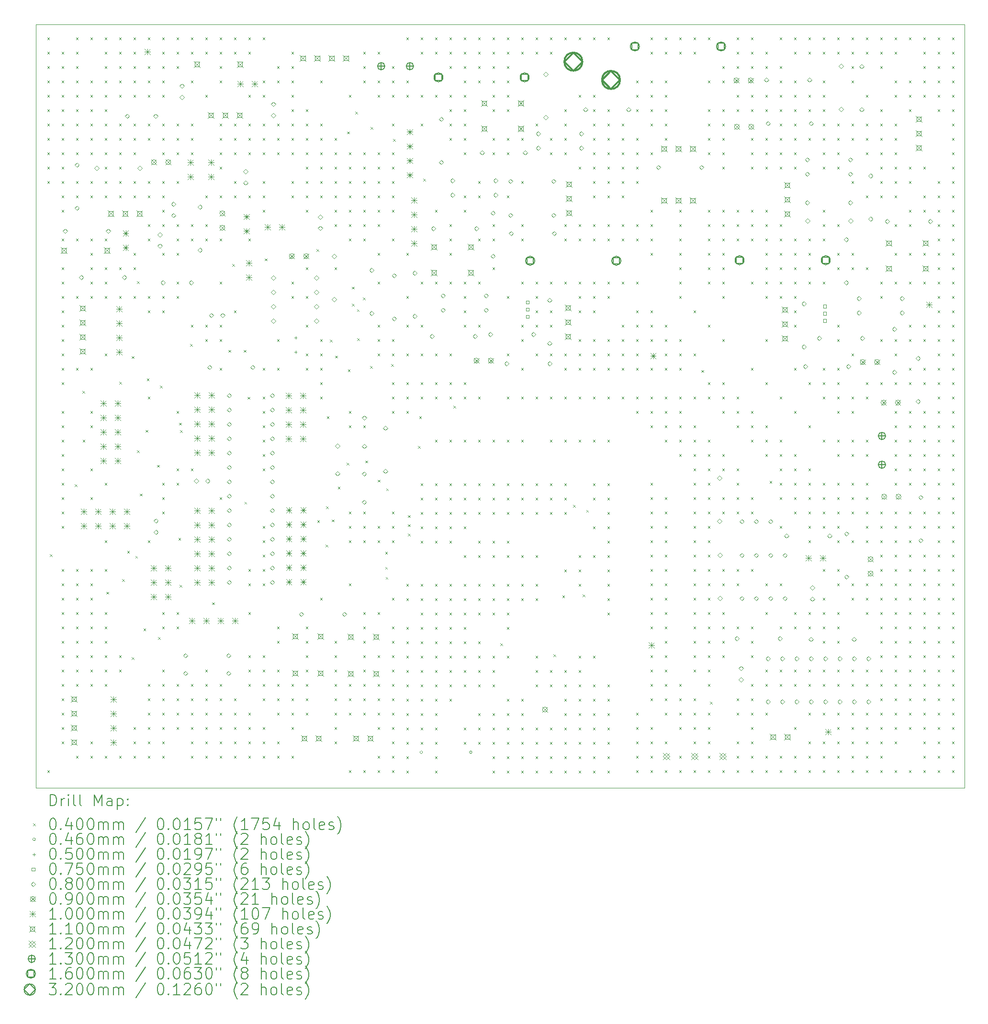
<source format=gbr>
%TF.GenerationSoftware,KiCad,Pcbnew,8.0.1*%
%TF.CreationDate,2024-05-13T23:14:51+02:00*%
%TF.ProjectId,Tracker,54726163-6b65-4722-9e6b-696361645f70,rev?*%
%TF.SameCoordinates,PX2857260PY98c9c50*%
%TF.FileFunction,Drillmap*%
%TF.FilePolarity,Positive*%
%FSLAX45Y45*%
G04 Gerber Fmt 4.5, Leading zero omitted, Abs format (unit mm)*
G04 Created by KiCad (PCBNEW 8.0.1) date 2024-05-13 23:14:51*
%MOMM*%
%LPD*%
G01*
G04 APERTURE LIST*
%ADD10C,0.100000*%
%ADD11C,0.200000*%
%ADD12C,0.110000*%
%ADD13C,0.120000*%
%ADD14C,0.130000*%
%ADD15C,0.160000*%
%ADD16C,0.320000*%
G04 APERTURE END LIST*
D10*
X4000Y13496000D02*
X16430000Y13496000D01*
X16430000Y2000D01*
X4000Y2000D01*
X4000Y13496000D01*
D11*
D10*
X209000Y13267000D02*
X249000Y13227000D01*
X249000Y13267000D02*
X209000Y13227000D01*
X209000Y13013000D02*
X249000Y12973000D01*
X249000Y13013000D02*
X209000Y12973000D01*
X209000Y12759000D02*
X249000Y12719000D01*
X249000Y12759000D02*
X209000Y12719000D01*
X209000Y12505000D02*
X249000Y12465000D01*
X249000Y12505000D02*
X209000Y12465000D01*
X209000Y12251000D02*
X249000Y12211000D01*
X249000Y12251000D02*
X209000Y12211000D01*
X209000Y11997000D02*
X249000Y11957000D01*
X249000Y11997000D02*
X209000Y11957000D01*
X209000Y11743000D02*
X249000Y11703000D01*
X249000Y11743000D02*
X209000Y11703000D01*
X209000Y11489000D02*
X249000Y11449000D01*
X249000Y11489000D02*
X209000Y11449000D01*
X209000Y11235000D02*
X249000Y11195000D01*
X249000Y11235000D02*
X209000Y11195000D01*
X209000Y10981000D02*
X249000Y10941000D01*
X249000Y10981000D02*
X209000Y10941000D01*
X209000Y10727000D02*
X249000Y10687000D01*
X249000Y10727000D02*
X209000Y10687000D01*
X209000Y313000D02*
X249000Y273000D01*
X249000Y313000D02*
X209000Y273000D01*
X253000Y4135000D02*
X293000Y4095000D01*
X293000Y4135000D02*
X253000Y4095000D01*
X463000Y13013000D02*
X503000Y12973000D01*
X503000Y13013000D02*
X463000Y12973000D01*
X463000Y12759000D02*
X503000Y12719000D01*
X503000Y12759000D02*
X463000Y12719000D01*
X463000Y12505000D02*
X503000Y12465000D01*
X503000Y12505000D02*
X463000Y12465000D01*
X463000Y12251000D02*
X503000Y12211000D01*
X503000Y12251000D02*
X463000Y12211000D01*
X463000Y11997000D02*
X503000Y11957000D01*
X503000Y11997000D02*
X463000Y11957000D01*
X463000Y11743000D02*
X503000Y11703000D01*
X503000Y11743000D02*
X463000Y11703000D01*
X463000Y11489000D02*
X503000Y11449000D01*
X503000Y11489000D02*
X463000Y11449000D01*
X463000Y11235000D02*
X503000Y11195000D01*
X503000Y11235000D02*
X463000Y11195000D01*
X463000Y10981000D02*
X503000Y10941000D01*
X503000Y10981000D02*
X463000Y10941000D01*
X463000Y10727000D02*
X503000Y10687000D01*
X503000Y10727000D02*
X463000Y10687000D01*
X463000Y10473000D02*
X503000Y10433000D01*
X503000Y10473000D02*
X463000Y10433000D01*
X463000Y10219000D02*
X503000Y10179000D01*
X503000Y10219000D02*
X463000Y10179000D01*
X463000Y9711000D02*
X503000Y9671000D01*
X503000Y9711000D02*
X463000Y9671000D01*
X463000Y9203000D02*
X503000Y9163000D01*
X503000Y9203000D02*
X463000Y9163000D01*
X463000Y8949000D02*
X503000Y8909000D01*
X503000Y8949000D02*
X463000Y8909000D01*
X463000Y8695000D02*
X503000Y8655000D01*
X503000Y8695000D02*
X463000Y8655000D01*
X463000Y8441000D02*
X503000Y8401000D01*
X503000Y8441000D02*
X463000Y8401000D01*
X463000Y8187000D02*
X503000Y8147000D01*
X503000Y8187000D02*
X463000Y8147000D01*
X463000Y7933000D02*
X503000Y7893000D01*
X503000Y7933000D02*
X463000Y7893000D01*
X463000Y7679000D02*
X503000Y7639000D01*
X503000Y7679000D02*
X463000Y7639000D01*
X463000Y7425000D02*
X503000Y7385000D01*
X503000Y7425000D02*
X463000Y7385000D01*
X463000Y7171000D02*
X503000Y7131000D01*
X503000Y7171000D02*
X463000Y7131000D01*
X463000Y6663000D02*
X503000Y6623000D01*
X503000Y6663000D02*
X463000Y6623000D01*
X463000Y6409000D02*
X503000Y6369000D01*
X503000Y6409000D02*
X463000Y6369000D01*
X463000Y6155000D02*
X503000Y6115000D01*
X503000Y6155000D02*
X463000Y6115000D01*
X463000Y5901000D02*
X503000Y5861000D01*
X503000Y5901000D02*
X463000Y5861000D01*
X463000Y5647000D02*
X503000Y5607000D01*
X503000Y5647000D02*
X463000Y5607000D01*
X463000Y5393000D02*
X503000Y5353000D01*
X503000Y5393000D02*
X463000Y5353000D01*
X463000Y5139000D02*
X503000Y5099000D01*
X503000Y5139000D02*
X463000Y5099000D01*
X463000Y4885000D02*
X503000Y4845000D01*
X503000Y4885000D02*
X463000Y4845000D01*
X463000Y4631000D02*
X503000Y4591000D01*
X503000Y4631000D02*
X463000Y4591000D01*
X463000Y3869000D02*
X503000Y3829000D01*
X503000Y3869000D02*
X463000Y3829000D01*
X463000Y3615000D02*
X503000Y3575000D01*
X503000Y3615000D02*
X463000Y3575000D01*
X463000Y3361000D02*
X503000Y3321000D01*
X503000Y3361000D02*
X463000Y3321000D01*
X463000Y3107000D02*
X503000Y3067000D01*
X503000Y3107000D02*
X463000Y3067000D01*
X463000Y2853000D02*
X503000Y2813000D01*
X503000Y2853000D02*
X463000Y2813000D01*
X463000Y2599000D02*
X503000Y2559000D01*
X503000Y2599000D02*
X463000Y2559000D01*
X463000Y2345000D02*
X503000Y2305000D01*
X503000Y2345000D02*
X463000Y2305000D01*
X463000Y2091000D02*
X503000Y2051000D01*
X503000Y2091000D02*
X463000Y2051000D01*
X463000Y1837000D02*
X503000Y1797000D01*
X503000Y1837000D02*
X463000Y1797000D01*
X463000Y1583000D02*
X503000Y1543000D01*
X503000Y1583000D02*
X463000Y1543000D01*
X463000Y1329000D02*
X503000Y1289000D01*
X503000Y1329000D02*
X463000Y1289000D01*
X463000Y1075000D02*
X503000Y1035000D01*
X503000Y1075000D02*
X463000Y1035000D01*
X463000Y821000D02*
X503000Y781000D01*
X503000Y821000D02*
X463000Y781000D01*
X692000Y5370000D02*
X732000Y5330000D01*
X732000Y5370000D02*
X692000Y5330000D01*
X717000Y13267000D02*
X757000Y13227000D01*
X757000Y13267000D02*
X717000Y13227000D01*
X717000Y13013000D02*
X757000Y12973000D01*
X757000Y13013000D02*
X717000Y12973000D01*
X717000Y12759000D02*
X757000Y12719000D01*
X757000Y12759000D02*
X717000Y12719000D01*
X717000Y12505000D02*
X757000Y12465000D01*
X757000Y12505000D02*
X717000Y12465000D01*
X717000Y12251000D02*
X757000Y12211000D01*
X757000Y12251000D02*
X717000Y12211000D01*
X717000Y11997000D02*
X757000Y11957000D01*
X757000Y11997000D02*
X717000Y11957000D01*
X717000Y11743000D02*
X757000Y11703000D01*
X757000Y11743000D02*
X717000Y11703000D01*
X717000Y11489000D02*
X757000Y11449000D01*
X757000Y11489000D02*
X717000Y11449000D01*
X717000Y11235000D02*
X757000Y11195000D01*
X757000Y11235000D02*
X717000Y11195000D01*
X717000Y10727000D02*
X757000Y10687000D01*
X757000Y10727000D02*
X717000Y10687000D01*
X717000Y10473000D02*
X757000Y10433000D01*
X757000Y10473000D02*
X717000Y10433000D01*
X717000Y9711000D02*
X757000Y9671000D01*
X757000Y9711000D02*
X717000Y9671000D01*
X717000Y8695000D02*
X757000Y8655000D01*
X757000Y8695000D02*
X717000Y8655000D01*
X717000Y7425000D02*
X757000Y7385000D01*
X757000Y7425000D02*
X717000Y7385000D01*
X717000Y3869000D02*
X757000Y3829000D01*
X757000Y3869000D02*
X717000Y3829000D01*
X717000Y3615000D02*
X757000Y3575000D01*
X757000Y3615000D02*
X717000Y3575000D01*
X717000Y3361000D02*
X757000Y3321000D01*
X757000Y3361000D02*
X717000Y3321000D01*
X717000Y3107000D02*
X757000Y3067000D01*
X757000Y3107000D02*
X717000Y3067000D01*
X717000Y2853000D02*
X757000Y2813000D01*
X757000Y2853000D02*
X717000Y2813000D01*
X717000Y2599000D02*
X757000Y2559000D01*
X757000Y2599000D02*
X717000Y2559000D01*
X717000Y2345000D02*
X757000Y2305000D01*
X757000Y2345000D02*
X717000Y2305000D01*
X717000Y2091000D02*
X757000Y2051000D01*
X757000Y2091000D02*
X717000Y2051000D01*
X717000Y1837000D02*
X757000Y1797000D01*
X757000Y1837000D02*
X717000Y1797000D01*
X717000Y567000D02*
X757000Y527000D01*
X757000Y567000D02*
X717000Y527000D01*
X828000Y7020000D02*
X868000Y6980000D01*
X868000Y7020000D02*
X828000Y6980000D01*
X835000Y6154000D02*
X875000Y6114000D01*
X875000Y6154000D02*
X835000Y6114000D01*
X971000Y13267000D02*
X1011000Y13227000D01*
X1011000Y13267000D02*
X971000Y13227000D01*
X971000Y12505000D02*
X1011000Y12465000D01*
X1011000Y12505000D02*
X971000Y12465000D01*
X971000Y12251000D02*
X1011000Y12211000D01*
X1011000Y12251000D02*
X971000Y12211000D01*
X971000Y11997000D02*
X1011000Y11957000D01*
X1011000Y11997000D02*
X971000Y11957000D01*
X971000Y11743000D02*
X1011000Y11703000D01*
X1011000Y11743000D02*
X971000Y11703000D01*
X971000Y11489000D02*
X1011000Y11449000D01*
X1011000Y11489000D02*
X971000Y11449000D01*
X971000Y11235000D02*
X1011000Y11195000D01*
X1011000Y11235000D02*
X971000Y11195000D01*
X971000Y10727000D02*
X1011000Y10687000D01*
X1011000Y10727000D02*
X971000Y10687000D01*
X971000Y10473000D02*
X1011000Y10433000D01*
X1011000Y10473000D02*
X971000Y10433000D01*
X971000Y9711000D02*
X1011000Y9671000D01*
X1011000Y9711000D02*
X971000Y9671000D01*
X971000Y9457000D02*
X1011000Y9417000D01*
X1011000Y9457000D02*
X971000Y9417000D01*
X971000Y9203000D02*
X1011000Y9163000D01*
X1011000Y9203000D02*
X971000Y9163000D01*
X971000Y8949000D02*
X1011000Y8909000D01*
X1011000Y8949000D02*
X971000Y8909000D01*
X971000Y8695000D02*
X1011000Y8655000D01*
X1011000Y8695000D02*
X971000Y8655000D01*
X971000Y7425000D02*
X1011000Y7385000D01*
X1011000Y7425000D02*
X971000Y7385000D01*
X971000Y6663000D02*
X1011000Y6623000D01*
X1011000Y6663000D02*
X971000Y6623000D01*
X971000Y6409000D02*
X1011000Y6369000D01*
X1011000Y6409000D02*
X971000Y6369000D01*
X971000Y5647000D02*
X1011000Y5607000D01*
X1011000Y5647000D02*
X971000Y5607000D01*
X971000Y5139000D02*
X1011000Y5099000D01*
X1011000Y5139000D02*
X971000Y5099000D01*
X971000Y3869000D02*
X1011000Y3829000D01*
X1011000Y3869000D02*
X971000Y3829000D01*
X971000Y3615000D02*
X1011000Y3575000D01*
X1011000Y3615000D02*
X971000Y3575000D01*
X971000Y3361000D02*
X1011000Y3321000D01*
X1011000Y3361000D02*
X971000Y3321000D01*
X971000Y3107000D02*
X1011000Y3067000D01*
X1011000Y3107000D02*
X971000Y3067000D01*
X971000Y2853000D02*
X1011000Y2813000D01*
X1011000Y2853000D02*
X971000Y2813000D01*
X971000Y2599000D02*
X1011000Y2559000D01*
X1011000Y2599000D02*
X971000Y2559000D01*
X971000Y2345000D02*
X1011000Y2305000D01*
X1011000Y2345000D02*
X971000Y2305000D01*
X971000Y2091000D02*
X1011000Y2051000D01*
X1011000Y2091000D02*
X971000Y2051000D01*
X971000Y1837000D02*
X1011000Y1797000D01*
X1011000Y1837000D02*
X971000Y1797000D01*
X971000Y821000D02*
X1011000Y781000D01*
X1011000Y821000D02*
X971000Y781000D01*
X971000Y567000D02*
X1011000Y527000D01*
X1011000Y567000D02*
X971000Y527000D01*
X1225000Y13267000D02*
X1265000Y13227000D01*
X1265000Y13267000D02*
X1225000Y13227000D01*
X1225000Y13013000D02*
X1265000Y12973000D01*
X1265000Y13013000D02*
X1225000Y12973000D01*
X1225000Y12759000D02*
X1265000Y12719000D01*
X1265000Y12759000D02*
X1225000Y12719000D01*
X1225000Y12505000D02*
X1265000Y12465000D01*
X1265000Y12505000D02*
X1225000Y12465000D01*
X1225000Y12251000D02*
X1265000Y12211000D01*
X1265000Y12251000D02*
X1225000Y12211000D01*
X1225000Y11997000D02*
X1265000Y11957000D01*
X1265000Y11997000D02*
X1225000Y11957000D01*
X1225000Y11743000D02*
X1265000Y11703000D01*
X1265000Y11743000D02*
X1225000Y11703000D01*
X1225000Y11489000D02*
X1265000Y11449000D01*
X1265000Y11489000D02*
X1225000Y11449000D01*
X1225000Y11235000D02*
X1265000Y11195000D01*
X1265000Y11235000D02*
X1225000Y11195000D01*
X1225000Y10981000D02*
X1265000Y10941000D01*
X1265000Y10981000D02*
X1225000Y10941000D01*
X1225000Y10727000D02*
X1265000Y10687000D01*
X1265000Y10727000D02*
X1225000Y10687000D01*
X1225000Y10473000D02*
X1265000Y10433000D01*
X1265000Y10473000D02*
X1225000Y10433000D01*
X1225000Y9711000D02*
X1265000Y9671000D01*
X1265000Y9711000D02*
X1225000Y9671000D01*
X1225000Y9203000D02*
X1265000Y9163000D01*
X1265000Y9203000D02*
X1225000Y9163000D01*
X1225000Y8949000D02*
X1265000Y8909000D01*
X1265000Y8949000D02*
X1225000Y8909000D01*
X1225000Y8695000D02*
X1265000Y8655000D01*
X1265000Y8695000D02*
X1225000Y8655000D01*
X1225000Y7679000D02*
X1265000Y7639000D01*
X1265000Y7679000D02*
X1225000Y7639000D01*
X1225000Y5393000D02*
X1265000Y5353000D01*
X1265000Y5393000D02*
X1225000Y5353000D01*
X1225000Y4377000D02*
X1265000Y4337000D01*
X1265000Y4377000D02*
X1225000Y4337000D01*
X1225000Y3869000D02*
X1265000Y3829000D01*
X1265000Y3869000D02*
X1225000Y3829000D01*
X1225000Y3107000D02*
X1265000Y3067000D01*
X1265000Y3107000D02*
X1225000Y3067000D01*
X1225000Y2853000D02*
X1265000Y2813000D01*
X1265000Y2853000D02*
X1225000Y2813000D01*
X1225000Y2599000D02*
X1265000Y2559000D01*
X1265000Y2599000D02*
X1225000Y2559000D01*
X1225000Y2345000D02*
X1265000Y2305000D01*
X1265000Y2345000D02*
X1225000Y2305000D01*
X1225000Y2091000D02*
X1265000Y2051000D01*
X1265000Y2091000D02*
X1225000Y2051000D01*
X1225000Y1837000D02*
X1265000Y1797000D01*
X1265000Y1837000D02*
X1225000Y1797000D01*
X1225000Y567000D02*
X1265000Y527000D01*
X1265000Y567000D02*
X1225000Y527000D01*
X1253000Y3468000D02*
X1293000Y3428000D01*
X1293000Y3468000D02*
X1253000Y3428000D01*
X1479000Y13267000D02*
X1519000Y13227000D01*
X1519000Y13267000D02*
X1479000Y13227000D01*
X1479000Y13013000D02*
X1519000Y12973000D01*
X1519000Y13013000D02*
X1479000Y12973000D01*
X1479000Y12759000D02*
X1519000Y12719000D01*
X1519000Y12759000D02*
X1479000Y12719000D01*
X1479000Y12505000D02*
X1519000Y12465000D01*
X1519000Y12505000D02*
X1479000Y12465000D01*
X1479000Y12251000D02*
X1519000Y12211000D01*
X1519000Y12251000D02*
X1479000Y12211000D01*
X1479000Y11743000D02*
X1519000Y11703000D01*
X1519000Y11743000D02*
X1479000Y11703000D01*
X1479000Y11489000D02*
X1519000Y11449000D01*
X1519000Y11489000D02*
X1479000Y11449000D01*
X1479000Y11235000D02*
X1519000Y11195000D01*
X1519000Y11235000D02*
X1479000Y11195000D01*
X1479000Y10981000D02*
X1519000Y10941000D01*
X1519000Y10981000D02*
X1479000Y10941000D01*
X1479000Y10727000D02*
X1519000Y10687000D01*
X1519000Y10727000D02*
X1479000Y10687000D01*
X1479000Y10473000D02*
X1519000Y10433000D01*
X1519000Y10473000D02*
X1479000Y10433000D01*
X1479000Y9203000D02*
X1519000Y9163000D01*
X1519000Y9203000D02*
X1479000Y9163000D01*
X1479000Y8695000D02*
X1519000Y8655000D01*
X1519000Y8695000D02*
X1479000Y8655000D01*
X1479000Y2345000D02*
X1519000Y2305000D01*
X1519000Y2345000D02*
X1479000Y2305000D01*
X1479000Y2091000D02*
X1519000Y2051000D01*
X1519000Y2091000D02*
X1479000Y2051000D01*
X1479000Y567000D02*
X1519000Y527000D01*
X1519000Y567000D02*
X1479000Y527000D01*
X1484000Y7182000D02*
X1524000Y7142000D01*
X1524000Y7182000D02*
X1484000Y7142000D01*
X1533000Y3691000D02*
X1573000Y3651000D01*
X1573000Y3691000D02*
X1533000Y3651000D01*
X1623000Y4194000D02*
X1663000Y4154000D01*
X1663000Y4194000D02*
X1623000Y4154000D01*
X1702000Y7634000D02*
X1742000Y7594000D01*
X1742000Y7634000D02*
X1702000Y7594000D01*
X1703000Y2312000D02*
X1743000Y2272000D01*
X1743000Y2312000D02*
X1703000Y2272000D01*
X1733000Y13267000D02*
X1773000Y13227000D01*
X1773000Y13267000D02*
X1733000Y13227000D01*
X1733000Y13013000D02*
X1773000Y12973000D01*
X1773000Y13013000D02*
X1733000Y12973000D01*
X1733000Y12759000D02*
X1773000Y12719000D01*
X1773000Y12759000D02*
X1733000Y12719000D01*
X1733000Y12505000D02*
X1773000Y12465000D01*
X1773000Y12505000D02*
X1733000Y12465000D01*
X1733000Y12251000D02*
X1773000Y12211000D01*
X1773000Y12251000D02*
X1733000Y12211000D01*
X1733000Y11743000D02*
X1773000Y11703000D01*
X1773000Y11743000D02*
X1733000Y11703000D01*
X1733000Y11489000D02*
X1773000Y11449000D01*
X1773000Y11489000D02*
X1733000Y11449000D01*
X1733000Y11235000D02*
X1773000Y11195000D01*
X1773000Y11235000D02*
X1733000Y11195000D01*
X1733000Y10727000D02*
X1773000Y10687000D01*
X1773000Y10727000D02*
X1733000Y10687000D01*
X1733000Y10473000D02*
X1773000Y10433000D01*
X1773000Y10473000D02*
X1733000Y10433000D01*
X1733000Y9457000D02*
X1773000Y9417000D01*
X1773000Y9457000D02*
X1733000Y9417000D01*
X1733000Y9203000D02*
X1773000Y9163000D01*
X1773000Y9203000D02*
X1733000Y9163000D01*
X1733000Y8695000D02*
X1773000Y8655000D01*
X1773000Y8695000D02*
X1733000Y8655000D01*
X1733000Y1075000D02*
X1773000Y1035000D01*
X1773000Y1075000D02*
X1733000Y1035000D01*
X1733000Y821000D02*
X1773000Y781000D01*
X1773000Y821000D02*
X1733000Y781000D01*
X1733000Y567000D02*
X1773000Y527000D01*
X1773000Y567000D02*
X1733000Y527000D01*
X1766072Y4104000D02*
X1806072Y4064000D01*
X1806072Y4104000D02*
X1766072Y4064000D01*
X1794000Y8960000D02*
X1834000Y8920000D01*
X1834000Y8960000D02*
X1794000Y8920000D01*
X1797500Y5967500D02*
X1837500Y5927500D01*
X1837500Y5967500D02*
X1797500Y5927500D01*
X1849000Y5204000D02*
X1889000Y5164000D01*
X1889000Y5204000D02*
X1849000Y5164000D01*
X1909000Y2819000D02*
X1949000Y2779000D01*
X1949000Y2819000D02*
X1909000Y2779000D01*
X1948000Y6330000D02*
X1988000Y6290000D01*
X1988000Y6330000D02*
X1948000Y6290000D01*
X1970000Y7238000D02*
X2010000Y7198000D01*
X2010000Y7238000D02*
X1970000Y7198000D01*
X1987000Y13267000D02*
X2027000Y13227000D01*
X2027000Y13267000D02*
X1987000Y13227000D01*
X1987000Y12759000D02*
X2027000Y12719000D01*
X2027000Y12759000D02*
X1987000Y12719000D01*
X1987000Y12505000D02*
X2027000Y12465000D01*
X2027000Y12505000D02*
X1987000Y12465000D01*
X1987000Y12251000D02*
X2027000Y12211000D01*
X2027000Y12251000D02*
X1987000Y12211000D01*
X1987000Y11743000D02*
X2027000Y11703000D01*
X2027000Y11743000D02*
X1987000Y11703000D01*
X1987000Y11489000D02*
X2027000Y11449000D01*
X2027000Y11489000D02*
X1987000Y11449000D01*
X1987000Y10727000D02*
X2027000Y10687000D01*
X2027000Y10727000D02*
X1987000Y10687000D01*
X1987000Y10473000D02*
X2027000Y10433000D01*
X2027000Y10473000D02*
X1987000Y10433000D01*
X1987000Y9965000D02*
X2027000Y9925000D01*
X2027000Y9965000D02*
X1987000Y9925000D01*
X1987000Y9711000D02*
X2027000Y9671000D01*
X2027000Y9711000D02*
X1987000Y9671000D01*
X1987000Y8695000D02*
X2027000Y8655000D01*
X2027000Y8695000D02*
X1987000Y8655000D01*
X1987000Y8441000D02*
X2027000Y8401000D01*
X2027000Y8441000D02*
X1987000Y8401000D01*
X1987000Y6917000D02*
X2027000Y6877000D01*
X2027000Y6917000D02*
X1987000Y6877000D01*
X1987000Y4377000D02*
X2027000Y4337000D01*
X2027000Y4377000D02*
X1987000Y4337000D01*
X1987000Y1837000D02*
X2027000Y1797000D01*
X2027000Y1837000D02*
X1987000Y1797000D01*
X1987000Y1583000D02*
X2027000Y1543000D01*
X2027000Y1583000D02*
X1987000Y1543000D01*
X1987000Y1329000D02*
X2027000Y1289000D01*
X2027000Y1329000D02*
X1987000Y1289000D01*
X1987000Y1075000D02*
X2027000Y1035000D01*
X2027000Y1075000D02*
X1987000Y1035000D01*
X1987000Y821000D02*
X2027000Y781000D01*
X2027000Y821000D02*
X1987000Y781000D01*
X1987000Y567000D02*
X2027000Y527000D01*
X2027000Y567000D02*
X1987000Y527000D01*
X2150000Y5713000D02*
X2190000Y5673000D01*
X2190000Y5713000D02*
X2150000Y5673000D01*
X2166000Y2667000D02*
X2206000Y2627000D01*
X2206000Y2667000D02*
X2166000Y2627000D01*
X2200000Y7114000D02*
X2240000Y7074000D01*
X2240000Y7114000D02*
X2200000Y7074000D01*
X2241000Y13267000D02*
X2281000Y13227000D01*
X2281000Y13267000D02*
X2241000Y13227000D01*
X2241000Y13013000D02*
X2281000Y12973000D01*
X2281000Y13013000D02*
X2241000Y12973000D01*
X2241000Y12759000D02*
X2281000Y12719000D01*
X2281000Y12759000D02*
X2241000Y12719000D01*
X2241000Y12505000D02*
X2281000Y12465000D01*
X2281000Y12505000D02*
X2241000Y12465000D01*
X2241000Y12251000D02*
X2281000Y12211000D01*
X2281000Y12251000D02*
X2241000Y12211000D01*
X2241000Y11743000D02*
X2281000Y11703000D01*
X2281000Y11743000D02*
X2241000Y11703000D01*
X2241000Y11489000D02*
X2281000Y11449000D01*
X2281000Y11489000D02*
X2241000Y11449000D01*
X2241000Y11235000D02*
X2281000Y11195000D01*
X2281000Y11235000D02*
X2241000Y11195000D01*
X2241000Y10727000D02*
X2281000Y10687000D01*
X2281000Y10727000D02*
X2241000Y10687000D01*
X2241000Y10473000D02*
X2281000Y10433000D01*
X2281000Y10473000D02*
X2241000Y10433000D01*
X2241000Y10219000D02*
X2281000Y10179000D01*
X2281000Y10219000D02*
X2241000Y10179000D01*
X2241000Y9965000D02*
X2281000Y9925000D01*
X2281000Y9965000D02*
X2241000Y9925000D01*
X2241000Y9457000D02*
X2281000Y9417000D01*
X2281000Y9457000D02*
X2241000Y9417000D01*
X2241000Y8695000D02*
X2281000Y8655000D01*
X2281000Y8695000D02*
X2241000Y8655000D01*
X2241000Y8441000D02*
X2281000Y8401000D01*
X2281000Y8441000D02*
X2241000Y8401000D01*
X2241000Y5393000D02*
X2281000Y5353000D01*
X2281000Y5393000D02*
X2241000Y5353000D01*
X2241000Y5139000D02*
X2281000Y5099000D01*
X2281000Y5139000D02*
X2241000Y5099000D01*
X2241000Y4885000D02*
X2281000Y4845000D01*
X2281000Y4885000D02*
X2241000Y4845000D01*
X2241000Y3107000D02*
X2281000Y3067000D01*
X2281000Y3107000D02*
X2241000Y3067000D01*
X2241000Y2853000D02*
X2281000Y2813000D01*
X2281000Y2853000D02*
X2241000Y2813000D01*
X2241000Y2091000D02*
X2281000Y2051000D01*
X2281000Y2091000D02*
X2241000Y2051000D01*
X2241000Y1837000D02*
X2281000Y1797000D01*
X2281000Y1837000D02*
X2241000Y1797000D01*
X2241000Y1583000D02*
X2281000Y1543000D01*
X2281000Y1583000D02*
X2241000Y1543000D01*
X2241000Y1329000D02*
X2281000Y1289000D01*
X2281000Y1329000D02*
X2241000Y1289000D01*
X2241000Y1075000D02*
X2281000Y1035000D01*
X2281000Y1075000D02*
X2241000Y1035000D01*
X2241000Y821000D02*
X2281000Y781000D01*
X2281000Y821000D02*
X2241000Y781000D01*
X2241000Y567000D02*
X2281000Y527000D01*
X2281000Y567000D02*
X2241000Y527000D01*
X2495000Y13267000D02*
X2535000Y13227000D01*
X2535000Y13267000D02*
X2495000Y13227000D01*
X2495000Y13013000D02*
X2535000Y12973000D01*
X2535000Y13013000D02*
X2495000Y12973000D01*
X2495000Y12759000D02*
X2535000Y12719000D01*
X2535000Y12759000D02*
X2495000Y12719000D01*
X2495000Y11743000D02*
X2535000Y11703000D01*
X2535000Y11743000D02*
X2495000Y11703000D01*
X2495000Y11489000D02*
X2535000Y11449000D01*
X2535000Y11489000D02*
X2495000Y11449000D01*
X2495000Y11235000D02*
X2535000Y11195000D01*
X2535000Y11235000D02*
X2495000Y11195000D01*
X2495000Y10727000D02*
X2535000Y10687000D01*
X2535000Y10727000D02*
X2495000Y10687000D01*
X2495000Y9965000D02*
X2535000Y9925000D01*
X2535000Y9965000D02*
X2495000Y9925000D01*
X2495000Y9711000D02*
X2535000Y9671000D01*
X2535000Y9711000D02*
X2495000Y9671000D01*
X2495000Y9457000D02*
X2535000Y9417000D01*
X2535000Y9457000D02*
X2495000Y9417000D01*
X2495000Y8949000D02*
X2535000Y8909000D01*
X2535000Y8949000D02*
X2495000Y8909000D01*
X2495000Y8695000D02*
X2535000Y8655000D01*
X2535000Y8695000D02*
X2495000Y8655000D01*
X2495000Y6663000D02*
X2535000Y6623000D01*
X2535000Y6663000D02*
X2495000Y6623000D01*
X2495000Y5647000D02*
X2535000Y5607000D01*
X2535000Y5647000D02*
X2495000Y5607000D01*
X2495000Y5393000D02*
X2535000Y5353000D01*
X2535000Y5393000D02*
X2495000Y5353000D01*
X2495000Y3107000D02*
X2535000Y3067000D01*
X2535000Y3107000D02*
X2495000Y3067000D01*
X2495000Y2853000D02*
X2535000Y2813000D01*
X2535000Y2853000D02*
X2495000Y2813000D01*
X2495000Y1837000D02*
X2535000Y1797000D01*
X2535000Y1837000D02*
X2495000Y1797000D01*
X2495000Y1583000D02*
X2535000Y1543000D01*
X2535000Y1583000D02*
X2495000Y1543000D01*
X2495000Y1329000D02*
X2535000Y1289000D01*
X2535000Y1329000D02*
X2495000Y1289000D01*
X2495000Y1075000D02*
X2535000Y1035000D01*
X2535000Y1075000D02*
X2495000Y1035000D01*
X2527000Y4418000D02*
X2567000Y4378000D01*
X2567000Y4418000D02*
X2527000Y4378000D01*
X2539000Y6456000D02*
X2579000Y6416000D01*
X2579000Y6456000D02*
X2539000Y6416000D01*
X2551000Y3591000D02*
X2591000Y3551000D01*
X2591000Y3591000D02*
X2551000Y3551000D01*
X2555000Y6325000D02*
X2595000Y6285000D01*
X2595000Y6325000D02*
X2555000Y6285000D01*
X2738000Y7851000D02*
X2778000Y7811000D01*
X2778000Y7851000D02*
X2738000Y7811000D01*
X2749000Y13267000D02*
X2789000Y13227000D01*
X2789000Y13267000D02*
X2749000Y13227000D01*
X2749000Y13013000D02*
X2789000Y12973000D01*
X2789000Y13013000D02*
X2749000Y12973000D01*
X2749000Y12505000D02*
X2789000Y12465000D01*
X2789000Y12505000D02*
X2749000Y12465000D01*
X2749000Y11743000D02*
X2789000Y11703000D01*
X2789000Y11743000D02*
X2749000Y11703000D01*
X2749000Y11489000D02*
X2789000Y11449000D01*
X2789000Y11489000D02*
X2749000Y11449000D01*
X2749000Y11235000D02*
X2789000Y11195000D01*
X2789000Y11235000D02*
X2749000Y11195000D01*
X2749000Y9965000D02*
X2789000Y9925000D01*
X2789000Y9965000D02*
X2749000Y9925000D01*
X2749000Y9711000D02*
X2789000Y9671000D01*
X2789000Y9711000D02*
X2749000Y9671000D01*
X2749000Y8187000D02*
X2789000Y8147000D01*
X2789000Y8187000D02*
X2749000Y8147000D01*
X2749000Y5647000D02*
X2789000Y5607000D01*
X2789000Y5647000D02*
X2749000Y5607000D01*
X2749000Y1837000D02*
X2789000Y1797000D01*
X2789000Y1837000D02*
X2749000Y1797000D01*
X2749000Y1583000D02*
X2789000Y1543000D01*
X2789000Y1583000D02*
X2749000Y1543000D01*
X2749000Y1329000D02*
X2789000Y1289000D01*
X2789000Y1329000D02*
X2749000Y1289000D01*
X2749000Y1075000D02*
X2789000Y1035000D01*
X2789000Y1075000D02*
X2749000Y1035000D01*
X2749000Y821000D02*
X2789000Y781000D01*
X2789000Y821000D02*
X2749000Y781000D01*
X2749000Y567000D02*
X2789000Y527000D01*
X2789000Y567000D02*
X2749000Y527000D01*
X3003000Y13267000D02*
X3043000Y13227000D01*
X3043000Y13267000D02*
X3003000Y13227000D01*
X3003000Y13013000D02*
X3043000Y12973000D01*
X3043000Y13013000D02*
X3003000Y12973000D01*
X3003000Y12251000D02*
X3043000Y12211000D01*
X3043000Y12251000D02*
X3003000Y12211000D01*
X3003000Y10473000D02*
X3043000Y10433000D01*
X3043000Y10473000D02*
X3003000Y10433000D01*
X3003000Y9965000D02*
X3043000Y9925000D01*
X3043000Y9965000D02*
X3003000Y9925000D01*
X3003000Y9711000D02*
X3043000Y9671000D01*
X3043000Y9711000D02*
X3003000Y9671000D01*
X3003000Y8187000D02*
X3043000Y8147000D01*
X3043000Y8187000D02*
X3003000Y8147000D01*
X3003000Y7933000D02*
X3043000Y7893000D01*
X3043000Y7933000D02*
X3003000Y7893000D01*
X3003000Y2091000D02*
X3043000Y2051000D01*
X3043000Y2091000D02*
X3003000Y2051000D01*
X3003000Y1837000D02*
X3043000Y1797000D01*
X3043000Y1837000D02*
X3003000Y1797000D01*
X3003000Y1583000D02*
X3043000Y1543000D01*
X3043000Y1583000D02*
X3003000Y1543000D01*
X3003000Y1329000D02*
X3043000Y1289000D01*
X3043000Y1329000D02*
X3003000Y1289000D01*
X3003000Y1075000D02*
X3043000Y1035000D01*
X3043000Y1075000D02*
X3003000Y1035000D01*
X3003000Y821000D02*
X3043000Y781000D01*
X3043000Y821000D02*
X3003000Y781000D01*
X3003000Y567000D02*
X3043000Y527000D01*
X3043000Y567000D02*
X3003000Y527000D01*
X3124000Y3283000D02*
X3164000Y3243000D01*
X3164000Y3283000D02*
X3124000Y3243000D01*
X3257000Y13267000D02*
X3297000Y13227000D01*
X3297000Y13267000D02*
X3257000Y13227000D01*
X3257000Y13013000D02*
X3297000Y12973000D01*
X3297000Y13013000D02*
X3257000Y12973000D01*
X3257000Y12759000D02*
X3297000Y12719000D01*
X3297000Y12759000D02*
X3257000Y12719000D01*
X3257000Y12505000D02*
X3297000Y12465000D01*
X3297000Y12505000D02*
X3257000Y12465000D01*
X3257000Y11743000D02*
X3297000Y11703000D01*
X3297000Y11743000D02*
X3257000Y11703000D01*
X3257000Y11489000D02*
X3297000Y11449000D01*
X3297000Y11489000D02*
X3257000Y11449000D01*
X3257000Y11235000D02*
X3297000Y11195000D01*
X3297000Y11235000D02*
X3257000Y11195000D01*
X3257000Y10981000D02*
X3297000Y10941000D01*
X3297000Y10981000D02*
X3257000Y10941000D01*
X3257000Y10473000D02*
X3297000Y10433000D01*
X3297000Y10473000D02*
X3257000Y10433000D01*
X3257000Y9711000D02*
X3297000Y9671000D01*
X3297000Y9711000D02*
X3257000Y9671000D01*
X3257000Y8949000D02*
X3297000Y8909000D01*
X3297000Y8949000D02*
X3257000Y8909000D01*
X3257000Y8187000D02*
X3297000Y8147000D01*
X3297000Y8187000D02*
X3257000Y8147000D01*
X3257000Y7933000D02*
X3297000Y7893000D01*
X3297000Y7933000D02*
X3257000Y7893000D01*
X3257000Y7425000D02*
X3297000Y7385000D01*
X3297000Y7425000D02*
X3257000Y7385000D01*
X3257000Y5139000D02*
X3297000Y5099000D01*
X3297000Y5139000D02*
X3257000Y5099000D01*
X3257000Y1837000D02*
X3297000Y1797000D01*
X3297000Y1837000D02*
X3257000Y1797000D01*
X3257000Y1583000D02*
X3297000Y1543000D01*
X3297000Y1583000D02*
X3257000Y1543000D01*
X3257000Y1329000D02*
X3297000Y1289000D01*
X3297000Y1329000D02*
X3257000Y1289000D01*
X3257000Y1075000D02*
X3297000Y1035000D01*
X3297000Y1075000D02*
X3257000Y1035000D01*
X3257000Y821000D02*
X3297000Y781000D01*
X3297000Y821000D02*
X3257000Y781000D01*
X3257000Y567000D02*
X3297000Y527000D01*
X3297000Y567000D02*
X3257000Y527000D01*
X3414000Y7744000D02*
X3454000Y7704000D01*
X3454000Y7744000D02*
X3414000Y7704000D01*
X3483000Y9263000D02*
X3523000Y9223000D01*
X3523000Y9263000D02*
X3483000Y9223000D01*
X3511000Y13267000D02*
X3551000Y13227000D01*
X3551000Y13267000D02*
X3511000Y13227000D01*
X3511000Y13013000D02*
X3551000Y12973000D01*
X3551000Y13013000D02*
X3511000Y12973000D01*
X3511000Y11743000D02*
X3551000Y11703000D01*
X3551000Y11743000D02*
X3511000Y11703000D01*
X3511000Y11489000D02*
X3551000Y11449000D01*
X3551000Y11489000D02*
X3511000Y11449000D01*
X3511000Y11235000D02*
X3551000Y11195000D01*
X3551000Y11235000D02*
X3511000Y11195000D01*
X3511000Y10727000D02*
X3551000Y10687000D01*
X3551000Y10727000D02*
X3511000Y10687000D01*
X3511000Y10473000D02*
X3551000Y10433000D01*
X3551000Y10473000D02*
X3511000Y10433000D01*
X3511000Y8441000D02*
X3551000Y8401000D01*
X3551000Y8441000D02*
X3511000Y8401000D01*
X3511000Y1583000D02*
X3551000Y1543000D01*
X3551000Y1583000D02*
X3511000Y1543000D01*
X3511000Y1329000D02*
X3551000Y1289000D01*
X3551000Y1329000D02*
X3511000Y1289000D01*
X3511000Y1075000D02*
X3551000Y1035000D01*
X3551000Y1075000D02*
X3511000Y1035000D01*
X3511000Y821000D02*
X3551000Y781000D01*
X3551000Y821000D02*
X3511000Y781000D01*
X3511000Y567000D02*
X3551000Y527000D01*
X3551000Y567000D02*
X3511000Y527000D01*
X3681000Y7744000D02*
X3721000Y7704000D01*
X3721000Y7744000D02*
X3681000Y7704000D01*
X3696000Y5061000D02*
X3736000Y5021000D01*
X3736000Y5061000D02*
X3696000Y5021000D01*
X3752000Y6913000D02*
X3792000Y6873000D01*
X3792000Y6913000D02*
X3752000Y6873000D01*
X3765000Y13267000D02*
X3805000Y13227000D01*
X3805000Y13267000D02*
X3765000Y13227000D01*
X3765000Y13013000D02*
X3805000Y12973000D01*
X3805000Y13013000D02*
X3765000Y12973000D01*
X3765000Y12251000D02*
X3805000Y12211000D01*
X3805000Y12251000D02*
X3765000Y12211000D01*
X3765000Y11743000D02*
X3805000Y11703000D01*
X3805000Y11743000D02*
X3765000Y11703000D01*
X3765000Y11489000D02*
X3805000Y11449000D01*
X3805000Y11489000D02*
X3765000Y11449000D01*
X3765000Y11235000D02*
X3805000Y11195000D01*
X3805000Y11235000D02*
X3765000Y11195000D01*
X3765000Y10473000D02*
X3805000Y10433000D01*
X3805000Y10473000D02*
X3765000Y10433000D01*
X3765000Y9711000D02*
X3805000Y9671000D01*
X3805000Y9711000D02*
X3765000Y9671000D01*
X3765000Y3869000D02*
X3805000Y3829000D01*
X3805000Y3869000D02*
X3765000Y3829000D01*
X3765000Y3615000D02*
X3805000Y3575000D01*
X3805000Y3615000D02*
X3765000Y3575000D01*
X3765000Y3107000D02*
X3805000Y3067000D01*
X3805000Y3107000D02*
X3765000Y3067000D01*
X3765000Y2345000D02*
X3805000Y2305000D01*
X3805000Y2345000D02*
X3765000Y2305000D01*
X3765000Y2091000D02*
X3805000Y2051000D01*
X3805000Y2091000D02*
X3765000Y2051000D01*
X3765000Y1837000D02*
X3805000Y1797000D01*
X3805000Y1837000D02*
X3765000Y1797000D01*
X3765000Y1329000D02*
X3805000Y1289000D01*
X3805000Y1329000D02*
X3765000Y1289000D01*
X3765000Y1075000D02*
X3805000Y1035000D01*
X3805000Y1075000D02*
X3765000Y1035000D01*
X3765000Y821000D02*
X3805000Y781000D01*
X3805000Y821000D02*
X3765000Y781000D01*
X3765000Y567000D02*
X3805000Y527000D01*
X3805000Y567000D02*
X3765000Y527000D01*
X4019000Y13267000D02*
X4059000Y13227000D01*
X4059000Y13267000D02*
X4019000Y13227000D01*
X4019000Y12505000D02*
X4059000Y12465000D01*
X4059000Y12505000D02*
X4019000Y12465000D01*
X4019000Y12251000D02*
X4059000Y12211000D01*
X4059000Y12251000D02*
X4019000Y12211000D01*
X4019000Y11743000D02*
X4059000Y11703000D01*
X4059000Y11743000D02*
X4019000Y11703000D01*
X4019000Y11489000D02*
X4059000Y11449000D01*
X4059000Y11489000D02*
X4019000Y11449000D01*
X4019000Y11235000D02*
X4059000Y11195000D01*
X4059000Y11235000D02*
X4019000Y11195000D01*
X4019000Y10727000D02*
X4059000Y10687000D01*
X4059000Y10727000D02*
X4019000Y10687000D01*
X4019000Y10473000D02*
X4059000Y10433000D01*
X4059000Y10473000D02*
X4019000Y10433000D01*
X4019000Y10219000D02*
X4059000Y10179000D01*
X4059000Y10219000D02*
X4019000Y10179000D01*
X4019000Y7425000D02*
X4059000Y7385000D01*
X4059000Y7425000D02*
X4019000Y7385000D01*
X4019000Y6917000D02*
X4059000Y6877000D01*
X4059000Y6917000D02*
X4019000Y6877000D01*
X4019000Y6663000D02*
X4059000Y6623000D01*
X4059000Y6663000D02*
X4019000Y6623000D01*
X4019000Y6409000D02*
X4059000Y6369000D01*
X4059000Y6409000D02*
X4019000Y6369000D01*
X4019000Y6155000D02*
X4059000Y6115000D01*
X4059000Y6155000D02*
X4019000Y6115000D01*
X4019000Y5901000D02*
X4059000Y5861000D01*
X4059000Y5901000D02*
X4019000Y5861000D01*
X4019000Y5647000D02*
X4059000Y5607000D01*
X4059000Y5647000D02*
X4019000Y5607000D01*
X4019000Y4631000D02*
X4059000Y4591000D01*
X4059000Y4631000D02*
X4019000Y4591000D01*
X4019000Y4377000D02*
X4059000Y4337000D01*
X4059000Y4377000D02*
X4019000Y4337000D01*
X4019000Y4123000D02*
X4059000Y4083000D01*
X4059000Y4123000D02*
X4019000Y4083000D01*
X4019000Y3869000D02*
X4059000Y3829000D01*
X4059000Y3869000D02*
X4019000Y3829000D01*
X4019000Y3615000D02*
X4059000Y3575000D01*
X4059000Y3615000D02*
X4019000Y3575000D01*
X4019000Y2345000D02*
X4059000Y2305000D01*
X4059000Y2345000D02*
X4019000Y2305000D01*
X4019000Y2091000D02*
X4059000Y2051000D01*
X4059000Y2091000D02*
X4019000Y2051000D01*
X4019000Y1837000D02*
X4059000Y1797000D01*
X4059000Y1837000D02*
X4019000Y1797000D01*
X4019000Y1583000D02*
X4059000Y1543000D01*
X4059000Y1583000D02*
X4019000Y1543000D01*
X4019000Y1075000D02*
X4059000Y1035000D01*
X4059000Y1075000D02*
X4019000Y1035000D01*
X4019000Y821000D02*
X4059000Y781000D01*
X4059000Y821000D02*
X4019000Y781000D01*
X4019000Y567000D02*
X4059000Y527000D01*
X4059000Y567000D02*
X4019000Y527000D01*
X4058000Y9362000D02*
X4098000Y9322000D01*
X4098000Y9362000D02*
X4058000Y9322000D01*
X4273000Y12759000D02*
X4313000Y12719000D01*
X4313000Y12759000D02*
X4273000Y12719000D01*
X4273000Y12505000D02*
X4313000Y12465000D01*
X4313000Y12505000D02*
X4273000Y12465000D01*
X4273000Y11743000D02*
X4313000Y11703000D01*
X4313000Y11743000D02*
X4273000Y11703000D01*
X4273000Y11489000D02*
X4313000Y11449000D01*
X4313000Y11489000D02*
X4273000Y11449000D01*
X4273000Y11235000D02*
X4313000Y11195000D01*
X4313000Y11235000D02*
X4273000Y11195000D01*
X4273000Y7933000D02*
X4313000Y7893000D01*
X4313000Y7933000D02*
X4273000Y7893000D01*
X4273000Y7425000D02*
X4313000Y7385000D01*
X4313000Y7425000D02*
X4273000Y7385000D01*
X4273000Y2853000D02*
X4313000Y2813000D01*
X4313000Y2853000D02*
X4273000Y2813000D01*
X4273000Y2599000D02*
X4313000Y2559000D01*
X4313000Y2599000D02*
X4273000Y2559000D01*
X4273000Y2091000D02*
X4313000Y2051000D01*
X4313000Y2091000D02*
X4273000Y2051000D01*
X4273000Y1837000D02*
X4313000Y1797000D01*
X4313000Y1837000D02*
X4273000Y1797000D01*
X4273000Y1583000D02*
X4313000Y1543000D01*
X4313000Y1583000D02*
X4273000Y1543000D01*
X4273000Y1329000D02*
X4313000Y1289000D01*
X4313000Y1329000D02*
X4273000Y1289000D01*
X4273000Y821000D02*
X4313000Y781000D01*
X4313000Y821000D02*
X4273000Y781000D01*
X4273000Y567000D02*
X4313000Y527000D01*
X4313000Y567000D02*
X4273000Y527000D01*
X4527000Y13013000D02*
X4567000Y12973000D01*
X4567000Y13013000D02*
X4527000Y12973000D01*
X4527000Y12759000D02*
X4567000Y12719000D01*
X4567000Y12759000D02*
X4527000Y12719000D01*
X4527000Y12505000D02*
X4567000Y12465000D01*
X4567000Y12505000D02*
X4527000Y12465000D01*
X4527000Y12251000D02*
X4567000Y12211000D01*
X4567000Y12251000D02*
X4527000Y12211000D01*
X4527000Y11997000D02*
X4567000Y11957000D01*
X4567000Y11997000D02*
X4527000Y11957000D01*
X4527000Y11743000D02*
X4567000Y11703000D01*
X4567000Y11743000D02*
X4527000Y11703000D01*
X4527000Y11489000D02*
X4567000Y11449000D01*
X4567000Y11489000D02*
X4527000Y11449000D01*
X4527000Y11235000D02*
X4567000Y11195000D01*
X4567000Y11235000D02*
X4527000Y11195000D01*
X4527000Y10727000D02*
X4567000Y10687000D01*
X4567000Y10727000D02*
X4527000Y10687000D01*
X4527000Y10473000D02*
X4567000Y10433000D01*
X4567000Y10473000D02*
X4527000Y10433000D01*
X4527000Y8949000D02*
X4567000Y8909000D01*
X4567000Y8949000D02*
X4527000Y8909000D01*
X4527000Y8695000D02*
X4567000Y8655000D01*
X4567000Y8695000D02*
X4527000Y8655000D01*
X4527000Y1837000D02*
X4567000Y1797000D01*
X4567000Y1837000D02*
X4527000Y1797000D01*
X4527000Y1583000D02*
X4567000Y1543000D01*
X4567000Y1583000D02*
X4527000Y1543000D01*
X4527000Y1329000D02*
X4567000Y1289000D01*
X4567000Y1329000D02*
X4527000Y1289000D01*
X4527000Y1075000D02*
X4567000Y1035000D01*
X4567000Y1075000D02*
X4527000Y1035000D01*
X4527000Y567000D02*
X4567000Y527000D01*
X4567000Y567000D02*
X4527000Y527000D01*
X4781000Y11997000D02*
X4821000Y11957000D01*
X4821000Y11997000D02*
X4781000Y11957000D01*
X4781000Y11743000D02*
X4821000Y11703000D01*
X4821000Y11743000D02*
X4781000Y11703000D01*
X4781000Y11489000D02*
X4821000Y11449000D01*
X4821000Y11489000D02*
X4781000Y11449000D01*
X4781000Y11235000D02*
X4821000Y11195000D01*
X4821000Y11235000D02*
X4781000Y11195000D01*
X4781000Y10981000D02*
X4821000Y10941000D01*
X4821000Y10981000D02*
X4781000Y10941000D01*
X4781000Y10727000D02*
X4821000Y10687000D01*
X4821000Y10727000D02*
X4781000Y10687000D01*
X4781000Y10473000D02*
X4821000Y10433000D01*
X4821000Y10473000D02*
X4781000Y10433000D01*
X4781000Y10219000D02*
X4821000Y10179000D01*
X4821000Y10219000D02*
X4781000Y10179000D01*
X4781000Y9203000D02*
X4821000Y9163000D01*
X4821000Y9203000D02*
X4781000Y9163000D01*
X4781000Y8695000D02*
X4821000Y8655000D01*
X4821000Y8695000D02*
X4781000Y8655000D01*
X4781000Y8187000D02*
X4821000Y8147000D01*
X4821000Y8187000D02*
X4781000Y8147000D01*
X4781000Y7679000D02*
X4821000Y7639000D01*
X4821000Y7679000D02*
X4781000Y7639000D01*
X4781000Y7425000D02*
X4821000Y7385000D01*
X4821000Y7425000D02*
X4781000Y7385000D01*
X4781000Y2853000D02*
X4821000Y2813000D01*
X4821000Y2853000D02*
X4781000Y2813000D01*
X4781000Y2599000D02*
X4821000Y2559000D01*
X4821000Y2599000D02*
X4781000Y2559000D01*
X4781000Y2345000D02*
X4821000Y2305000D01*
X4821000Y2345000D02*
X4781000Y2305000D01*
X4781000Y2091000D02*
X4821000Y2051000D01*
X4821000Y2091000D02*
X4781000Y2051000D01*
X4781000Y1837000D02*
X4821000Y1797000D01*
X4821000Y1837000D02*
X4781000Y1797000D01*
X4781000Y1583000D02*
X4821000Y1543000D01*
X4821000Y1583000D02*
X4781000Y1543000D01*
X4781000Y1329000D02*
X4821000Y1289000D01*
X4821000Y1329000D02*
X4781000Y1289000D01*
X4973000Y9528000D02*
X5013000Y9488000D01*
X5013000Y9528000D02*
X4973000Y9488000D01*
X4982000Y4732000D02*
X5022000Y4692000D01*
X5022000Y4732000D02*
X4982000Y4692000D01*
X5035000Y12505000D02*
X5075000Y12465000D01*
X5075000Y12505000D02*
X5035000Y12465000D01*
X5035000Y11743000D02*
X5075000Y11703000D01*
X5075000Y11743000D02*
X5035000Y11703000D01*
X5035000Y11489000D02*
X5075000Y11449000D01*
X5075000Y11489000D02*
X5035000Y11449000D01*
X5035000Y11235000D02*
X5075000Y11195000D01*
X5075000Y11235000D02*
X5035000Y11195000D01*
X5035000Y10981000D02*
X5075000Y10941000D01*
X5075000Y10981000D02*
X5035000Y10941000D01*
X5035000Y10727000D02*
X5075000Y10687000D01*
X5075000Y10727000D02*
X5035000Y10687000D01*
X5035000Y10473000D02*
X5075000Y10433000D01*
X5075000Y10473000D02*
X5035000Y10433000D01*
X5035000Y7933000D02*
X5075000Y7893000D01*
X5075000Y7933000D02*
X5035000Y7893000D01*
X5035000Y7679000D02*
X5075000Y7639000D01*
X5075000Y7679000D02*
X5035000Y7639000D01*
X5035000Y7425000D02*
X5075000Y7385000D01*
X5075000Y7425000D02*
X5035000Y7385000D01*
X5035000Y7171000D02*
X5075000Y7131000D01*
X5075000Y7171000D02*
X5035000Y7131000D01*
X5035000Y6917000D02*
X5075000Y6877000D01*
X5075000Y6917000D02*
X5035000Y6877000D01*
X5035000Y3361000D02*
X5075000Y3321000D01*
X5075000Y3361000D02*
X5035000Y3321000D01*
X5134000Y4305000D02*
X5174000Y4265000D01*
X5174000Y4305000D02*
X5134000Y4265000D01*
X5139000Y4978000D02*
X5179000Y4938000D01*
X5179000Y4978000D02*
X5139000Y4938000D01*
X5152640Y6572360D02*
X5192640Y6532360D01*
X5192640Y6572360D02*
X5152640Y6532360D01*
X5209000Y7928000D02*
X5249000Y7888000D01*
X5249000Y7928000D02*
X5209000Y7888000D01*
X5240000Y4747000D02*
X5280000Y4707000D01*
X5280000Y4747000D02*
X5240000Y4707000D01*
X5289000Y11489000D02*
X5329000Y11449000D01*
X5329000Y11489000D02*
X5289000Y11449000D01*
X5289000Y11235000D02*
X5329000Y11195000D01*
X5329000Y11235000D02*
X5289000Y11195000D01*
X5289000Y10981000D02*
X5329000Y10941000D01*
X5329000Y10981000D02*
X5289000Y10941000D01*
X5289000Y10727000D02*
X5329000Y10687000D01*
X5329000Y10727000D02*
X5289000Y10687000D01*
X5289000Y10473000D02*
X5329000Y10433000D01*
X5329000Y10473000D02*
X5289000Y10433000D01*
X5289000Y10219000D02*
X5329000Y10179000D01*
X5329000Y10219000D02*
X5289000Y10179000D01*
X5289000Y9965000D02*
X5329000Y9925000D01*
X5329000Y9965000D02*
X5289000Y9925000D01*
X5289000Y9203000D02*
X5329000Y9163000D01*
X5329000Y9203000D02*
X5289000Y9163000D01*
X5289000Y2599000D02*
X5329000Y2559000D01*
X5329000Y2599000D02*
X5289000Y2559000D01*
X5289000Y2345000D02*
X5329000Y2305000D01*
X5329000Y2345000D02*
X5289000Y2305000D01*
X5289000Y2091000D02*
X5329000Y2051000D01*
X5329000Y2091000D02*
X5289000Y2051000D01*
X5289000Y1837000D02*
X5329000Y1797000D01*
X5329000Y1837000D02*
X5289000Y1797000D01*
X5289000Y1583000D02*
X5329000Y1543000D01*
X5329000Y1583000D02*
X5289000Y1543000D01*
X5289000Y1329000D02*
X5329000Y1289000D01*
X5329000Y1329000D02*
X5289000Y1289000D01*
X5289000Y1075000D02*
X5329000Y1035000D01*
X5329000Y1075000D02*
X5289000Y1035000D01*
X5289000Y821000D02*
X5329000Y781000D01*
X5329000Y821000D02*
X5289000Y781000D01*
X5303000Y7643000D02*
X5343000Y7603000D01*
X5343000Y7643000D02*
X5303000Y7603000D01*
X5347000Y5327000D02*
X5387000Y5287000D01*
X5387000Y5327000D02*
X5347000Y5287000D01*
X5501000Y5753000D02*
X5541000Y5713000D01*
X5541000Y5753000D02*
X5501000Y5713000D01*
X5510000Y11605000D02*
X5550000Y11565000D01*
X5550000Y11605000D02*
X5510000Y11565000D01*
X5526000Y7404000D02*
X5566000Y7364000D01*
X5566000Y7404000D02*
X5526000Y7364000D01*
X5543000Y12251000D02*
X5583000Y12211000D01*
X5583000Y12251000D02*
X5543000Y12211000D01*
X5543000Y11235000D02*
X5583000Y11195000D01*
X5583000Y11235000D02*
X5543000Y11195000D01*
X5543000Y10981000D02*
X5583000Y10941000D01*
X5583000Y10981000D02*
X5543000Y10941000D01*
X5543000Y10727000D02*
X5583000Y10687000D01*
X5583000Y10727000D02*
X5543000Y10687000D01*
X5543000Y10473000D02*
X5583000Y10433000D01*
X5583000Y10473000D02*
X5543000Y10433000D01*
X5543000Y10219000D02*
X5583000Y10179000D01*
X5583000Y10219000D02*
X5543000Y10179000D01*
X5543000Y9965000D02*
X5583000Y9925000D01*
X5583000Y9965000D02*
X5543000Y9925000D01*
X5543000Y9711000D02*
X5583000Y9671000D01*
X5583000Y9711000D02*
X5543000Y9671000D01*
X5543000Y6663000D02*
X5583000Y6623000D01*
X5583000Y6663000D02*
X5543000Y6623000D01*
X5543000Y6409000D02*
X5583000Y6369000D01*
X5583000Y6409000D02*
X5543000Y6369000D01*
X5543000Y4885000D02*
X5583000Y4845000D01*
X5583000Y4885000D02*
X5543000Y4845000D01*
X5543000Y4631000D02*
X5583000Y4591000D01*
X5583000Y4631000D02*
X5543000Y4591000D01*
X5543000Y4377000D02*
X5583000Y4337000D01*
X5583000Y4377000D02*
X5543000Y4337000D01*
X5543000Y3615000D02*
X5583000Y3575000D01*
X5583000Y3615000D02*
X5543000Y3575000D01*
X5543000Y1837000D02*
X5583000Y1797000D01*
X5583000Y1837000D02*
X5543000Y1797000D01*
X5543000Y1583000D02*
X5583000Y1543000D01*
X5583000Y1583000D02*
X5543000Y1543000D01*
X5543000Y1329000D02*
X5583000Y1289000D01*
X5583000Y1329000D02*
X5543000Y1289000D01*
X5543000Y313000D02*
X5583000Y273000D01*
X5583000Y313000D02*
X5543000Y273000D01*
X5599000Y8861000D02*
X5639000Y8821000D01*
X5639000Y8861000D02*
X5599000Y8821000D01*
X5599000Y8562000D02*
X5639000Y8522000D01*
X5639000Y8562000D02*
X5599000Y8522000D01*
X5655000Y11956000D02*
X5695000Y11916000D01*
X5695000Y11956000D02*
X5655000Y11916000D01*
X5686000Y8463000D02*
X5726000Y8423000D01*
X5726000Y8463000D02*
X5686000Y8423000D01*
X5689000Y7953000D02*
X5729000Y7913000D01*
X5729000Y7953000D02*
X5689000Y7913000D01*
X5793960Y8667960D02*
X5833960Y8627960D01*
X5833960Y8667960D02*
X5793960Y8627960D01*
X5797000Y13013000D02*
X5837000Y12973000D01*
X5837000Y13013000D02*
X5797000Y12973000D01*
X5797000Y12759000D02*
X5837000Y12719000D01*
X5837000Y12759000D02*
X5797000Y12719000D01*
X5797000Y12505000D02*
X5837000Y12465000D01*
X5837000Y12505000D02*
X5797000Y12465000D01*
X5797000Y11235000D02*
X5837000Y11195000D01*
X5837000Y11235000D02*
X5797000Y11195000D01*
X5797000Y10981000D02*
X5837000Y10941000D01*
X5837000Y10981000D02*
X5797000Y10941000D01*
X5797000Y10727000D02*
X5837000Y10687000D01*
X5837000Y10727000D02*
X5797000Y10687000D01*
X5797000Y10473000D02*
X5837000Y10433000D01*
X5837000Y10473000D02*
X5797000Y10433000D01*
X5797000Y10219000D02*
X5837000Y10179000D01*
X5837000Y10219000D02*
X5797000Y10179000D01*
X5797000Y9965000D02*
X5837000Y9925000D01*
X5837000Y9965000D02*
X5797000Y9925000D01*
X5797000Y9711000D02*
X5837000Y9671000D01*
X5837000Y9711000D02*
X5797000Y9671000D01*
X5797000Y6409000D02*
X5837000Y6369000D01*
X5837000Y6409000D02*
X5797000Y6369000D01*
X5797000Y4885000D02*
X5837000Y4845000D01*
X5837000Y4885000D02*
X5797000Y4845000D01*
X5797000Y4631000D02*
X5837000Y4591000D01*
X5837000Y4631000D02*
X5797000Y4591000D01*
X5797000Y4377000D02*
X5837000Y4337000D01*
X5837000Y4377000D02*
X5797000Y4337000D01*
X5797000Y3107000D02*
X5837000Y3067000D01*
X5837000Y3107000D02*
X5797000Y3067000D01*
X5797000Y2853000D02*
X5837000Y2813000D01*
X5837000Y2853000D02*
X5797000Y2813000D01*
X5797000Y2599000D02*
X5837000Y2559000D01*
X5837000Y2599000D02*
X5797000Y2559000D01*
X5797000Y2345000D02*
X5837000Y2305000D01*
X5837000Y2345000D02*
X5797000Y2305000D01*
X5797000Y2091000D02*
X5837000Y2051000D01*
X5837000Y2091000D02*
X5797000Y2051000D01*
X5797000Y1837000D02*
X5837000Y1797000D01*
X5837000Y1837000D02*
X5797000Y1797000D01*
X5797000Y1583000D02*
X5837000Y1543000D01*
X5837000Y1583000D02*
X5797000Y1543000D01*
X5797000Y1329000D02*
X5837000Y1289000D01*
X5837000Y1329000D02*
X5797000Y1289000D01*
X5797000Y313000D02*
X5837000Y273000D01*
X5837000Y313000D02*
X5797000Y273000D01*
X5834000Y5788000D02*
X5874000Y5748000D01*
X5874000Y5788000D02*
X5834000Y5748000D01*
X5920000Y7463000D02*
X5960000Y7423000D01*
X5960000Y7463000D02*
X5920000Y7423000D01*
X5930000Y11687000D02*
X5970000Y11647000D01*
X5970000Y11687000D02*
X5930000Y11647000D01*
X6051000Y13013000D02*
X6091000Y12973000D01*
X6091000Y13013000D02*
X6051000Y12973000D01*
X6051000Y12505000D02*
X6091000Y12465000D01*
X6091000Y12505000D02*
X6051000Y12465000D01*
X6051000Y12251000D02*
X6091000Y12211000D01*
X6091000Y12251000D02*
X6051000Y12211000D01*
X6051000Y11235000D02*
X6091000Y11195000D01*
X6091000Y11235000D02*
X6051000Y11195000D01*
X6051000Y10981000D02*
X6091000Y10941000D01*
X6091000Y10981000D02*
X6051000Y10941000D01*
X6051000Y10727000D02*
X6091000Y10687000D01*
X6091000Y10727000D02*
X6051000Y10687000D01*
X6051000Y10473000D02*
X6091000Y10433000D01*
X6091000Y10473000D02*
X6051000Y10433000D01*
X6051000Y10219000D02*
X6091000Y10179000D01*
X6091000Y10219000D02*
X6051000Y10179000D01*
X6051000Y9965000D02*
X6091000Y9925000D01*
X6091000Y9965000D02*
X6051000Y9925000D01*
X6051000Y9457000D02*
X6091000Y9417000D01*
X6091000Y9457000D02*
X6051000Y9417000D01*
X6051000Y8949000D02*
X6091000Y8909000D01*
X6091000Y8949000D02*
X6051000Y8909000D01*
X6051000Y8187000D02*
X6091000Y8147000D01*
X6091000Y8187000D02*
X6051000Y8147000D01*
X6051000Y7933000D02*
X6091000Y7893000D01*
X6091000Y7933000D02*
X6051000Y7893000D01*
X6051000Y7679000D02*
X6091000Y7639000D01*
X6091000Y7679000D02*
X6051000Y7639000D01*
X6051000Y4631000D02*
X6091000Y4591000D01*
X6091000Y4631000D02*
X6051000Y4591000D01*
X6051000Y4377000D02*
X6091000Y4337000D01*
X6091000Y4377000D02*
X6051000Y4337000D01*
X6051000Y3107000D02*
X6091000Y3067000D01*
X6091000Y3107000D02*
X6051000Y3067000D01*
X6051000Y2345000D02*
X6091000Y2305000D01*
X6091000Y2345000D02*
X6051000Y2305000D01*
X6051000Y1837000D02*
X6091000Y1797000D01*
X6091000Y1837000D02*
X6051000Y1797000D01*
X6051000Y1583000D02*
X6091000Y1543000D01*
X6091000Y1583000D02*
X6051000Y1543000D01*
X6051000Y1329000D02*
X6091000Y1289000D01*
X6091000Y1329000D02*
X6051000Y1289000D01*
X6051000Y1075000D02*
X6091000Y1035000D01*
X6091000Y1075000D02*
X6051000Y1035000D01*
X6051000Y567000D02*
X6091000Y527000D01*
X6091000Y567000D02*
X6051000Y527000D01*
X6051000Y313000D02*
X6091000Y273000D01*
X6091000Y313000D02*
X6051000Y273000D01*
X6052000Y5450000D02*
X6092000Y5410000D01*
X6092000Y5450000D02*
X6052000Y5410000D01*
X6185000Y4174000D02*
X6225000Y4134000D01*
X6225000Y4174000D02*
X6185000Y4134000D01*
X6185000Y3908000D02*
X6225000Y3868000D01*
X6225000Y3908000D02*
X6185000Y3868000D01*
X6193000Y3730000D02*
X6233000Y3690000D01*
X6233000Y3730000D02*
X6193000Y3690000D01*
X6203000Y5297000D02*
X6243000Y5257000D01*
X6243000Y5297000D02*
X6203000Y5257000D01*
X6294000Y7495000D02*
X6334000Y7455000D01*
X6334000Y7495000D02*
X6294000Y7455000D01*
X6305000Y12759000D02*
X6345000Y12719000D01*
X6345000Y12759000D02*
X6305000Y12719000D01*
X6305000Y12505000D02*
X6345000Y12465000D01*
X6345000Y12505000D02*
X6305000Y12465000D01*
X6305000Y12251000D02*
X6345000Y12211000D01*
X6345000Y12251000D02*
X6305000Y12211000D01*
X6305000Y11743000D02*
X6345000Y11703000D01*
X6345000Y11743000D02*
X6305000Y11703000D01*
X6305000Y11235000D02*
X6345000Y11195000D01*
X6345000Y11235000D02*
X6305000Y11195000D01*
X6305000Y10981000D02*
X6345000Y10941000D01*
X6345000Y10981000D02*
X6305000Y10941000D01*
X6305000Y10727000D02*
X6345000Y10687000D01*
X6345000Y10727000D02*
X6305000Y10687000D01*
X6305000Y10473000D02*
X6345000Y10433000D01*
X6345000Y10473000D02*
X6305000Y10433000D01*
X6305000Y10219000D02*
X6345000Y10179000D01*
X6345000Y10219000D02*
X6305000Y10179000D01*
X6305000Y9711000D02*
X6345000Y9671000D01*
X6345000Y9711000D02*
X6305000Y9671000D01*
X6305000Y7933000D02*
X6345000Y7893000D01*
X6345000Y7933000D02*
X6305000Y7893000D01*
X6305000Y7679000D02*
X6345000Y7639000D01*
X6345000Y7679000D02*
X6305000Y7639000D01*
X6305000Y7171000D02*
X6345000Y7131000D01*
X6345000Y7171000D02*
X6305000Y7131000D01*
X6305000Y6917000D02*
X6345000Y6877000D01*
X6345000Y6917000D02*
X6305000Y6877000D01*
X6305000Y6663000D02*
X6345000Y6623000D01*
X6345000Y6663000D02*
X6305000Y6623000D01*
X6305000Y4885000D02*
X6345000Y4845000D01*
X6345000Y4885000D02*
X6305000Y4845000D01*
X6305000Y4631000D02*
X6345000Y4591000D01*
X6345000Y4631000D02*
X6305000Y4591000D01*
X6305000Y4377000D02*
X6345000Y4337000D01*
X6345000Y4377000D02*
X6305000Y4337000D01*
X6305000Y3361000D02*
X6345000Y3321000D01*
X6345000Y3361000D02*
X6305000Y3321000D01*
X6305000Y2853000D02*
X6345000Y2813000D01*
X6345000Y2853000D02*
X6305000Y2813000D01*
X6305000Y2599000D02*
X6345000Y2559000D01*
X6345000Y2599000D02*
X6305000Y2559000D01*
X6305000Y2345000D02*
X6345000Y2305000D01*
X6345000Y2345000D02*
X6305000Y2305000D01*
X6305000Y2091000D02*
X6345000Y2051000D01*
X6345000Y2091000D02*
X6305000Y2051000D01*
X6305000Y1837000D02*
X6345000Y1797000D01*
X6345000Y1837000D02*
X6305000Y1797000D01*
X6305000Y1583000D02*
X6345000Y1543000D01*
X6345000Y1583000D02*
X6305000Y1543000D01*
X6305000Y1329000D02*
X6345000Y1289000D01*
X6345000Y1329000D02*
X6305000Y1289000D01*
X6305000Y1075000D02*
X6345000Y1035000D01*
X6345000Y1075000D02*
X6305000Y1035000D01*
X6305000Y821000D02*
X6345000Y781000D01*
X6345000Y821000D02*
X6305000Y781000D01*
X6305000Y567000D02*
X6345000Y527000D01*
X6345000Y567000D02*
X6305000Y527000D01*
X6305000Y313000D02*
X6345000Y273000D01*
X6345000Y313000D02*
X6305000Y273000D01*
X6328000Y11476000D02*
X6368000Y11436000D01*
X6368000Y11476000D02*
X6328000Y11436000D01*
X6559000Y13267000D02*
X6599000Y13227000D01*
X6599000Y13267000D02*
X6559000Y13227000D01*
X6559000Y12505000D02*
X6599000Y12465000D01*
X6599000Y12505000D02*
X6559000Y12465000D01*
X6559000Y12251000D02*
X6599000Y12211000D01*
X6599000Y12251000D02*
X6559000Y12211000D01*
X6559000Y9457000D02*
X6599000Y9417000D01*
X6599000Y9457000D02*
X6559000Y9417000D01*
X6559000Y8695000D02*
X6599000Y8655000D01*
X6599000Y8695000D02*
X6559000Y8655000D01*
X6559000Y8187000D02*
X6599000Y8147000D01*
X6599000Y8187000D02*
X6559000Y8147000D01*
X6559000Y7679000D02*
X6599000Y7639000D01*
X6599000Y7679000D02*
X6559000Y7639000D01*
X6559000Y7171000D02*
X6599000Y7131000D01*
X6599000Y7171000D02*
X6559000Y7131000D01*
X6559000Y6917000D02*
X6599000Y6877000D01*
X6599000Y6917000D02*
X6559000Y6877000D01*
X6559000Y6663000D02*
X6599000Y6623000D01*
X6599000Y6663000D02*
X6559000Y6623000D01*
X6559000Y3610000D02*
X6599000Y3570000D01*
X6599000Y3610000D02*
X6559000Y3570000D01*
X6559000Y3356000D02*
X6599000Y3316000D01*
X6599000Y3356000D02*
X6559000Y3316000D01*
X6559000Y2848000D02*
X6599000Y2808000D01*
X6599000Y2848000D02*
X6559000Y2808000D01*
X6559000Y2594000D02*
X6599000Y2554000D01*
X6599000Y2594000D02*
X6559000Y2554000D01*
X6559000Y2340000D02*
X6599000Y2300000D01*
X6599000Y2340000D02*
X6559000Y2300000D01*
X6559000Y2086000D02*
X6599000Y2046000D01*
X6599000Y2086000D02*
X6559000Y2046000D01*
X6559000Y1832000D02*
X6599000Y1792000D01*
X6599000Y1832000D02*
X6559000Y1792000D01*
X6559000Y1578000D02*
X6599000Y1538000D01*
X6599000Y1578000D02*
X6559000Y1538000D01*
X6559000Y1324000D02*
X6599000Y1284000D01*
X6599000Y1324000D02*
X6559000Y1284000D01*
X6559000Y1070000D02*
X6599000Y1030000D01*
X6599000Y1070000D02*
X6559000Y1030000D01*
X6559000Y816000D02*
X6599000Y776000D01*
X6599000Y816000D02*
X6559000Y776000D01*
X6559000Y562000D02*
X6599000Y522000D01*
X6599000Y562000D02*
X6559000Y522000D01*
X6559000Y308000D02*
X6599000Y268000D01*
X6599000Y308000D02*
X6559000Y268000D01*
X6586000Y4499000D02*
X6626000Y4459000D01*
X6626000Y4499000D02*
X6586000Y4459000D01*
X6589000Y4824000D02*
X6629000Y4784000D01*
X6629000Y4824000D02*
X6589000Y4784000D01*
X6589000Y4662000D02*
X6629000Y4622000D01*
X6629000Y4662000D02*
X6589000Y4622000D01*
X6768000Y6049000D02*
X6808000Y6009000D01*
X6808000Y6049000D02*
X6768000Y6009000D01*
X6786000Y6574000D02*
X6826000Y6534000D01*
X6826000Y6574000D02*
X6786000Y6534000D01*
X6813000Y13267000D02*
X6853000Y13227000D01*
X6853000Y13267000D02*
X6813000Y13227000D01*
X6813000Y13013000D02*
X6853000Y12973000D01*
X6853000Y13013000D02*
X6813000Y12973000D01*
X6813000Y12251000D02*
X6853000Y12211000D01*
X6853000Y12251000D02*
X6813000Y12211000D01*
X6813000Y11743000D02*
X6853000Y11703000D01*
X6853000Y11743000D02*
X6813000Y11703000D01*
X6813000Y8949000D02*
X6853000Y8909000D01*
X6853000Y8949000D02*
X6813000Y8909000D01*
X6813000Y8187000D02*
X6853000Y8147000D01*
X6853000Y8187000D02*
X6813000Y8147000D01*
X6813000Y7679000D02*
X6853000Y7639000D01*
X6853000Y7679000D02*
X6813000Y7639000D01*
X6813000Y7171000D02*
X6853000Y7131000D01*
X6853000Y7171000D02*
X6813000Y7131000D01*
X6813000Y6917000D02*
X6853000Y6877000D01*
X6853000Y6917000D02*
X6813000Y6877000D01*
X6813000Y5388000D02*
X6853000Y5348000D01*
X6853000Y5388000D02*
X6813000Y5348000D01*
X6813000Y5134000D02*
X6853000Y5094000D01*
X6853000Y5134000D02*
X6813000Y5094000D01*
X6813000Y4880000D02*
X6853000Y4840000D01*
X6853000Y4880000D02*
X6813000Y4840000D01*
X6813000Y4626000D02*
X6853000Y4586000D01*
X6853000Y4626000D02*
X6813000Y4586000D01*
X6813000Y4372000D02*
X6853000Y4332000D01*
X6853000Y4372000D02*
X6813000Y4332000D01*
X6813000Y3610000D02*
X6853000Y3570000D01*
X6853000Y3610000D02*
X6813000Y3570000D01*
X6813000Y3356000D02*
X6853000Y3316000D01*
X6853000Y3356000D02*
X6813000Y3316000D01*
X6813000Y3102000D02*
X6853000Y3062000D01*
X6853000Y3102000D02*
X6813000Y3062000D01*
X6813000Y2848000D02*
X6853000Y2808000D01*
X6853000Y2848000D02*
X6813000Y2808000D01*
X6813000Y2594000D02*
X6853000Y2554000D01*
X6853000Y2594000D02*
X6813000Y2554000D01*
X6813000Y2340000D02*
X6853000Y2300000D01*
X6853000Y2340000D02*
X6813000Y2300000D01*
X6813000Y2086000D02*
X6853000Y2046000D01*
X6853000Y2086000D02*
X6813000Y2046000D01*
X6813000Y1832000D02*
X6853000Y1792000D01*
X6853000Y1832000D02*
X6813000Y1792000D01*
X6813000Y1578000D02*
X6853000Y1538000D01*
X6853000Y1578000D02*
X6813000Y1538000D01*
X6813000Y1324000D02*
X6853000Y1284000D01*
X6853000Y1324000D02*
X6813000Y1284000D01*
X6813000Y1070000D02*
X6853000Y1030000D01*
X6853000Y1070000D02*
X6813000Y1030000D01*
X6813000Y816000D02*
X6853000Y776000D01*
X6853000Y816000D02*
X6813000Y776000D01*
X6856000Y10772000D02*
X6896000Y10732000D01*
X6896000Y10772000D02*
X6856000Y10732000D01*
X7067000Y13267000D02*
X7107000Y13227000D01*
X7107000Y13267000D02*
X7067000Y13227000D01*
X7067000Y13013000D02*
X7107000Y12973000D01*
X7107000Y13013000D02*
X7067000Y12973000D01*
X7067000Y12251000D02*
X7107000Y12211000D01*
X7107000Y12251000D02*
X7067000Y12211000D01*
X7067000Y10219000D02*
X7107000Y10179000D01*
X7107000Y10219000D02*
X7067000Y10179000D01*
X7067000Y8949000D02*
X7107000Y8909000D01*
X7107000Y8949000D02*
X7067000Y8909000D01*
X7067000Y7679000D02*
X7107000Y7639000D01*
X7107000Y7679000D02*
X7067000Y7639000D01*
X7067000Y7171000D02*
X7107000Y7131000D01*
X7107000Y7171000D02*
X7067000Y7131000D01*
X7067000Y6917000D02*
X7107000Y6877000D01*
X7107000Y6917000D02*
X7067000Y6877000D01*
X7067000Y6155000D02*
X7107000Y6115000D01*
X7107000Y6155000D02*
X7067000Y6115000D01*
X7067000Y5388000D02*
X7107000Y5348000D01*
X7107000Y5388000D02*
X7067000Y5348000D01*
X7067000Y5134000D02*
X7107000Y5094000D01*
X7107000Y5134000D02*
X7067000Y5094000D01*
X7067000Y4880000D02*
X7107000Y4840000D01*
X7107000Y4880000D02*
X7067000Y4840000D01*
X7067000Y4626000D02*
X7107000Y4586000D01*
X7107000Y4626000D02*
X7067000Y4586000D01*
X7067000Y4372000D02*
X7107000Y4332000D01*
X7107000Y4372000D02*
X7067000Y4332000D01*
X7067000Y3610000D02*
X7107000Y3570000D01*
X7107000Y3610000D02*
X7067000Y3570000D01*
X7067000Y3356000D02*
X7107000Y3316000D01*
X7107000Y3356000D02*
X7067000Y3316000D01*
X7067000Y3102000D02*
X7107000Y3062000D01*
X7107000Y3102000D02*
X7067000Y3062000D01*
X7067000Y2848000D02*
X7107000Y2808000D01*
X7107000Y2848000D02*
X7067000Y2808000D01*
X7067000Y2594000D02*
X7107000Y2554000D01*
X7107000Y2594000D02*
X7067000Y2554000D01*
X7067000Y2340000D02*
X7107000Y2300000D01*
X7107000Y2340000D02*
X7067000Y2300000D01*
X7067000Y2086000D02*
X7107000Y2046000D01*
X7107000Y2086000D02*
X7067000Y2046000D01*
X7067000Y1832000D02*
X7107000Y1792000D01*
X7107000Y1832000D02*
X7067000Y1792000D01*
X7067000Y1578000D02*
X7107000Y1538000D01*
X7107000Y1578000D02*
X7067000Y1538000D01*
X7067000Y1324000D02*
X7107000Y1284000D01*
X7107000Y1324000D02*
X7067000Y1284000D01*
X7067000Y1070000D02*
X7107000Y1030000D01*
X7107000Y1070000D02*
X7067000Y1030000D01*
X7067000Y816000D02*
X7107000Y776000D01*
X7107000Y816000D02*
X7067000Y776000D01*
X7067000Y562000D02*
X7107000Y522000D01*
X7107000Y562000D02*
X7067000Y522000D01*
X7067000Y308000D02*
X7107000Y268000D01*
X7107000Y308000D02*
X7067000Y268000D01*
X7321000Y13267000D02*
X7361000Y13227000D01*
X7361000Y13267000D02*
X7321000Y13227000D01*
X7321000Y13013000D02*
X7361000Y12973000D01*
X7361000Y13013000D02*
X7321000Y12973000D01*
X7321000Y12759000D02*
X7361000Y12719000D01*
X7361000Y12759000D02*
X7321000Y12719000D01*
X7321000Y12251000D02*
X7361000Y12211000D01*
X7361000Y12251000D02*
X7321000Y12211000D01*
X7321000Y11997000D02*
X7361000Y11957000D01*
X7361000Y11997000D02*
X7321000Y11957000D01*
X7321000Y11743000D02*
X7361000Y11703000D01*
X7361000Y11743000D02*
X7321000Y11703000D01*
X7321000Y11489000D02*
X7361000Y11449000D01*
X7361000Y11489000D02*
X7321000Y11449000D01*
X7321000Y9965000D02*
X7361000Y9925000D01*
X7361000Y9965000D02*
X7321000Y9925000D01*
X7321000Y9711000D02*
X7361000Y9671000D01*
X7361000Y9711000D02*
X7321000Y9671000D01*
X7321000Y9457000D02*
X7361000Y9417000D01*
X7361000Y9457000D02*
X7321000Y9417000D01*
X7321000Y8949000D02*
X7361000Y8909000D01*
X7361000Y8949000D02*
X7321000Y8909000D01*
X7321000Y7679000D02*
X7361000Y7639000D01*
X7361000Y7679000D02*
X7321000Y7639000D01*
X7321000Y7171000D02*
X7361000Y7131000D01*
X7361000Y7171000D02*
X7321000Y7131000D01*
X7321000Y6917000D02*
X7361000Y6877000D01*
X7361000Y6917000D02*
X7321000Y6877000D01*
X7321000Y6155000D02*
X7361000Y6115000D01*
X7361000Y6155000D02*
X7321000Y6115000D01*
X7321000Y5388000D02*
X7361000Y5348000D01*
X7361000Y5388000D02*
X7321000Y5348000D01*
X7321000Y5134000D02*
X7361000Y5094000D01*
X7361000Y5134000D02*
X7321000Y5094000D01*
X7321000Y4880000D02*
X7361000Y4840000D01*
X7361000Y4880000D02*
X7321000Y4840000D01*
X7321000Y4626000D02*
X7361000Y4586000D01*
X7361000Y4626000D02*
X7321000Y4586000D01*
X7321000Y4372000D02*
X7361000Y4332000D01*
X7361000Y4372000D02*
X7321000Y4332000D01*
X7321000Y3610000D02*
X7361000Y3570000D01*
X7361000Y3610000D02*
X7321000Y3570000D01*
X7321000Y3356000D02*
X7361000Y3316000D01*
X7361000Y3356000D02*
X7321000Y3316000D01*
X7321000Y3102000D02*
X7361000Y3062000D01*
X7361000Y3102000D02*
X7321000Y3062000D01*
X7321000Y2848000D02*
X7361000Y2808000D01*
X7361000Y2848000D02*
X7321000Y2808000D01*
X7321000Y2594000D02*
X7361000Y2554000D01*
X7361000Y2594000D02*
X7321000Y2554000D01*
X7321000Y2340000D02*
X7361000Y2300000D01*
X7361000Y2340000D02*
X7321000Y2300000D01*
X7321000Y2086000D02*
X7361000Y2046000D01*
X7361000Y2086000D02*
X7321000Y2046000D01*
X7321000Y1832000D02*
X7361000Y1792000D01*
X7361000Y1832000D02*
X7321000Y1792000D01*
X7321000Y1578000D02*
X7361000Y1538000D01*
X7361000Y1578000D02*
X7321000Y1538000D01*
X7389000Y6755000D02*
X7429000Y6715000D01*
X7429000Y6755000D02*
X7389000Y6715000D01*
X7575000Y13267000D02*
X7615000Y13227000D01*
X7615000Y13267000D02*
X7575000Y13227000D01*
X7575000Y13013000D02*
X7615000Y12973000D01*
X7615000Y13013000D02*
X7575000Y12973000D01*
X7575000Y12759000D02*
X7615000Y12719000D01*
X7615000Y12759000D02*
X7575000Y12719000D01*
X7575000Y12505000D02*
X7615000Y12465000D01*
X7615000Y12505000D02*
X7575000Y12465000D01*
X7575000Y12251000D02*
X7615000Y12211000D01*
X7615000Y12251000D02*
X7575000Y12211000D01*
X7575000Y11997000D02*
X7615000Y11957000D01*
X7615000Y11997000D02*
X7575000Y11957000D01*
X7575000Y11743000D02*
X7615000Y11703000D01*
X7615000Y11743000D02*
X7575000Y11703000D01*
X7575000Y11489000D02*
X7615000Y11449000D01*
X7615000Y11489000D02*
X7575000Y11449000D01*
X7575000Y11235000D02*
X7615000Y11195000D01*
X7615000Y11235000D02*
X7575000Y11195000D01*
X7575000Y10473000D02*
X7615000Y10433000D01*
X7615000Y10473000D02*
X7575000Y10433000D01*
X7575000Y10219000D02*
X7615000Y10179000D01*
X7615000Y10219000D02*
X7575000Y10179000D01*
X7575000Y8949000D02*
X7615000Y8909000D01*
X7615000Y8949000D02*
X7575000Y8909000D01*
X7575000Y8695000D02*
X7615000Y8655000D01*
X7615000Y8695000D02*
X7575000Y8655000D01*
X7575000Y8441000D02*
X7615000Y8401000D01*
X7615000Y8441000D02*
X7575000Y8401000D01*
X7575000Y8187000D02*
X7615000Y8147000D01*
X7615000Y8187000D02*
X7575000Y8147000D01*
X7575000Y7171000D02*
X7615000Y7131000D01*
X7615000Y7171000D02*
X7575000Y7131000D01*
X7575000Y6917000D02*
X7615000Y6877000D01*
X7615000Y6917000D02*
X7575000Y6877000D01*
X7575000Y6155000D02*
X7615000Y6115000D01*
X7615000Y6155000D02*
X7575000Y6115000D01*
X7575000Y5388000D02*
X7615000Y5348000D01*
X7615000Y5388000D02*
X7575000Y5348000D01*
X7575000Y5134000D02*
X7615000Y5094000D01*
X7615000Y5134000D02*
X7575000Y5094000D01*
X7575000Y4880000D02*
X7615000Y4840000D01*
X7615000Y4880000D02*
X7575000Y4840000D01*
X7575000Y4626000D02*
X7615000Y4586000D01*
X7615000Y4626000D02*
X7575000Y4586000D01*
X7575000Y4118000D02*
X7615000Y4078000D01*
X7615000Y4118000D02*
X7575000Y4078000D01*
X7575000Y3610000D02*
X7615000Y3570000D01*
X7615000Y3610000D02*
X7575000Y3570000D01*
X7575000Y3356000D02*
X7615000Y3316000D01*
X7615000Y3356000D02*
X7575000Y3316000D01*
X7575000Y3102000D02*
X7615000Y3062000D01*
X7615000Y3102000D02*
X7575000Y3062000D01*
X7575000Y2848000D02*
X7615000Y2808000D01*
X7615000Y2848000D02*
X7575000Y2808000D01*
X7575000Y2594000D02*
X7615000Y2554000D01*
X7615000Y2594000D02*
X7575000Y2554000D01*
X7575000Y2340000D02*
X7615000Y2300000D01*
X7615000Y2340000D02*
X7575000Y2300000D01*
X7575000Y2086000D02*
X7615000Y2046000D01*
X7615000Y2086000D02*
X7575000Y2046000D01*
X7575000Y1832000D02*
X7615000Y1792000D01*
X7615000Y1832000D02*
X7575000Y1792000D01*
X7575000Y1070000D02*
X7615000Y1030000D01*
X7615000Y1070000D02*
X7575000Y1030000D01*
X7575000Y816000D02*
X7615000Y776000D01*
X7615000Y816000D02*
X7575000Y776000D01*
X7829000Y13267000D02*
X7869000Y13227000D01*
X7869000Y13267000D02*
X7829000Y13227000D01*
X7829000Y13013000D02*
X7869000Y12973000D01*
X7869000Y13013000D02*
X7829000Y12973000D01*
X7829000Y12759000D02*
X7869000Y12719000D01*
X7869000Y12759000D02*
X7829000Y12719000D01*
X7829000Y12505000D02*
X7869000Y12465000D01*
X7869000Y12505000D02*
X7829000Y12465000D01*
X7829000Y10727000D02*
X7869000Y10687000D01*
X7869000Y10727000D02*
X7829000Y10687000D01*
X7829000Y10473000D02*
X7869000Y10433000D01*
X7869000Y10473000D02*
X7829000Y10433000D01*
X7829000Y9711000D02*
X7869000Y9671000D01*
X7869000Y9711000D02*
X7829000Y9671000D01*
X7829000Y8949000D02*
X7869000Y8909000D01*
X7869000Y8949000D02*
X7829000Y8909000D01*
X7829000Y8187000D02*
X7869000Y8147000D01*
X7869000Y8187000D02*
X7829000Y8147000D01*
X7829000Y6917000D02*
X7869000Y6877000D01*
X7869000Y6917000D02*
X7829000Y6877000D01*
X7829000Y6155000D02*
X7869000Y6115000D01*
X7869000Y6155000D02*
X7829000Y6115000D01*
X7829000Y5388000D02*
X7869000Y5348000D01*
X7869000Y5388000D02*
X7829000Y5348000D01*
X7829000Y5134000D02*
X7869000Y5094000D01*
X7869000Y5134000D02*
X7829000Y5094000D01*
X7829000Y4880000D02*
X7869000Y4840000D01*
X7869000Y4880000D02*
X7829000Y4840000D01*
X7829000Y4372000D02*
X7869000Y4332000D01*
X7869000Y4372000D02*
X7829000Y4332000D01*
X7829000Y4118000D02*
X7869000Y4078000D01*
X7869000Y4118000D02*
X7829000Y4078000D01*
X7829000Y3610000D02*
X7869000Y3570000D01*
X7869000Y3610000D02*
X7829000Y3570000D01*
X7829000Y3356000D02*
X7869000Y3316000D01*
X7869000Y3356000D02*
X7829000Y3316000D01*
X7829000Y3102000D02*
X7869000Y3062000D01*
X7869000Y3102000D02*
X7829000Y3062000D01*
X7829000Y2594000D02*
X7869000Y2554000D01*
X7869000Y2594000D02*
X7829000Y2554000D01*
X7829000Y2340000D02*
X7869000Y2300000D01*
X7869000Y2340000D02*
X7829000Y2300000D01*
X7829000Y2086000D02*
X7869000Y2046000D01*
X7869000Y2086000D02*
X7829000Y2046000D01*
X7829000Y1832000D02*
X7869000Y1792000D01*
X7869000Y1832000D02*
X7829000Y1792000D01*
X7829000Y1324000D02*
X7869000Y1284000D01*
X7869000Y1324000D02*
X7829000Y1284000D01*
X7829000Y1070000D02*
X7869000Y1030000D01*
X7869000Y1070000D02*
X7829000Y1030000D01*
X7829000Y816000D02*
X7869000Y776000D01*
X7869000Y816000D02*
X7829000Y776000D01*
X8083000Y13267000D02*
X8123000Y13227000D01*
X8123000Y13267000D02*
X8083000Y13227000D01*
X8083000Y13013000D02*
X8123000Y12973000D01*
X8123000Y13013000D02*
X8083000Y12973000D01*
X8083000Y12759000D02*
X8123000Y12719000D01*
X8123000Y12759000D02*
X8083000Y12719000D01*
X8083000Y12505000D02*
X8123000Y12465000D01*
X8123000Y12505000D02*
X8083000Y12465000D01*
X8083000Y12251000D02*
X8123000Y12211000D01*
X8123000Y12251000D02*
X8083000Y12211000D01*
X8083000Y11997000D02*
X8123000Y11957000D01*
X8123000Y11997000D02*
X8083000Y11957000D01*
X8083000Y11489000D02*
X8123000Y11449000D01*
X8123000Y11489000D02*
X8083000Y11449000D01*
X8083000Y11235000D02*
X8123000Y11195000D01*
X8123000Y11235000D02*
X8083000Y11195000D01*
X8083000Y9965000D02*
X8123000Y9925000D01*
X8123000Y9965000D02*
X8083000Y9925000D01*
X8083000Y9711000D02*
X8123000Y9671000D01*
X8123000Y9711000D02*
X8083000Y9671000D01*
X8083000Y9203000D02*
X8123000Y9163000D01*
X8123000Y9203000D02*
X8083000Y9163000D01*
X8083000Y6155000D02*
X8123000Y6115000D01*
X8123000Y6155000D02*
X8083000Y6115000D01*
X8083000Y5388000D02*
X8123000Y5348000D01*
X8123000Y5388000D02*
X8083000Y5348000D01*
X8083000Y5134000D02*
X8123000Y5094000D01*
X8123000Y5134000D02*
X8083000Y5094000D01*
X8083000Y4880000D02*
X8123000Y4840000D01*
X8123000Y4880000D02*
X8083000Y4840000D01*
X8083000Y4372000D02*
X8123000Y4332000D01*
X8123000Y4372000D02*
X8083000Y4332000D01*
X8083000Y4118000D02*
X8123000Y4078000D01*
X8123000Y4118000D02*
X8083000Y4078000D01*
X8083000Y3610000D02*
X8123000Y3570000D01*
X8123000Y3610000D02*
X8083000Y3570000D01*
X8083000Y3356000D02*
X8123000Y3316000D01*
X8123000Y3356000D02*
X8083000Y3316000D01*
X8083000Y3102000D02*
X8123000Y3062000D01*
X8123000Y3102000D02*
X8083000Y3062000D01*
X8083000Y2340000D02*
X8123000Y2300000D01*
X8123000Y2340000D02*
X8083000Y2300000D01*
X8083000Y2086000D02*
X8123000Y2046000D01*
X8123000Y2086000D02*
X8083000Y2046000D01*
X8083000Y1832000D02*
X8123000Y1792000D01*
X8123000Y1832000D02*
X8083000Y1792000D01*
X8083000Y1324000D02*
X8123000Y1284000D01*
X8123000Y1324000D02*
X8083000Y1284000D01*
X8083000Y1070000D02*
X8123000Y1030000D01*
X8123000Y1070000D02*
X8083000Y1030000D01*
X8083000Y816000D02*
X8123000Y776000D01*
X8123000Y816000D02*
X8083000Y776000D01*
X8083000Y562000D02*
X8123000Y522000D01*
X8123000Y562000D02*
X8083000Y522000D01*
X8083000Y308000D02*
X8123000Y268000D01*
X8123000Y308000D02*
X8083000Y268000D01*
X8223000Y2560000D02*
X8263000Y2520000D01*
X8263000Y2560000D02*
X8223000Y2520000D01*
X8337000Y13267000D02*
X8377000Y13227000D01*
X8377000Y13267000D02*
X8337000Y13227000D01*
X8337000Y13013000D02*
X8377000Y12973000D01*
X8377000Y13013000D02*
X8337000Y12973000D01*
X8337000Y12759000D02*
X8377000Y12719000D01*
X8377000Y12759000D02*
X8337000Y12719000D01*
X8337000Y12505000D02*
X8377000Y12465000D01*
X8377000Y12505000D02*
X8337000Y12465000D01*
X8337000Y12251000D02*
X8377000Y12211000D01*
X8377000Y12251000D02*
X8337000Y12211000D01*
X8337000Y11997000D02*
X8377000Y11957000D01*
X8377000Y11997000D02*
X8337000Y11957000D01*
X8337000Y11489000D02*
X8377000Y11449000D01*
X8377000Y11489000D02*
X8337000Y11449000D01*
X8337000Y11235000D02*
X8377000Y11195000D01*
X8377000Y11235000D02*
X8337000Y11195000D01*
X8337000Y10473000D02*
X8377000Y10433000D01*
X8377000Y10473000D02*
X8337000Y10433000D01*
X8337000Y8695000D02*
X8377000Y8655000D01*
X8377000Y8695000D02*
X8337000Y8655000D01*
X8337000Y7679000D02*
X8377000Y7639000D01*
X8377000Y7679000D02*
X8337000Y7639000D01*
X8337000Y6917000D02*
X8377000Y6877000D01*
X8377000Y6917000D02*
X8337000Y6877000D01*
X8337000Y6155000D02*
X8377000Y6115000D01*
X8377000Y6155000D02*
X8337000Y6115000D01*
X8337000Y5388000D02*
X8377000Y5348000D01*
X8377000Y5388000D02*
X8337000Y5348000D01*
X8337000Y5134000D02*
X8377000Y5094000D01*
X8377000Y5134000D02*
X8337000Y5094000D01*
X8337000Y4880000D02*
X8377000Y4840000D01*
X8377000Y4880000D02*
X8337000Y4840000D01*
X8337000Y4372000D02*
X8377000Y4332000D01*
X8377000Y4372000D02*
X8337000Y4332000D01*
X8337000Y4118000D02*
X8377000Y4078000D01*
X8377000Y4118000D02*
X8337000Y4078000D01*
X8337000Y3610000D02*
X8377000Y3570000D01*
X8377000Y3610000D02*
X8337000Y3570000D01*
X8337000Y3356000D02*
X8377000Y3316000D01*
X8377000Y3356000D02*
X8337000Y3316000D01*
X8337000Y3102000D02*
X8377000Y3062000D01*
X8377000Y3102000D02*
X8337000Y3062000D01*
X8337000Y2848000D02*
X8377000Y2808000D01*
X8377000Y2848000D02*
X8337000Y2808000D01*
X8337000Y2340000D02*
X8377000Y2300000D01*
X8377000Y2340000D02*
X8337000Y2300000D01*
X8337000Y1578000D02*
X8377000Y1538000D01*
X8377000Y1578000D02*
X8337000Y1538000D01*
X8337000Y1324000D02*
X8377000Y1284000D01*
X8377000Y1324000D02*
X8337000Y1284000D01*
X8337000Y1070000D02*
X8377000Y1030000D01*
X8377000Y1070000D02*
X8337000Y1030000D01*
X8337000Y816000D02*
X8377000Y776000D01*
X8377000Y816000D02*
X8337000Y776000D01*
X8337000Y562000D02*
X8377000Y522000D01*
X8377000Y562000D02*
X8337000Y522000D01*
X8337000Y308000D02*
X8377000Y268000D01*
X8377000Y308000D02*
X8337000Y268000D01*
X8591000Y13267000D02*
X8631000Y13227000D01*
X8631000Y13267000D02*
X8591000Y13227000D01*
X8591000Y13013000D02*
X8631000Y12973000D01*
X8631000Y13013000D02*
X8591000Y12973000D01*
X8591000Y11489000D02*
X8631000Y11449000D01*
X8631000Y11489000D02*
X8591000Y11449000D01*
X8591000Y10727000D02*
X8631000Y10687000D01*
X8631000Y10727000D02*
X8591000Y10687000D01*
X8591000Y9965000D02*
X8631000Y9925000D01*
X8631000Y9965000D02*
X8591000Y9925000D01*
X8591000Y9711000D02*
X8631000Y9671000D01*
X8631000Y9711000D02*
X8591000Y9671000D01*
X8591000Y8949000D02*
X8631000Y8909000D01*
X8631000Y8949000D02*
X8591000Y8909000D01*
X8591000Y8187000D02*
X8631000Y8147000D01*
X8631000Y8187000D02*
X8591000Y8147000D01*
X8591000Y7933000D02*
X8631000Y7893000D01*
X8631000Y7933000D02*
X8591000Y7893000D01*
X8591000Y7425000D02*
X8631000Y7385000D01*
X8631000Y7425000D02*
X8591000Y7385000D01*
X8591000Y6917000D02*
X8631000Y6877000D01*
X8631000Y6917000D02*
X8591000Y6877000D01*
X8591000Y6155000D02*
X8631000Y6115000D01*
X8631000Y6155000D02*
X8591000Y6115000D01*
X8591000Y5388000D02*
X8631000Y5348000D01*
X8631000Y5388000D02*
X8591000Y5348000D01*
X8591000Y5134000D02*
X8631000Y5094000D01*
X8631000Y5134000D02*
X8591000Y5094000D01*
X8591000Y4880000D02*
X8631000Y4840000D01*
X8631000Y4880000D02*
X8591000Y4840000D01*
X8591000Y4118000D02*
X8631000Y4078000D01*
X8631000Y4118000D02*
X8591000Y4078000D01*
X8591000Y3610000D02*
X8631000Y3570000D01*
X8631000Y3610000D02*
X8591000Y3570000D01*
X8591000Y3356000D02*
X8631000Y3316000D01*
X8631000Y3356000D02*
X8591000Y3316000D01*
X8591000Y1578000D02*
X8631000Y1538000D01*
X8631000Y1578000D02*
X8591000Y1538000D01*
X8591000Y1324000D02*
X8631000Y1284000D01*
X8631000Y1324000D02*
X8591000Y1284000D01*
X8591000Y1070000D02*
X8631000Y1030000D01*
X8631000Y1070000D02*
X8591000Y1030000D01*
X8591000Y816000D02*
X8631000Y776000D01*
X8631000Y816000D02*
X8591000Y776000D01*
X8591000Y562000D02*
X8631000Y522000D01*
X8631000Y562000D02*
X8591000Y522000D01*
X8591000Y308000D02*
X8631000Y268000D01*
X8631000Y308000D02*
X8591000Y268000D01*
X8845000Y13267000D02*
X8885000Y13227000D01*
X8885000Y13267000D02*
X8845000Y13227000D01*
X8845000Y13013000D02*
X8885000Y12973000D01*
X8885000Y13013000D02*
X8845000Y12973000D01*
X8845000Y11743000D02*
X8885000Y11703000D01*
X8885000Y11743000D02*
X8845000Y11703000D01*
X8845000Y8949000D02*
X8885000Y8909000D01*
X8885000Y8949000D02*
X8845000Y8909000D01*
X8845000Y8695000D02*
X8885000Y8655000D01*
X8885000Y8695000D02*
X8845000Y8655000D01*
X8845000Y8441000D02*
X8885000Y8401000D01*
X8885000Y8441000D02*
X8845000Y8401000D01*
X8845000Y8187000D02*
X8885000Y8147000D01*
X8885000Y8187000D02*
X8845000Y8147000D01*
X8845000Y7679000D02*
X8885000Y7639000D01*
X8885000Y7679000D02*
X8845000Y7639000D01*
X8845000Y6917000D02*
X8885000Y6877000D01*
X8885000Y6917000D02*
X8845000Y6877000D01*
X8845000Y5388000D02*
X8885000Y5348000D01*
X8885000Y5388000D02*
X8845000Y5348000D01*
X8845000Y5134000D02*
X8885000Y5094000D01*
X8885000Y5134000D02*
X8845000Y5094000D01*
X8845000Y4880000D02*
X8885000Y4840000D01*
X8885000Y4880000D02*
X8845000Y4840000D01*
X8845000Y4118000D02*
X8885000Y4078000D01*
X8885000Y4118000D02*
X8845000Y4078000D01*
X8845000Y3610000D02*
X8885000Y3570000D01*
X8885000Y3610000D02*
X8845000Y3570000D01*
X8845000Y3356000D02*
X8885000Y3316000D01*
X8885000Y3356000D02*
X8845000Y3316000D01*
X8845000Y2340000D02*
X8885000Y2300000D01*
X8885000Y2340000D02*
X8845000Y2300000D01*
X8845000Y2086000D02*
X8885000Y2046000D01*
X8885000Y2086000D02*
X8845000Y2046000D01*
X8845000Y1832000D02*
X8885000Y1792000D01*
X8885000Y1832000D02*
X8845000Y1792000D01*
X8845000Y1070000D02*
X8885000Y1030000D01*
X8885000Y1070000D02*
X8845000Y1030000D01*
X8845000Y816000D02*
X8885000Y776000D01*
X8885000Y816000D02*
X8845000Y776000D01*
X8845000Y562000D02*
X8885000Y522000D01*
X8885000Y562000D02*
X8845000Y522000D01*
X8845000Y308000D02*
X8885000Y268000D01*
X8885000Y308000D02*
X8845000Y268000D01*
X9099000Y13267000D02*
X9139000Y13227000D01*
X9139000Y13267000D02*
X9099000Y13227000D01*
X9099000Y13013000D02*
X9139000Y12973000D01*
X9139000Y13013000D02*
X9099000Y12973000D01*
X9099000Y11489000D02*
X9139000Y11449000D01*
X9139000Y11489000D02*
X9099000Y11449000D01*
X9099000Y11235000D02*
X9139000Y11195000D01*
X9139000Y11235000D02*
X9099000Y11195000D01*
X9099000Y8949000D02*
X9139000Y8909000D01*
X9139000Y8949000D02*
X9099000Y8909000D01*
X9099000Y8441000D02*
X9139000Y8401000D01*
X9139000Y8441000D02*
X9099000Y8401000D01*
X9099000Y8187000D02*
X9139000Y8147000D01*
X9139000Y8187000D02*
X9099000Y8147000D01*
X9099000Y7679000D02*
X9139000Y7639000D01*
X9139000Y7679000D02*
X9099000Y7639000D01*
X9099000Y6917000D02*
X9139000Y6877000D01*
X9139000Y6917000D02*
X9099000Y6877000D01*
X9099000Y6155000D02*
X9139000Y6115000D01*
X9139000Y6155000D02*
X9099000Y6115000D01*
X9099000Y5388000D02*
X9139000Y5348000D01*
X9139000Y5388000D02*
X9099000Y5348000D01*
X9099000Y5134000D02*
X9139000Y5094000D01*
X9139000Y5134000D02*
X9099000Y5094000D01*
X9099000Y4880000D02*
X9139000Y4840000D01*
X9139000Y4880000D02*
X9099000Y4840000D01*
X9099000Y2086000D02*
X9139000Y2046000D01*
X9139000Y2086000D02*
X9099000Y2046000D01*
X9099000Y1832000D02*
X9139000Y1792000D01*
X9139000Y1832000D02*
X9099000Y1792000D01*
X9099000Y1070000D02*
X9139000Y1030000D01*
X9139000Y1070000D02*
X9099000Y1030000D01*
X9099000Y816000D02*
X9139000Y776000D01*
X9139000Y816000D02*
X9099000Y776000D01*
X9099000Y562000D02*
X9139000Y522000D01*
X9139000Y562000D02*
X9099000Y522000D01*
X9099000Y308000D02*
X9139000Y268000D01*
X9139000Y308000D02*
X9099000Y268000D01*
X9160000Y2366000D02*
X9200000Y2326000D01*
X9200000Y2366000D02*
X9160000Y2326000D01*
X9319000Y3404000D02*
X9359000Y3364000D01*
X9359000Y3404000D02*
X9319000Y3364000D01*
X9353000Y13267000D02*
X9393000Y13227000D01*
X9393000Y13267000D02*
X9353000Y13227000D01*
X9353000Y11997000D02*
X9393000Y11957000D01*
X9393000Y11997000D02*
X9353000Y11957000D01*
X9353000Y11743000D02*
X9393000Y11703000D01*
X9393000Y11743000D02*
X9353000Y11703000D01*
X9353000Y11489000D02*
X9393000Y11449000D01*
X9393000Y11489000D02*
X9353000Y11449000D01*
X9353000Y11235000D02*
X9393000Y11195000D01*
X9393000Y11235000D02*
X9353000Y11195000D01*
X9353000Y9965000D02*
X9393000Y9925000D01*
X9393000Y9965000D02*
X9353000Y9925000D01*
X9353000Y9711000D02*
X9393000Y9671000D01*
X9393000Y9711000D02*
X9353000Y9671000D01*
X9353000Y8949000D02*
X9393000Y8909000D01*
X9393000Y8949000D02*
X9353000Y8909000D01*
X9353000Y7679000D02*
X9393000Y7639000D01*
X9393000Y7679000D02*
X9353000Y7639000D01*
X9353000Y7425000D02*
X9393000Y7385000D01*
X9393000Y7425000D02*
X9353000Y7385000D01*
X9353000Y6917000D02*
X9393000Y6877000D01*
X9393000Y6917000D02*
X9353000Y6877000D01*
X9353000Y6155000D02*
X9393000Y6115000D01*
X9393000Y6155000D02*
X9353000Y6115000D01*
X9353000Y5388000D02*
X9393000Y5348000D01*
X9393000Y5388000D02*
X9353000Y5348000D01*
X9353000Y5134000D02*
X9393000Y5094000D01*
X9393000Y5134000D02*
X9353000Y5094000D01*
X9353000Y4880000D02*
X9393000Y4840000D01*
X9393000Y4880000D02*
X9353000Y4840000D01*
X9353000Y3864000D02*
X9393000Y3824000D01*
X9393000Y3864000D02*
X9353000Y3824000D01*
X9353000Y2086000D02*
X9393000Y2046000D01*
X9393000Y2086000D02*
X9353000Y2046000D01*
X9353000Y1832000D02*
X9393000Y1792000D01*
X9393000Y1832000D02*
X9353000Y1792000D01*
X9353000Y1578000D02*
X9393000Y1538000D01*
X9393000Y1578000D02*
X9353000Y1538000D01*
X9353000Y1324000D02*
X9393000Y1284000D01*
X9393000Y1324000D02*
X9353000Y1284000D01*
X9353000Y1070000D02*
X9393000Y1030000D01*
X9393000Y1070000D02*
X9353000Y1030000D01*
X9353000Y816000D02*
X9393000Y776000D01*
X9393000Y816000D02*
X9353000Y776000D01*
X9353000Y562000D02*
X9393000Y522000D01*
X9393000Y562000D02*
X9353000Y522000D01*
X9353000Y308000D02*
X9393000Y268000D01*
X9393000Y308000D02*
X9353000Y268000D01*
X9510000Y5006000D02*
X9550000Y4966000D01*
X9550000Y5006000D02*
X9510000Y4966000D01*
X9607000Y13267000D02*
X9647000Y13227000D01*
X9647000Y13267000D02*
X9607000Y13227000D01*
X9607000Y12251000D02*
X9647000Y12211000D01*
X9647000Y12251000D02*
X9607000Y12211000D01*
X9607000Y10981000D02*
X9647000Y10941000D01*
X9647000Y10981000D02*
X9607000Y10941000D01*
X9607000Y9965000D02*
X9647000Y9925000D01*
X9647000Y9965000D02*
X9607000Y9925000D01*
X9607000Y9711000D02*
X9647000Y9671000D01*
X9647000Y9711000D02*
X9607000Y9671000D01*
X9607000Y8949000D02*
X9647000Y8909000D01*
X9647000Y8949000D02*
X9607000Y8909000D01*
X9607000Y8695000D02*
X9647000Y8655000D01*
X9647000Y8695000D02*
X9607000Y8655000D01*
X9607000Y8441000D02*
X9647000Y8401000D01*
X9647000Y8441000D02*
X9607000Y8401000D01*
X9607000Y7933000D02*
X9647000Y7893000D01*
X9647000Y7933000D02*
X9607000Y7893000D01*
X9607000Y7679000D02*
X9647000Y7639000D01*
X9647000Y7679000D02*
X9607000Y7639000D01*
X9607000Y7425000D02*
X9647000Y7385000D01*
X9647000Y7425000D02*
X9607000Y7385000D01*
X9607000Y6917000D02*
X9647000Y6877000D01*
X9647000Y6917000D02*
X9607000Y6877000D01*
X9607000Y6155000D02*
X9647000Y6115000D01*
X9647000Y6155000D02*
X9607000Y6115000D01*
X9607000Y4118000D02*
X9647000Y4078000D01*
X9647000Y4118000D02*
X9607000Y4078000D01*
X9607000Y3864000D02*
X9647000Y3824000D01*
X9647000Y3864000D02*
X9607000Y3824000D01*
X9607000Y3610000D02*
X9647000Y3570000D01*
X9647000Y3610000D02*
X9607000Y3570000D01*
X9607000Y2340000D02*
X9647000Y2300000D01*
X9647000Y2340000D02*
X9607000Y2300000D01*
X9607000Y2086000D02*
X9647000Y2046000D01*
X9647000Y2086000D02*
X9607000Y2046000D01*
X9607000Y1832000D02*
X9647000Y1792000D01*
X9647000Y1832000D02*
X9607000Y1792000D01*
X9607000Y1578000D02*
X9647000Y1538000D01*
X9647000Y1578000D02*
X9607000Y1538000D01*
X9607000Y1324000D02*
X9647000Y1284000D01*
X9647000Y1324000D02*
X9607000Y1284000D01*
X9607000Y1070000D02*
X9647000Y1030000D01*
X9647000Y1070000D02*
X9607000Y1030000D01*
X9607000Y816000D02*
X9647000Y776000D01*
X9647000Y816000D02*
X9607000Y776000D01*
X9607000Y562000D02*
X9647000Y522000D01*
X9647000Y562000D02*
X9607000Y522000D01*
X9607000Y308000D02*
X9647000Y268000D01*
X9647000Y308000D02*
X9607000Y268000D01*
X9678000Y3421000D02*
X9718000Y3381000D01*
X9718000Y3421000D02*
X9678000Y3381000D01*
X9741000Y4917000D02*
X9781000Y4877000D01*
X9781000Y4917000D02*
X9741000Y4877000D01*
X9861000Y13267000D02*
X9901000Y13227000D01*
X9901000Y13267000D02*
X9861000Y13227000D01*
X9861000Y12251000D02*
X9901000Y12211000D01*
X9901000Y12251000D02*
X9861000Y12211000D01*
X9861000Y11997000D02*
X9901000Y11957000D01*
X9901000Y11997000D02*
X9861000Y11957000D01*
X9861000Y11743000D02*
X9901000Y11703000D01*
X9901000Y11743000D02*
X9861000Y11703000D01*
X9861000Y11489000D02*
X9901000Y11449000D01*
X9901000Y11489000D02*
X9861000Y11449000D01*
X9861000Y11235000D02*
X9901000Y11195000D01*
X9901000Y11235000D02*
X9861000Y11195000D01*
X9861000Y10981000D02*
X9901000Y10941000D01*
X9901000Y10981000D02*
X9861000Y10941000D01*
X9861000Y10727000D02*
X9901000Y10687000D01*
X9901000Y10727000D02*
X9861000Y10687000D01*
X9861000Y10473000D02*
X9901000Y10433000D01*
X9901000Y10473000D02*
X9861000Y10433000D01*
X9861000Y9965000D02*
X9901000Y9925000D01*
X9901000Y9965000D02*
X9861000Y9925000D01*
X9861000Y9711000D02*
X9901000Y9671000D01*
X9901000Y9711000D02*
X9861000Y9671000D01*
X9861000Y8949000D02*
X9901000Y8909000D01*
X9901000Y8949000D02*
X9861000Y8909000D01*
X9861000Y8695000D02*
X9901000Y8655000D01*
X9901000Y8695000D02*
X9861000Y8655000D01*
X9861000Y8441000D02*
X9901000Y8401000D01*
X9901000Y8441000D02*
X9861000Y8401000D01*
X9861000Y7933000D02*
X9901000Y7893000D01*
X9901000Y7933000D02*
X9861000Y7893000D01*
X9861000Y7679000D02*
X9901000Y7639000D01*
X9901000Y7679000D02*
X9861000Y7639000D01*
X9861000Y7425000D02*
X9901000Y7385000D01*
X9901000Y7425000D02*
X9861000Y7385000D01*
X9861000Y6917000D02*
X9901000Y6877000D01*
X9901000Y6917000D02*
X9861000Y6877000D01*
X9861000Y6155000D02*
X9901000Y6115000D01*
X9901000Y6155000D02*
X9861000Y6115000D01*
X9861000Y5388000D02*
X9901000Y5348000D01*
X9901000Y5388000D02*
X9861000Y5348000D01*
X9861000Y5134000D02*
X9901000Y5094000D01*
X9901000Y5134000D02*
X9861000Y5094000D01*
X9861000Y4626000D02*
X9901000Y4586000D01*
X9901000Y4626000D02*
X9861000Y4586000D01*
X9861000Y4118000D02*
X9901000Y4078000D01*
X9901000Y4118000D02*
X9861000Y4078000D01*
X9861000Y2340000D02*
X9901000Y2300000D01*
X9901000Y2340000D02*
X9861000Y2300000D01*
X9861000Y1832000D02*
X9901000Y1792000D01*
X9901000Y1832000D02*
X9861000Y1792000D01*
X9861000Y1578000D02*
X9901000Y1538000D01*
X9901000Y1578000D02*
X9861000Y1538000D01*
X9861000Y1324000D02*
X9901000Y1284000D01*
X9901000Y1324000D02*
X9861000Y1284000D01*
X9861000Y1070000D02*
X9901000Y1030000D01*
X9901000Y1070000D02*
X9861000Y1030000D01*
X9861000Y816000D02*
X9901000Y776000D01*
X9901000Y816000D02*
X9861000Y776000D01*
X9861000Y562000D02*
X9901000Y522000D01*
X9901000Y562000D02*
X9861000Y522000D01*
X9861000Y308000D02*
X9901000Y268000D01*
X9901000Y308000D02*
X9861000Y268000D01*
X10115000Y13267000D02*
X10155000Y13227000D01*
X10155000Y13267000D02*
X10115000Y13227000D01*
X10115000Y11997000D02*
X10155000Y11957000D01*
X10155000Y11997000D02*
X10115000Y11957000D01*
X10115000Y11743000D02*
X10155000Y11703000D01*
X10155000Y11743000D02*
X10115000Y11703000D01*
X10115000Y11489000D02*
X10155000Y11449000D01*
X10155000Y11489000D02*
X10115000Y11449000D01*
X10115000Y11235000D02*
X10155000Y11195000D01*
X10155000Y11235000D02*
X10115000Y11195000D01*
X10115000Y10981000D02*
X10155000Y10941000D01*
X10155000Y10981000D02*
X10115000Y10941000D01*
X10115000Y10727000D02*
X10155000Y10687000D01*
X10155000Y10727000D02*
X10115000Y10687000D01*
X10115000Y10473000D02*
X10155000Y10433000D01*
X10155000Y10473000D02*
X10115000Y10433000D01*
X10115000Y9965000D02*
X10155000Y9925000D01*
X10155000Y9965000D02*
X10115000Y9925000D01*
X10115000Y9711000D02*
X10155000Y9671000D01*
X10155000Y9711000D02*
X10115000Y9671000D01*
X10115000Y8949000D02*
X10155000Y8909000D01*
X10155000Y8949000D02*
X10115000Y8909000D01*
X10115000Y8695000D02*
X10155000Y8655000D01*
X10155000Y8695000D02*
X10115000Y8655000D01*
X10115000Y7933000D02*
X10155000Y7893000D01*
X10155000Y7933000D02*
X10115000Y7893000D01*
X10115000Y7679000D02*
X10155000Y7639000D01*
X10155000Y7679000D02*
X10115000Y7639000D01*
X10115000Y7425000D02*
X10155000Y7385000D01*
X10155000Y7425000D02*
X10115000Y7385000D01*
X10115000Y6917000D02*
X10155000Y6877000D01*
X10155000Y6917000D02*
X10115000Y6877000D01*
X10115000Y6155000D02*
X10155000Y6115000D01*
X10155000Y6155000D02*
X10115000Y6115000D01*
X10115000Y5388000D02*
X10155000Y5348000D01*
X10155000Y5388000D02*
X10115000Y5348000D01*
X10115000Y5134000D02*
X10155000Y5094000D01*
X10155000Y5134000D02*
X10115000Y5094000D01*
X10115000Y4880000D02*
X10155000Y4840000D01*
X10155000Y4880000D02*
X10115000Y4840000D01*
X10115000Y4626000D02*
X10155000Y4586000D01*
X10155000Y4626000D02*
X10115000Y4586000D01*
X10115000Y4372000D02*
X10155000Y4332000D01*
X10155000Y4372000D02*
X10115000Y4332000D01*
X10115000Y4118000D02*
X10155000Y4078000D01*
X10155000Y4118000D02*
X10115000Y4078000D01*
X10115000Y3864000D02*
X10155000Y3824000D01*
X10155000Y3864000D02*
X10115000Y3824000D01*
X10115000Y3610000D02*
X10155000Y3570000D01*
X10155000Y3610000D02*
X10115000Y3570000D01*
X10115000Y3356000D02*
X10155000Y3316000D01*
X10155000Y3356000D02*
X10115000Y3316000D01*
X10115000Y3102000D02*
X10155000Y3062000D01*
X10155000Y3102000D02*
X10115000Y3062000D01*
X10115000Y1832000D02*
X10155000Y1792000D01*
X10155000Y1832000D02*
X10115000Y1792000D01*
X10115000Y1578000D02*
X10155000Y1538000D01*
X10155000Y1578000D02*
X10115000Y1538000D01*
X10115000Y1324000D02*
X10155000Y1284000D01*
X10155000Y1324000D02*
X10115000Y1284000D01*
X10115000Y1070000D02*
X10155000Y1030000D01*
X10155000Y1070000D02*
X10115000Y1030000D01*
X10115000Y816000D02*
X10155000Y776000D01*
X10155000Y816000D02*
X10115000Y776000D01*
X10115000Y562000D02*
X10155000Y522000D01*
X10155000Y562000D02*
X10115000Y522000D01*
X10115000Y308000D02*
X10155000Y268000D01*
X10155000Y308000D02*
X10115000Y268000D01*
X10369000Y11743000D02*
X10409000Y11703000D01*
X10409000Y11743000D02*
X10369000Y11703000D01*
X10369000Y11489000D02*
X10409000Y11449000D01*
X10409000Y11489000D02*
X10369000Y11449000D01*
X10369000Y11235000D02*
X10409000Y11195000D01*
X10409000Y11235000D02*
X10369000Y11195000D01*
X10369000Y10981000D02*
X10409000Y10941000D01*
X10409000Y10981000D02*
X10369000Y10941000D01*
X10369000Y10727000D02*
X10409000Y10687000D01*
X10409000Y10727000D02*
X10369000Y10687000D01*
X10369000Y10473000D02*
X10409000Y10433000D01*
X10409000Y10473000D02*
X10369000Y10433000D01*
X10369000Y9965000D02*
X10409000Y9925000D01*
X10409000Y9965000D02*
X10369000Y9925000D01*
X10369000Y9711000D02*
X10409000Y9671000D01*
X10409000Y9711000D02*
X10369000Y9671000D01*
X10369000Y8949000D02*
X10409000Y8909000D01*
X10409000Y8949000D02*
X10369000Y8909000D01*
X10369000Y8187000D02*
X10409000Y8147000D01*
X10409000Y8187000D02*
X10369000Y8147000D01*
X10369000Y7933000D02*
X10409000Y7893000D01*
X10409000Y7933000D02*
X10369000Y7893000D01*
X10369000Y7679000D02*
X10409000Y7639000D01*
X10409000Y7679000D02*
X10369000Y7639000D01*
X10369000Y7425000D02*
X10409000Y7385000D01*
X10409000Y7425000D02*
X10369000Y7385000D01*
X10369000Y6917000D02*
X10409000Y6877000D01*
X10409000Y6917000D02*
X10369000Y6877000D01*
X10623000Y12505000D02*
X10663000Y12465000D01*
X10663000Y12505000D02*
X10623000Y12465000D01*
X10623000Y12251000D02*
X10663000Y12211000D01*
X10663000Y12251000D02*
X10623000Y12211000D01*
X10623000Y11997000D02*
X10663000Y11957000D01*
X10663000Y11997000D02*
X10623000Y11957000D01*
X10623000Y11489000D02*
X10663000Y11449000D01*
X10663000Y11489000D02*
X10623000Y11449000D01*
X10623000Y11235000D02*
X10663000Y11195000D01*
X10663000Y11235000D02*
X10623000Y11195000D01*
X10623000Y10981000D02*
X10663000Y10941000D01*
X10663000Y10981000D02*
X10623000Y10941000D01*
X10623000Y10727000D02*
X10663000Y10687000D01*
X10663000Y10727000D02*
X10623000Y10687000D01*
X10623000Y9965000D02*
X10663000Y9925000D01*
X10663000Y9965000D02*
X10623000Y9925000D01*
X10623000Y9711000D02*
X10663000Y9671000D01*
X10663000Y9711000D02*
X10623000Y9671000D01*
X10623000Y8949000D02*
X10663000Y8909000D01*
X10663000Y8949000D02*
X10623000Y8909000D01*
X10623000Y8441000D02*
X10663000Y8401000D01*
X10663000Y8441000D02*
X10623000Y8401000D01*
X10623000Y8187000D02*
X10663000Y8147000D01*
X10663000Y8187000D02*
X10623000Y8147000D01*
X10623000Y7933000D02*
X10663000Y7893000D01*
X10663000Y7933000D02*
X10623000Y7893000D01*
X10623000Y7679000D02*
X10663000Y7639000D01*
X10663000Y7679000D02*
X10623000Y7639000D01*
X10623000Y7425000D02*
X10663000Y7385000D01*
X10663000Y7425000D02*
X10623000Y7385000D01*
X10623000Y6917000D02*
X10663000Y6877000D01*
X10663000Y6917000D02*
X10623000Y6877000D01*
X10623000Y6663000D02*
X10663000Y6623000D01*
X10663000Y6663000D02*
X10623000Y6623000D01*
X10623000Y1329000D02*
X10663000Y1289000D01*
X10663000Y1329000D02*
X10623000Y1289000D01*
X10623000Y1075000D02*
X10663000Y1035000D01*
X10663000Y1075000D02*
X10623000Y1035000D01*
X10623000Y821000D02*
X10663000Y781000D01*
X10663000Y821000D02*
X10623000Y781000D01*
X10623000Y567000D02*
X10663000Y527000D01*
X10663000Y567000D02*
X10623000Y527000D01*
X10623000Y313000D02*
X10663000Y273000D01*
X10663000Y313000D02*
X10623000Y273000D01*
X10877000Y13267000D02*
X10917000Y13227000D01*
X10917000Y13267000D02*
X10877000Y13227000D01*
X10877000Y13013000D02*
X10917000Y12973000D01*
X10917000Y13013000D02*
X10877000Y12973000D01*
X10877000Y12505000D02*
X10917000Y12465000D01*
X10917000Y12505000D02*
X10877000Y12465000D01*
X10877000Y12251000D02*
X10917000Y12211000D01*
X10917000Y12251000D02*
X10877000Y12211000D01*
X10877000Y11997000D02*
X10917000Y11957000D01*
X10917000Y11997000D02*
X10877000Y11957000D01*
X10877000Y11743000D02*
X10917000Y11703000D01*
X10917000Y11743000D02*
X10877000Y11703000D01*
X10877000Y11235000D02*
X10917000Y11195000D01*
X10917000Y11235000D02*
X10877000Y11195000D01*
X10877000Y10219000D02*
X10917000Y10179000D01*
X10917000Y10219000D02*
X10877000Y10179000D01*
X10877000Y9965000D02*
X10917000Y9925000D01*
X10917000Y9965000D02*
X10877000Y9925000D01*
X10877000Y9711000D02*
X10917000Y9671000D01*
X10917000Y9711000D02*
X10877000Y9671000D01*
X10877000Y9457000D02*
X10917000Y9417000D01*
X10917000Y9457000D02*
X10877000Y9417000D01*
X10877000Y8441000D02*
X10917000Y8401000D01*
X10917000Y8441000D02*
X10877000Y8401000D01*
X10877000Y8187000D02*
X10917000Y8147000D01*
X10917000Y8187000D02*
X10877000Y8147000D01*
X10877000Y7933000D02*
X10917000Y7893000D01*
X10917000Y7933000D02*
X10877000Y7893000D01*
X10877000Y7425000D02*
X10917000Y7385000D01*
X10917000Y7425000D02*
X10877000Y7385000D01*
X10877000Y6917000D02*
X10917000Y6877000D01*
X10917000Y6917000D02*
X10877000Y6877000D01*
X10877000Y6663000D02*
X10917000Y6623000D01*
X10917000Y6663000D02*
X10877000Y6623000D01*
X10877000Y6409000D02*
X10917000Y6369000D01*
X10917000Y6409000D02*
X10877000Y6369000D01*
X10877000Y5393000D02*
X10917000Y5353000D01*
X10917000Y5393000D02*
X10877000Y5353000D01*
X10877000Y5139000D02*
X10917000Y5099000D01*
X10917000Y5139000D02*
X10877000Y5099000D01*
X10877000Y4885000D02*
X10917000Y4845000D01*
X10917000Y4885000D02*
X10877000Y4845000D01*
X10877000Y4631000D02*
X10917000Y4591000D01*
X10917000Y4631000D02*
X10877000Y4591000D01*
X10877000Y4377000D02*
X10917000Y4337000D01*
X10917000Y4377000D02*
X10877000Y4337000D01*
X10877000Y4123000D02*
X10917000Y4083000D01*
X10917000Y4123000D02*
X10877000Y4083000D01*
X10877000Y3869000D02*
X10917000Y3829000D01*
X10917000Y3869000D02*
X10877000Y3829000D01*
X10877000Y3615000D02*
X10917000Y3575000D01*
X10917000Y3615000D02*
X10877000Y3575000D01*
X10877000Y3361000D02*
X10917000Y3321000D01*
X10917000Y3361000D02*
X10877000Y3321000D01*
X10877000Y3107000D02*
X10917000Y3067000D01*
X10917000Y3107000D02*
X10877000Y3067000D01*
X10877000Y2853000D02*
X10917000Y2813000D01*
X10917000Y2853000D02*
X10877000Y2813000D01*
X10877000Y2345000D02*
X10917000Y2305000D01*
X10917000Y2345000D02*
X10877000Y2305000D01*
X10877000Y2091000D02*
X10917000Y2051000D01*
X10917000Y2091000D02*
X10877000Y2051000D01*
X10877000Y1837000D02*
X10917000Y1797000D01*
X10917000Y1837000D02*
X10877000Y1797000D01*
X10877000Y1583000D02*
X10917000Y1543000D01*
X10917000Y1583000D02*
X10877000Y1543000D01*
X10877000Y1075000D02*
X10917000Y1035000D01*
X10917000Y1075000D02*
X10877000Y1035000D01*
X10877000Y821000D02*
X10917000Y781000D01*
X10917000Y821000D02*
X10877000Y781000D01*
X10877000Y567000D02*
X10917000Y527000D01*
X10917000Y567000D02*
X10877000Y527000D01*
X10877000Y313000D02*
X10917000Y273000D01*
X10917000Y313000D02*
X10877000Y273000D01*
X11131000Y13267000D02*
X11171000Y13227000D01*
X11171000Y13267000D02*
X11131000Y13227000D01*
X11131000Y13013000D02*
X11171000Y12973000D01*
X11171000Y13013000D02*
X11131000Y12973000D01*
X11131000Y12505000D02*
X11171000Y12465000D01*
X11171000Y12505000D02*
X11131000Y12465000D01*
X11131000Y12251000D02*
X11171000Y12211000D01*
X11171000Y12251000D02*
X11131000Y12211000D01*
X11131000Y11997000D02*
X11171000Y11957000D01*
X11171000Y11997000D02*
X11131000Y11957000D01*
X11131000Y11743000D02*
X11171000Y11703000D01*
X11171000Y11743000D02*
X11131000Y11703000D01*
X11131000Y11489000D02*
X11171000Y11449000D01*
X11171000Y11489000D02*
X11131000Y11449000D01*
X11131000Y8187000D02*
X11171000Y8147000D01*
X11171000Y8187000D02*
X11131000Y8147000D01*
X11131000Y7933000D02*
X11171000Y7893000D01*
X11171000Y7933000D02*
X11131000Y7893000D01*
X11131000Y7679000D02*
X11171000Y7639000D01*
X11171000Y7679000D02*
X11131000Y7639000D01*
X11131000Y7425000D02*
X11171000Y7385000D01*
X11171000Y7425000D02*
X11131000Y7385000D01*
X11131000Y6917000D02*
X11171000Y6877000D01*
X11171000Y6917000D02*
X11131000Y6877000D01*
X11131000Y6663000D02*
X11171000Y6623000D01*
X11171000Y6663000D02*
X11131000Y6623000D01*
X11131000Y6409000D02*
X11171000Y6369000D01*
X11171000Y6409000D02*
X11131000Y6369000D01*
X11131000Y6155000D02*
X11171000Y6115000D01*
X11171000Y6155000D02*
X11131000Y6115000D01*
X11131000Y5139000D02*
X11171000Y5099000D01*
X11171000Y5139000D02*
X11131000Y5099000D01*
X11131000Y4885000D02*
X11171000Y4845000D01*
X11171000Y4885000D02*
X11131000Y4845000D01*
X11131000Y4631000D02*
X11171000Y4591000D01*
X11171000Y4631000D02*
X11131000Y4591000D01*
X11131000Y4377000D02*
X11171000Y4337000D01*
X11171000Y4377000D02*
X11131000Y4337000D01*
X11131000Y4123000D02*
X11171000Y4083000D01*
X11171000Y4123000D02*
X11131000Y4083000D01*
X11131000Y3869000D02*
X11171000Y3829000D01*
X11171000Y3869000D02*
X11131000Y3829000D01*
X11131000Y3615000D02*
X11171000Y3575000D01*
X11171000Y3615000D02*
X11131000Y3575000D01*
X11131000Y3361000D02*
X11171000Y3321000D01*
X11171000Y3361000D02*
X11131000Y3321000D01*
X11131000Y3107000D02*
X11171000Y3067000D01*
X11171000Y3107000D02*
X11131000Y3067000D01*
X11131000Y2853000D02*
X11171000Y2813000D01*
X11171000Y2853000D02*
X11131000Y2813000D01*
X11131000Y2599000D02*
X11171000Y2559000D01*
X11171000Y2599000D02*
X11131000Y2559000D01*
X11131000Y2345000D02*
X11171000Y2305000D01*
X11171000Y2345000D02*
X11131000Y2305000D01*
X11131000Y2091000D02*
X11171000Y2051000D01*
X11171000Y2091000D02*
X11131000Y2051000D01*
X11131000Y1837000D02*
X11171000Y1797000D01*
X11171000Y1837000D02*
X11131000Y1797000D01*
X11131000Y1583000D02*
X11171000Y1543000D01*
X11171000Y1583000D02*
X11131000Y1543000D01*
X11131000Y1329000D02*
X11171000Y1289000D01*
X11171000Y1329000D02*
X11131000Y1289000D01*
X11131000Y821000D02*
X11171000Y781000D01*
X11171000Y821000D02*
X11131000Y781000D01*
X11131000Y313000D02*
X11171000Y273000D01*
X11171000Y313000D02*
X11131000Y273000D01*
X11385000Y13267000D02*
X11425000Y13227000D01*
X11425000Y13267000D02*
X11385000Y13227000D01*
X11385000Y13013000D02*
X11425000Y12973000D01*
X11425000Y13013000D02*
X11385000Y12973000D01*
X11385000Y10219000D02*
X11425000Y10179000D01*
X11425000Y10219000D02*
X11385000Y10179000D01*
X11385000Y9965000D02*
X11425000Y9925000D01*
X11425000Y9965000D02*
X11385000Y9925000D01*
X11385000Y9711000D02*
X11425000Y9671000D01*
X11425000Y9711000D02*
X11385000Y9671000D01*
X11385000Y9457000D02*
X11425000Y9417000D01*
X11425000Y9457000D02*
X11385000Y9417000D01*
X11385000Y9203000D02*
X11425000Y9163000D01*
X11425000Y9203000D02*
X11385000Y9163000D01*
X11385000Y8949000D02*
X11425000Y8909000D01*
X11425000Y8949000D02*
X11385000Y8909000D01*
X11385000Y8695000D02*
X11425000Y8655000D01*
X11425000Y8695000D02*
X11385000Y8655000D01*
X11385000Y7933000D02*
X11425000Y7893000D01*
X11425000Y7933000D02*
X11385000Y7893000D01*
X11385000Y7679000D02*
X11425000Y7639000D01*
X11425000Y7679000D02*
X11385000Y7639000D01*
X11385000Y7425000D02*
X11425000Y7385000D01*
X11425000Y7425000D02*
X11385000Y7385000D01*
X11385000Y6917000D02*
X11425000Y6877000D01*
X11425000Y6917000D02*
X11385000Y6877000D01*
X11385000Y6663000D02*
X11425000Y6623000D01*
X11425000Y6663000D02*
X11385000Y6623000D01*
X11385000Y6409000D02*
X11425000Y6369000D01*
X11425000Y6409000D02*
X11385000Y6369000D01*
X11385000Y6155000D02*
X11425000Y6115000D01*
X11425000Y6155000D02*
X11385000Y6115000D01*
X11385000Y5901000D02*
X11425000Y5861000D01*
X11425000Y5901000D02*
X11385000Y5861000D01*
X11385000Y1837000D02*
X11425000Y1797000D01*
X11425000Y1837000D02*
X11385000Y1797000D01*
X11385000Y1583000D02*
X11425000Y1543000D01*
X11425000Y1583000D02*
X11385000Y1543000D01*
X11385000Y1329000D02*
X11425000Y1289000D01*
X11425000Y1329000D02*
X11385000Y1289000D01*
X11385000Y1075000D02*
X11425000Y1035000D01*
X11425000Y1075000D02*
X11385000Y1035000D01*
X11385000Y567000D02*
X11425000Y527000D01*
X11425000Y567000D02*
X11385000Y527000D01*
X11385000Y313000D02*
X11425000Y273000D01*
X11425000Y313000D02*
X11385000Y273000D01*
X11639000Y13267000D02*
X11679000Y13227000D01*
X11679000Y13267000D02*
X11639000Y13227000D01*
X11639000Y13013000D02*
X11679000Y12973000D01*
X11679000Y13013000D02*
X11639000Y12973000D01*
X11639000Y8441000D02*
X11679000Y8401000D01*
X11679000Y8441000D02*
X11639000Y8401000D01*
X11639000Y7679000D02*
X11679000Y7639000D01*
X11679000Y7679000D02*
X11639000Y7639000D01*
X11639000Y6917000D02*
X11679000Y6877000D01*
X11679000Y6917000D02*
X11639000Y6877000D01*
X11639000Y6409000D02*
X11679000Y6369000D01*
X11679000Y6409000D02*
X11639000Y6369000D01*
X11639000Y6155000D02*
X11679000Y6115000D01*
X11679000Y6155000D02*
X11639000Y6115000D01*
X11639000Y5901000D02*
X11679000Y5861000D01*
X11679000Y5901000D02*
X11639000Y5861000D01*
X11639000Y5647000D02*
X11679000Y5607000D01*
X11679000Y5647000D02*
X11639000Y5607000D01*
X11639000Y5393000D02*
X11679000Y5353000D01*
X11679000Y5393000D02*
X11639000Y5353000D01*
X11639000Y5139000D02*
X11679000Y5099000D01*
X11679000Y5139000D02*
X11639000Y5099000D01*
X11639000Y4885000D02*
X11679000Y4845000D01*
X11679000Y4885000D02*
X11639000Y4845000D01*
X11639000Y4631000D02*
X11679000Y4591000D01*
X11679000Y4631000D02*
X11639000Y4591000D01*
X11639000Y4377000D02*
X11679000Y4337000D01*
X11679000Y4377000D02*
X11639000Y4337000D01*
X11639000Y4123000D02*
X11679000Y4083000D01*
X11679000Y4123000D02*
X11639000Y4083000D01*
X11639000Y3869000D02*
X11679000Y3829000D01*
X11679000Y3869000D02*
X11639000Y3829000D01*
X11639000Y3615000D02*
X11679000Y3575000D01*
X11679000Y3615000D02*
X11639000Y3575000D01*
X11639000Y3361000D02*
X11679000Y3321000D01*
X11679000Y3361000D02*
X11639000Y3321000D01*
X11639000Y3107000D02*
X11679000Y3067000D01*
X11679000Y3107000D02*
X11639000Y3067000D01*
X11639000Y2853000D02*
X11679000Y2813000D01*
X11679000Y2853000D02*
X11639000Y2813000D01*
X11639000Y2599000D02*
X11679000Y2559000D01*
X11679000Y2599000D02*
X11639000Y2559000D01*
X11639000Y2345000D02*
X11679000Y2305000D01*
X11679000Y2345000D02*
X11639000Y2305000D01*
X11639000Y2091000D02*
X11679000Y2051000D01*
X11679000Y2091000D02*
X11639000Y2051000D01*
X11639000Y1583000D02*
X11679000Y1543000D01*
X11679000Y1583000D02*
X11639000Y1543000D01*
X11639000Y1329000D02*
X11679000Y1289000D01*
X11679000Y1329000D02*
X11639000Y1289000D01*
X11639000Y1075000D02*
X11679000Y1035000D01*
X11679000Y1075000D02*
X11639000Y1035000D01*
X11639000Y821000D02*
X11679000Y781000D01*
X11679000Y821000D02*
X11639000Y781000D01*
X11639000Y313000D02*
X11679000Y273000D01*
X11679000Y313000D02*
X11639000Y273000D01*
X11776000Y7389000D02*
X11816000Y7349000D01*
X11816000Y7389000D02*
X11776000Y7349000D01*
X11893000Y13267000D02*
X11933000Y13227000D01*
X11933000Y13267000D02*
X11893000Y13227000D01*
X11893000Y12505000D02*
X11933000Y12465000D01*
X11933000Y12505000D02*
X11893000Y12465000D01*
X11893000Y11997000D02*
X11933000Y11957000D01*
X11933000Y11997000D02*
X11893000Y11957000D01*
X11893000Y11743000D02*
X11933000Y11703000D01*
X11933000Y11743000D02*
X11893000Y11703000D01*
X11893000Y11489000D02*
X11933000Y11449000D01*
X11933000Y11489000D02*
X11893000Y11449000D01*
X11893000Y11235000D02*
X11933000Y11195000D01*
X11933000Y11235000D02*
X11893000Y11195000D01*
X11893000Y10219000D02*
X11933000Y10179000D01*
X11933000Y10219000D02*
X11893000Y10179000D01*
X11893000Y9965000D02*
X11933000Y9925000D01*
X11933000Y9965000D02*
X11893000Y9925000D01*
X11893000Y9711000D02*
X11933000Y9671000D01*
X11933000Y9711000D02*
X11893000Y9671000D01*
X11893000Y9457000D02*
X11933000Y9417000D01*
X11933000Y9457000D02*
X11893000Y9417000D01*
X11893000Y9203000D02*
X11933000Y9163000D01*
X11933000Y9203000D02*
X11893000Y9163000D01*
X11893000Y8949000D02*
X11933000Y8909000D01*
X11933000Y8949000D02*
X11893000Y8909000D01*
X11893000Y8187000D02*
X11933000Y8147000D01*
X11933000Y8187000D02*
X11893000Y8147000D01*
X11893000Y7171000D02*
X11933000Y7131000D01*
X11933000Y7171000D02*
X11893000Y7131000D01*
X11893000Y6917000D02*
X11933000Y6877000D01*
X11933000Y6917000D02*
X11893000Y6877000D01*
X11893000Y6155000D02*
X11933000Y6115000D01*
X11933000Y6155000D02*
X11893000Y6115000D01*
X11893000Y5901000D02*
X11933000Y5861000D01*
X11933000Y5901000D02*
X11893000Y5861000D01*
X11893000Y5647000D02*
X11933000Y5607000D01*
X11933000Y5647000D02*
X11893000Y5607000D01*
X11893000Y5393000D02*
X11933000Y5353000D01*
X11933000Y5393000D02*
X11893000Y5353000D01*
X11893000Y5139000D02*
X11933000Y5099000D01*
X11933000Y5139000D02*
X11893000Y5099000D01*
X11893000Y4885000D02*
X11933000Y4845000D01*
X11933000Y4885000D02*
X11893000Y4845000D01*
X11893000Y4631000D02*
X11933000Y4591000D01*
X11933000Y4631000D02*
X11893000Y4591000D01*
X11893000Y4377000D02*
X11933000Y4337000D01*
X11933000Y4377000D02*
X11893000Y4337000D01*
X11893000Y4123000D02*
X11933000Y4083000D01*
X11933000Y4123000D02*
X11893000Y4083000D01*
X11893000Y3869000D02*
X11933000Y3829000D01*
X11933000Y3869000D02*
X11893000Y3829000D01*
X11893000Y3615000D02*
X11933000Y3575000D01*
X11933000Y3615000D02*
X11893000Y3575000D01*
X11893000Y3361000D02*
X11933000Y3321000D01*
X11933000Y3361000D02*
X11893000Y3321000D01*
X11893000Y3107000D02*
X11933000Y3067000D01*
X11933000Y3107000D02*
X11893000Y3067000D01*
X11893000Y2853000D02*
X11933000Y2813000D01*
X11933000Y2853000D02*
X11893000Y2813000D01*
X11893000Y2599000D02*
X11933000Y2559000D01*
X11933000Y2599000D02*
X11893000Y2559000D01*
X11893000Y2345000D02*
X11933000Y2305000D01*
X11933000Y2345000D02*
X11893000Y2305000D01*
X11893000Y2091000D02*
X11933000Y2051000D01*
X11933000Y2091000D02*
X11893000Y2051000D01*
X11893000Y1837000D02*
X11933000Y1797000D01*
X11933000Y1837000D02*
X11893000Y1797000D01*
X11893000Y1329000D02*
X11933000Y1289000D01*
X11933000Y1329000D02*
X11893000Y1289000D01*
X11893000Y1075000D02*
X11933000Y1035000D01*
X11933000Y1075000D02*
X11893000Y1035000D01*
X11893000Y821000D02*
X11933000Y781000D01*
X11933000Y821000D02*
X11893000Y781000D01*
X11893000Y567000D02*
X11933000Y527000D01*
X11933000Y567000D02*
X11893000Y527000D01*
X11893000Y313000D02*
X11933000Y273000D01*
X11933000Y313000D02*
X11893000Y273000D01*
X11930000Y1528000D02*
X11970000Y1488000D01*
X11970000Y1528000D02*
X11930000Y1488000D01*
X12147000Y12759000D02*
X12187000Y12719000D01*
X12187000Y12759000D02*
X12147000Y12719000D01*
X12147000Y12505000D02*
X12187000Y12465000D01*
X12187000Y12505000D02*
X12147000Y12465000D01*
X12147000Y11997000D02*
X12187000Y11957000D01*
X12187000Y11997000D02*
X12147000Y11957000D01*
X12147000Y11743000D02*
X12187000Y11703000D01*
X12187000Y11743000D02*
X12147000Y11703000D01*
X12147000Y11489000D02*
X12187000Y11449000D01*
X12187000Y11489000D02*
X12147000Y11449000D01*
X12147000Y11235000D02*
X12187000Y11195000D01*
X12187000Y11235000D02*
X12147000Y11195000D01*
X12147000Y10981000D02*
X12187000Y10941000D01*
X12187000Y10981000D02*
X12147000Y10941000D01*
X12147000Y10219000D02*
X12187000Y10179000D01*
X12187000Y10219000D02*
X12147000Y10179000D01*
X12147000Y9965000D02*
X12187000Y9925000D01*
X12187000Y9965000D02*
X12147000Y9925000D01*
X12147000Y9711000D02*
X12187000Y9671000D01*
X12187000Y9711000D02*
X12147000Y9671000D01*
X12147000Y9457000D02*
X12187000Y9417000D01*
X12187000Y9457000D02*
X12147000Y9417000D01*
X12147000Y9203000D02*
X12187000Y9163000D01*
X12187000Y9203000D02*
X12147000Y9163000D01*
X12147000Y8949000D02*
X12187000Y8909000D01*
X12187000Y8949000D02*
X12147000Y8909000D01*
X12147000Y8695000D02*
X12187000Y8655000D01*
X12187000Y8695000D02*
X12147000Y8655000D01*
X12147000Y7933000D02*
X12187000Y7893000D01*
X12187000Y7933000D02*
X12147000Y7893000D01*
X12147000Y7171000D02*
X12187000Y7131000D01*
X12187000Y7171000D02*
X12147000Y7131000D01*
X12147000Y6917000D02*
X12187000Y6877000D01*
X12187000Y6917000D02*
X12147000Y6877000D01*
X12147000Y6663000D02*
X12187000Y6623000D01*
X12187000Y6663000D02*
X12147000Y6623000D01*
X12147000Y5901000D02*
X12187000Y5861000D01*
X12187000Y5901000D02*
X12147000Y5861000D01*
X12147000Y5647000D02*
X12187000Y5607000D01*
X12187000Y5647000D02*
X12147000Y5607000D01*
X12147000Y5139000D02*
X12187000Y5099000D01*
X12187000Y5139000D02*
X12147000Y5099000D01*
X12147000Y4885000D02*
X12187000Y4845000D01*
X12187000Y4885000D02*
X12147000Y4845000D01*
X12147000Y3869000D02*
X12187000Y3829000D01*
X12187000Y3869000D02*
X12147000Y3829000D01*
X12147000Y3615000D02*
X12187000Y3575000D01*
X12187000Y3615000D02*
X12147000Y3575000D01*
X12147000Y3107000D02*
X12187000Y3067000D01*
X12187000Y3107000D02*
X12147000Y3067000D01*
X12147000Y2853000D02*
X12187000Y2813000D01*
X12187000Y2853000D02*
X12147000Y2813000D01*
X12147000Y2599000D02*
X12187000Y2559000D01*
X12187000Y2599000D02*
X12147000Y2559000D01*
X12147000Y2345000D02*
X12187000Y2305000D01*
X12187000Y2345000D02*
X12147000Y2305000D01*
X12147000Y313000D02*
X12187000Y273000D01*
X12187000Y313000D02*
X12147000Y273000D01*
X12401000Y13267000D02*
X12441000Y13227000D01*
X12441000Y13267000D02*
X12401000Y13227000D01*
X12401000Y13013000D02*
X12441000Y12973000D01*
X12441000Y13013000D02*
X12401000Y12973000D01*
X12401000Y12759000D02*
X12441000Y12719000D01*
X12441000Y12759000D02*
X12401000Y12719000D01*
X12401000Y12251000D02*
X12441000Y12211000D01*
X12441000Y12251000D02*
X12401000Y12211000D01*
X12401000Y11997000D02*
X12441000Y11957000D01*
X12441000Y11997000D02*
X12401000Y11957000D01*
X12401000Y10219000D02*
X12441000Y10179000D01*
X12441000Y10219000D02*
X12401000Y10179000D01*
X12401000Y9965000D02*
X12441000Y9925000D01*
X12441000Y9965000D02*
X12401000Y9925000D01*
X12401000Y9711000D02*
X12441000Y9671000D01*
X12441000Y9711000D02*
X12401000Y9671000D01*
X12401000Y6917000D02*
X12441000Y6877000D01*
X12441000Y6917000D02*
X12401000Y6877000D01*
X12401000Y6663000D02*
X12441000Y6623000D01*
X12441000Y6663000D02*
X12401000Y6623000D01*
X12401000Y6409000D02*
X12441000Y6369000D01*
X12441000Y6409000D02*
X12401000Y6369000D01*
X12401000Y5647000D02*
X12441000Y5607000D01*
X12441000Y5647000D02*
X12401000Y5607000D01*
X12401000Y5393000D02*
X12441000Y5353000D01*
X12441000Y5393000D02*
X12401000Y5353000D01*
X12401000Y5139000D02*
X12441000Y5099000D01*
X12441000Y5139000D02*
X12401000Y5099000D01*
X12401000Y4885000D02*
X12441000Y4845000D01*
X12441000Y4885000D02*
X12401000Y4845000D01*
X12401000Y3869000D02*
X12441000Y3829000D01*
X12441000Y3869000D02*
X12401000Y3829000D01*
X12401000Y3615000D02*
X12441000Y3575000D01*
X12441000Y3615000D02*
X12401000Y3575000D01*
X12401000Y2853000D02*
X12441000Y2813000D01*
X12441000Y2853000D02*
X12401000Y2813000D01*
X12401000Y1583000D02*
X12441000Y1543000D01*
X12441000Y1583000D02*
X12401000Y1543000D01*
X12401000Y1329000D02*
X12441000Y1289000D01*
X12441000Y1329000D02*
X12401000Y1289000D01*
X12401000Y821000D02*
X12441000Y781000D01*
X12441000Y821000D02*
X12401000Y781000D01*
X12401000Y567000D02*
X12441000Y527000D01*
X12441000Y567000D02*
X12401000Y527000D01*
X12401000Y313000D02*
X12441000Y273000D01*
X12441000Y313000D02*
X12401000Y273000D01*
X12655000Y13267000D02*
X12695000Y13227000D01*
X12695000Y13267000D02*
X12655000Y13227000D01*
X12655000Y13013000D02*
X12695000Y12973000D01*
X12695000Y13013000D02*
X12655000Y12973000D01*
X12655000Y12759000D02*
X12695000Y12719000D01*
X12695000Y12759000D02*
X12655000Y12719000D01*
X12655000Y12251000D02*
X12695000Y12211000D01*
X12695000Y12251000D02*
X12655000Y12211000D01*
X12655000Y11997000D02*
X12695000Y11957000D01*
X12695000Y11997000D02*
X12655000Y11957000D01*
X12655000Y11489000D02*
X12695000Y11449000D01*
X12695000Y11489000D02*
X12655000Y11449000D01*
X12655000Y11235000D02*
X12695000Y11195000D01*
X12695000Y11235000D02*
X12655000Y11195000D01*
X12655000Y10981000D02*
X12695000Y10941000D01*
X12695000Y10981000D02*
X12655000Y10941000D01*
X12655000Y10219000D02*
X12695000Y10179000D01*
X12695000Y10219000D02*
X12655000Y10179000D01*
X12655000Y9965000D02*
X12695000Y9925000D01*
X12695000Y9965000D02*
X12655000Y9925000D01*
X12655000Y9711000D02*
X12695000Y9671000D01*
X12695000Y9711000D02*
X12655000Y9671000D01*
X12655000Y8949000D02*
X12695000Y8909000D01*
X12695000Y8949000D02*
X12655000Y8909000D01*
X12655000Y7425000D02*
X12695000Y7385000D01*
X12695000Y7425000D02*
X12655000Y7385000D01*
X12655000Y6663000D02*
X12695000Y6623000D01*
X12695000Y6663000D02*
X12655000Y6623000D01*
X12655000Y6409000D02*
X12695000Y6369000D01*
X12695000Y6409000D02*
X12655000Y6369000D01*
X12655000Y6155000D02*
X12695000Y6115000D01*
X12695000Y6155000D02*
X12655000Y6115000D01*
X12655000Y5139000D02*
X12695000Y5099000D01*
X12695000Y5139000D02*
X12655000Y5099000D01*
X12655000Y4885000D02*
X12695000Y4845000D01*
X12695000Y4885000D02*
X12655000Y4845000D01*
X12655000Y3869000D02*
X12695000Y3829000D01*
X12695000Y3869000D02*
X12655000Y3829000D01*
X12655000Y2853000D02*
X12695000Y2813000D01*
X12695000Y2853000D02*
X12655000Y2813000D01*
X12655000Y2599000D02*
X12695000Y2559000D01*
X12695000Y2599000D02*
X12655000Y2559000D01*
X12655000Y2345000D02*
X12695000Y2305000D01*
X12695000Y2345000D02*
X12655000Y2305000D01*
X12655000Y1837000D02*
X12695000Y1797000D01*
X12695000Y1837000D02*
X12655000Y1797000D01*
X12655000Y1583000D02*
X12695000Y1543000D01*
X12695000Y1583000D02*
X12655000Y1543000D01*
X12655000Y1329000D02*
X12695000Y1289000D01*
X12695000Y1329000D02*
X12655000Y1289000D01*
X12655000Y1075000D02*
X12695000Y1035000D01*
X12695000Y1075000D02*
X12655000Y1035000D01*
X12655000Y821000D02*
X12695000Y781000D01*
X12695000Y821000D02*
X12655000Y781000D01*
X12655000Y567000D02*
X12695000Y527000D01*
X12695000Y567000D02*
X12655000Y527000D01*
X12655000Y313000D02*
X12695000Y273000D01*
X12695000Y313000D02*
X12655000Y273000D01*
X12909000Y13013000D02*
X12949000Y12973000D01*
X12949000Y13013000D02*
X12909000Y12973000D01*
X12909000Y12759000D02*
X12949000Y12719000D01*
X12949000Y12759000D02*
X12909000Y12719000D01*
X12909000Y12251000D02*
X12949000Y12211000D01*
X12949000Y12251000D02*
X12909000Y12211000D01*
X12909000Y11997000D02*
X12949000Y11957000D01*
X12949000Y11997000D02*
X12909000Y11957000D01*
X12909000Y11489000D02*
X12949000Y11449000D01*
X12949000Y11489000D02*
X12909000Y11449000D01*
X12909000Y11235000D02*
X12949000Y11195000D01*
X12949000Y11235000D02*
X12909000Y11195000D01*
X12909000Y10981000D02*
X12949000Y10941000D01*
X12949000Y10981000D02*
X12909000Y10941000D01*
X12909000Y10219000D02*
X12949000Y10179000D01*
X12949000Y10219000D02*
X12909000Y10179000D01*
X12909000Y9965000D02*
X12949000Y9925000D01*
X12949000Y9965000D02*
X12909000Y9925000D01*
X12909000Y9711000D02*
X12949000Y9671000D01*
X12949000Y9711000D02*
X12909000Y9671000D01*
X12909000Y9457000D02*
X12949000Y9417000D01*
X12949000Y9457000D02*
X12909000Y9417000D01*
X12909000Y9203000D02*
X12949000Y9163000D01*
X12949000Y9203000D02*
X12909000Y9163000D01*
X12909000Y8949000D02*
X12949000Y8909000D01*
X12949000Y8949000D02*
X12909000Y8909000D01*
X12909000Y8695000D02*
X12949000Y8655000D01*
X12949000Y8695000D02*
X12909000Y8655000D01*
X12909000Y7933000D02*
X12949000Y7893000D01*
X12949000Y7933000D02*
X12909000Y7893000D01*
X12909000Y7171000D02*
X12949000Y7131000D01*
X12949000Y7171000D02*
X12909000Y7131000D01*
X12909000Y6409000D02*
X12949000Y6369000D01*
X12949000Y6409000D02*
X12909000Y6369000D01*
X12909000Y6155000D02*
X12949000Y6115000D01*
X12949000Y6155000D02*
X12909000Y6115000D01*
X12909000Y5901000D02*
X12949000Y5861000D01*
X12949000Y5901000D02*
X12909000Y5861000D01*
X12909000Y3615000D02*
X12949000Y3575000D01*
X12949000Y3615000D02*
X12909000Y3575000D01*
X12909000Y3107000D02*
X12949000Y3067000D01*
X12949000Y3107000D02*
X12909000Y3067000D01*
X12909000Y2091000D02*
X12949000Y2051000D01*
X12949000Y2091000D02*
X12909000Y2051000D01*
X12909000Y1837000D02*
X12949000Y1797000D01*
X12949000Y1837000D02*
X12909000Y1797000D01*
X12909000Y1329000D02*
X12949000Y1289000D01*
X12949000Y1329000D02*
X12909000Y1289000D01*
X12909000Y567000D02*
X12949000Y527000D01*
X12949000Y567000D02*
X12909000Y527000D01*
X12909000Y313000D02*
X12949000Y273000D01*
X12949000Y313000D02*
X12909000Y273000D01*
X12985000Y5429000D02*
X13025000Y5389000D01*
X13025000Y5429000D02*
X12985000Y5389000D01*
X13163000Y13267000D02*
X13203000Y13227000D01*
X13203000Y13267000D02*
X13163000Y13227000D01*
X13163000Y12759000D02*
X13203000Y12719000D01*
X13203000Y12759000D02*
X13163000Y12719000D01*
X13163000Y12505000D02*
X13203000Y12465000D01*
X13203000Y12505000D02*
X13163000Y12465000D01*
X13163000Y12251000D02*
X13203000Y12211000D01*
X13203000Y12251000D02*
X13163000Y12211000D01*
X13163000Y11997000D02*
X13203000Y11957000D01*
X13203000Y11997000D02*
X13163000Y11957000D01*
X13163000Y11743000D02*
X13203000Y11703000D01*
X13203000Y11743000D02*
X13163000Y11703000D01*
X13163000Y11489000D02*
X13203000Y11449000D01*
X13203000Y11489000D02*
X13163000Y11449000D01*
X13163000Y11235000D02*
X13203000Y11195000D01*
X13203000Y11235000D02*
X13163000Y11195000D01*
X13163000Y10981000D02*
X13203000Y10941000D01*
X13203000Y10981000D02*
X13163000Y10941000D01*
X13163000Y9965000D02*
X13203000Y9925000D01*
X13203000Y9965000D02*
X13163000Y9925000D01*
X13163000Y9711000D02*
X13203000Y9671000D01*
X13203000Y9711000D02*
X13163000Y9671000D01*
X13163000Y9457000D02*
X13203000Y9417000D01*
X13203000Y9457000D02*
X13163000Y9417000D01*
X13163000Y9203000D02*
X13203000Y9163000D01*
X13203000Y9203000D02*
X13163000Y9163000D01*
X13163000Y8949000D02*
X13203000Y8909000D01*
X13203000Y8949000D02*
X13163000Y8909000D01*
X13163000Y8695000D02*
X13203000Y8655000D01*
X13203000Y8695000D02*
X13163000Y8655000D01*
X13163000Y6917000D02*
X13203000Y6877000D01*
X13203000Y6917000D02*
X13163000Y6877000D01*
X13163000Y6155000D02*
X13203000Y6115000D01*
X13203000Y6155000D02*
X13163000Y6115000D01*
X13163000Y5901000D02*
X13203000Y5861000D01*
X13203000Y5901000D02*
X13163000Y5861000D01*
X13163000Y5647000D02*
X13203000Y5607000D01*
X13203000Y5647000D02*
X13163000Y5607000D01*
X13163000Y5393000D02*
X13203000Y5353000D01*
X13203000Y5393000D02*
X13163000Y5353000D01*
X13163000Y5139000D02*
X13203000Y5099000D01*
X13203000Y5139000D02*
X13163000Y5099000D01*
X13163000Y4631000D02*
X13203000Y4591000D01*
X13203000Y4631000D02*
X13163000Y4591000D01*
X13163000Y3615000D02*
X13203000Y3575000D01*
X13203000Y3615000D02*
X13163000Y3575000D01*
X13163000Y2853000D02*
X13203000Y2813000D01*
X13203000Y2853000D02*
X13163000Y2813000D01*
X13163000Y2091000D02*
X13203000Y2051000D01*
X13203000Y2091000D02*
X13163000Y2051000D01*
X13163000Y1837000D02*
X13203000Y1797000D01*
X13203000Y1837000D02*
X13163000Y1797000D01*
X13163000Y567000D02*
X13203000Y527000D01*
X13203000Y567000D02*
X13163000Y527000D01*
X13163000Y313000D02*
X13203000Y273000D01*
X13203000Y313000D02*
X13163000Y273000D01*
X13417000Y13267000D02*
X13457000Y13227000D01*
X13457000Y13267000D02*
X13417000Y13227000D01*
X13417000Y13013000D02*
X13457000Y12973000D01*
X13457000Y13013000D02*
X13417000Y12973000D01*
X13417000Y12505000D02*
X13457000Y12465000D01*
X13457000Y12505000D02*
X13417000Y12465000D01*
X13417000Y12251000D02*
X13457000Y12211000D01*
X13457000Y12251000D02*
X13417000Y12211000D01*
X13417000Y11997000D02*
X13457000Y11957000D01*
X13457000Y11997000D02*
X13417000Y11957000D01*
X13417000Y11743000D02*
X13457000Y11703000D01*
X13457000Y11743000D02*
X13417000Y11703000D01*
X13417000Y11489000D02*
X13457000Y11449000D01*
X13457000Y11489000D02*
X13417000Y11449000D01*
X13417000Y11235000D02*
X13457000Y11195000D01*
X13457000Y11235000D02*
X13417000Y11195000D01*
X13417000Y10981000D02*
X13457000Y10941000D01*
X13457000Y10981000D02*
X13417000Y10941000D01*
X13417000Y9711000D02*
X13457000Y9671000D01*
X13457000Y9711000D02*
X13417000Y9671000D01*
X13417000Y9457000D02*
X13457000Y9417000D01*
X13457000Y9457000D02*
X13417000Y9417000D01*
X13417000Y9203000D02*
X13457000Y9163000D01*
X13457000Y9203000D02*
X13417000Y9163000D01*
X13417000Y8949000D02*
X13457000Y8909000D01*
X13457000Y8949000D02*
X13417000Y8909000D01*
X13417000Y8695000D02*
X13457000Y8655000D01*
X13457000Y8695000D02*
X13417000Y8655000D01*
X13417000Y8441000D02*
X13457000Y8401000D01*
X13457000Y8441000D02*
X13417000Y8401000D01*
X13417000Y8187000D02*
X13457000Y8147000D01*
X13457000Y8187000D02*
X13417000Y8147000D01*
X13417000Y7425000D02*
X13457000Y7385000D01*
X13457000Y7425000D02*
X13417000Y7385000D01*
X13417000Y6663000D02*
X13457000Y6623000D01*
X13457000Y6663000D02*
X13417000Y6623000D01*
X13417000Y5901000D02*
X13457000Y5861000D01*
X13457000Y5901000D02*
X13417000Y5861000D01*
X13417000Y5647000D02*
X13457000Y5607000D01*
X13457000Y5647000D02*
X13417000Y5607000D01*
X13417000Y5393000D02*
X13457000Y5353000D01*
X13457000Y5393000D02*
X13417000Y5353000D01*
X13417000Y5139000D02*
X13457000Y5099000D01*
X13457000Y5139000D02*
X13417000Y5099000D01*
X13417000Y4885000D02*
X13457000Y4845000D01*
X13457000Y4885000D02*
X13417000Y4845000D01*
X13417000Y3107000D02*
X13457000Y3067000D01*
X13457000Y3107000D02*
X13417000Y3067000D01*
X13417000Y2853000D02*
X13457000Y2813000D01*
X13457000Y2853000D02*
X13417000Y2813000D01*
X13417000Y2091000D02*
X13457000Y2051000D01*
X13457000Y2091000D02*
X13417000Y2051000D01*
X13417000Y1837000D02*
X13457000Y1797000D01*
X13457000Y1837000D02*
X13417000Y1797000D01*
X13417000Y1075000D02*
X13457000Y1035000D01*
X13457000Y1075000D02*
X13417000Y1035000D01*
X13417000Y567000D02*
X13457000Y527000D01*
X13457000Y567000D02*
X13417000Y527000D01*
X13417000Y313000D02*
X13457000Y273000D01*
X13457000Y313000D02*
X13417000Y273000D01*
X13671000Y13267000D02*
X13711000Y13227000D01*
X13711000Y13267000D02*
X13671000Y13227000D01*
X13671000Y13013000D02*
X13711000Y12973000D01*
X13711000Y13013000D02*
X13671000Y12973000D01*
X13671000Y12251000D02*
X13711000Y12211000D01*
X13711000Y12251000D02*
X13671000Y12211000D01*
X13671000Y11997000D02*
X13711000Y11957000D01*
X13711000Y11997000D02*
X13671000Y11957000D01*
X13671000Y11489000D02*
X13711000Y11449000D01*
X13711000Y11489000D02*
X13671000Y11449000D01*
X13671000Y9711000D02*
X13711000Y9671000D01*
X13711000Y9711000D02*
X13671000Y9671000D01*
X13671000Y9457000D02*
X13711000Y9417000D01*
X13711000Y9457000D02*
X13671000Y9417000D01*
X13671000Y9203000D02*
X13711000Y9163000D01*
X13711000Y9203000D02*
X13671000Y9163000D01*
X13671000Y8949000D02*
X13711000Y8909000D01*
X13711000Y8949000D02*
X13671000Y8909000D01*
X13671000Y7171000D02*
X13711000Y7131000D01*
X13711000Y7171000D02*
X13671000Y7131000D01*
X13671000Y6409000D02*
X13711000Y6369000D01*
X13711000Y6409000D02*
X13671000Y6369000D01*
X13671000Y5647000D02*
X13711000Y5607000D01*
X13711000Y5647000D02*
X13671000Y5607000D01*
X13671000Y5393000D02*
X13711000Y5353000D01*
X13711000Y5393000D02*
X13671000Y5353000D01*
X13671000Y5139000D02*
X13711000Y5099000D01*
X13711000Y5139000D02*
X13671000Y5099000D01*
X13671000Y4885000D02*
X13711000Y4845000D01*
X13711000Y4885000D02*
X13671000Y4845000D01*
X13671000Y4631000D02*
X13711000Y4591000D01*
X13711000Y4631000D02*
X13671000Y4591000D01*
X13671000Y4377000D02*
X13711000Y4337000D01*
X13711000Y4377000D02*
X13671000Y4337000D01*
X13671000Y3107000D02*
X13711000Y3067000D01*
X13711000Y3107000D02*
X13671000Y3067000D01*
X13671000Y2853000D02*
X13711000Y2813000D01*
X13711000Y2853000D02*
X13671000Y2813000D01*
X13671000Y2091000D02*
X13711000Y2051000D01*
X13711000Y2091000D02*
X13671000Y2051000D01*
X13671000Y1837000D02*
X13711000Y1797000D01*
X13711000Y1837000D02*
X13671000Y1797000D01*
X13671000Y1329000D02*
X13711000Y1289000D01*
X13711000Y1329000D02*
X13671000Y1289000D01*
X13671000Y821000D02*
X13711000Y781000D01*
X13711000Y821000D02*
X13671000Y781000D01*
X13671000Y567000D02*
X13711000Y527000D01*
X13711000Y567000D02*
X13671000Y527000D01*
X13671000Y313000D02*
X13711000Y273000D01*
X13711000Y313000D02*
X13671000Y273000D01*
X13925000Y13267000D02*
X13965000Y13227000D01*
X13965000Y13267000D02*
X13925000Y13227000D01*
X13925000Y13013000D02*
X13965000Y12973000D01*
X13965000Y13013000D02*
X13925000Y12973000D01*
X13925000Y12505000D02*
X13965000Y12465000D01*
X13965000Y12505000D02*
X13925000Y12465000D01*
X13925000Y12251000D02*
X13965000Y12211000D01*
X13965000Y12251000D02*
X13925000Y12211000D01*
X13925000Y11997000D02*
X13965000Y11957000D01*
X13965000Y11997000D02*
X13925000Y11957000D01*
X13925000Y11743000D02*
X13965000Y11703000D01*
X13965000Y11743000D02*
X13925000Y11703000D01*
X13925000Y11489000D02*
X13965000Y11449000D01*
X13965000Y11489000D02*
X13925000Y11449000D01*
X13925000Y11235000D02*
X13965000Y11195000D01*
X13965000Y11235000D02*
X13925000Y11195000D01*
X13925000Y10981000D02*
X13965000Y10941000D01*
X13965000Y10981000D02*
X13925000Y10941000D01*
X13925000Y10219000D02*
X13965000Y10179000D01*
X13965000Y10219000D02*
X13925000Y10179000D01*
X13925000Y9965000D02*
X13965000Y9925000D01*
X13965000Y9965000D02*
X13925000Y9925000D01*
X13925000Y9711000D02*
X13965000Y9671000D01*
X13965000Y9711000D02*
X13925000Y9671000D01*
X13925000Y8949000D02*
X13965000Y8909000D01*
X13965000Y8949000D02*
X13925000Y8909000D01*
X13925000Y7425000D02*
X13965000Y7385000D01*
X13965000Y7425000D02*
X13925000Y7385000D01*
X13925000Y7171000D02*
X13965000Y7131000D01*
X13965000Y7171000D02*
X13925000Y7131000D01*
X13925000Y6917000D02*
X13965000Y6877000D01*
X13965000Y6917000D02*
X13925000Y6877000D01*
X13925000Y6155000D02*
X13965000Y6115000D01*
X13965000Y6155000D02*
X13925000Y6115000D01*
X13925000Y5393000D02*
X13965000Y5353000D01*
X13965000Y5393000D02*
X13925000Y5353000D01*
X13925000Y5139000D02*
X13965000Y5099000D01*
X13965000Y5139000D02*
X13925000Y5099000D01*
X13925000Y4885000D02*
X13965000Y4845000D01*
X13965000Y4885000D02*
X13925000Y4845000D01*
X13925000Y4631000D02*
X13965000Y4591000D01*
X13965000Y4631000D02*
X13925000Y4591000D01*
X13925000Y3869000D02*
X13965000Y3829000D01*
X13965000Y3869000D02*
X13925000Y3829000D01*
X13925000Y3361000D02*
X13965000Y3321000D01*
X13965000Y3361000D02*
X13925000Y3321000D01*
X13925000Y3107000D02*
X13965000Y3067000D01*
X13965000Y3107000D02*
X13925000Y3067000D01*
X13925000Y2853000D02*
X13965000Y2813000D01*
X13965000Y2853000D02*
X13925000Y2813000D01*
X13925000Y2599000D02*
X13965000Y2559000D01*
X13965000Y2599000D02*
X13925000Y2559000D01*
X13925000Y2091000D02*
X13965000Y2051000D01*
X13965000Y2091000D02*
X13925000Y2051000D01*
X13925000Y1837000D02*
X13965000Y1797000D01*
X13965000Y1837000D02*
X13925000Y1797000D01*
X13925000Y1329000D02*
X13965000Y1289000D01*
X13965000Y1329000D02*
X13925000Y1289000D01*
X13925000Y821000D02*
X13965000Y781000D01*
X13965000Y821000D02*
X13925000Y781000D01*
X13925000Y567000D02*
X13965000Y527000D01*
X13965000Y567000D02*
X13925000Y527000D01*
X13925000Y313000D02*
X13965000Y273000D01*
X13965000Y313000D02*
X13925000Y273000D01*
X14179000Y13267000D02*
X14219000Y13227000D01*
X14219000Y13267000D02*
X14179000Y13227000D01*
X14179000Y13013000D02*
X14219000Y12973000D01*
X14219000Y13013000D02*
X14179000Y12973000D01*
X14179000Y11743000D02*
X14219000Y11703000D01*
X14219000Y11743000D02*
X14179000Y11703000D01*
X14179000Y11489000D02*
X14219000Y11449000D01*
X14219000Y11489000D02*
X14179000Y11449000D01*
X14179000Y11235000D02*
X14219000Y11195000D01*
X14219000Y11235000D02*
X14179000Y11195000D01*
X14179000Y10981000D02*
X14219000Y10941000D01*
X14219000Y10981000D02*
X14179000Y10941000D01*
X14179000Y9965000D02*
X14219000Y9925000D01*
X14219000Y9965000D02*
X14179000Y9925000D01*
X14179000Y9457000D02*
X14219000Y9417000D01*
X14219000Y9457000D02*
X14179000Y9417000D01*
X14179000Y9203000D02*
X14219000Y9163000D01*
X14219000Y9203000D02*
X14179000Y9163000D01*
X14179000Y8187000D02*
X14219000Y8147000D01*
X14219000Y8187000D02*
X14179000Y8147000D01*
X14179000Y7933000D02*
X14219000Y7893000D01*
X14219000Y7933000D02*
X14179000Y7893000D01*
X14179000Y7425000D02*
X14219000Y7385000D01*
X14219000Y7425000D02*
X14179000Y7385000D01*
X14179000Y7171000D02*
X14219000Y7131000D01*
X14219000Y7171000D02*
X14179000Y7131000D01*
X14179000Y6917000D02*
X14219000Y6877000D01*
X14219000Y6917000D02*
X14179000Y6877000D01*
X14179000Y6663000D02*
X14219000Y6623000D01*
X14219000Y6663000D02*
X14179000Y6623000D01*
X14179000Y6155000D02*
X14219000Y6115000D01*
X14219000Y6155000D02*
X14179000Y6115000D01*
X14179000Y5901000D02*
X14219000Y5861000D01*
X14219000Y5901000D02*
X14179000Y5861000D01*
X14179000Y5393000D02*
X14219000Y5353000D01*
X14219000Y5393000D02*
X14179000Y5353000D01*
X14179000Y5139000D02*
X14219000Y5099000D01*
X14219000Y5139000D02*
X14179000Y5099000D01*
X14179000Y4885000D02*
X14219000Y4845000D01*
X14219000Y4885000D02*
X14179000Y4845000D01*
X14179000Y4631000D02*
X14219000Y4591000D01*
X14219000Y4631000D02*
X14179000Y4591000D01*
X14179000Y4377000D02*
X14219000Y4337000D01*
X14219000Y4377000D02*
X14179000Y4337000D01*
X14179000Y3869000D02*
X14219000Y3829000D01*
X14219000Y3869000D02*
X14179000Y3829000D01*
X14179000Y3615000D02*
X14219000Y3575000D01*
X14219000Y3615000D02*
X14179000Y3575000D01*
X14179000Y3107000D02*
X14219000Y3067000D01*
X14219000Y3107000D02*
X14179000Y3067000D01*
X14179000Y2853000D02*
X14219000Y2813000D01*
X14219000Y2853000D02*
X14179000Y2813000D01*
X14179000Y2599000D02*
X14219000Y2559000D01*
X14219000Y2599000D02*
X14179000Y2559000D01*
X14179000Y2091000D02*
X14219000Y2051000D01*
X14219000Y2091000D02*
X14179000Y2051000D01*
X14179000Y1837000D02*
X14219000Y1797000D01*
X14219000Y1837000D02*
X14179000Y1797000D01*
X14179000Y1329000D02*
X14219000Y1289000D01*
X14219000Y1329000D02*
X14179000Y1289000D01*
X14179000Y1075000D02*
X14219000Y1035000D01*
X14219000Y1075000D02*
X14179000Y1035000D01*
X14179000Y821000D02*
X14219000Y781000D01*
X14219000Y821000D02*
X14179000Y781000D01*
X14179000Y567000D02*
X14219000Y527000D01*
X14219000Y567000D02*
X14179000Y527000D01*
X14179000Y313000D02*
X14219000Y273000D01*
X14219000Y313000D02*
X14179000Y273000D01*
X14433000Y13267000D02*
X14473000Y13227000D01*
X14473000Y13267000D02*
X14433000Y13227000D01*
X14433000Y13013000D02*
X14473000Y12973000D01*
X14473000Y13013000D02*
X14433000Y12973000D01*
X14433000Y12759000D02*
X14473000Y12719000D01*
X14473000Y12759000D02*
X14433000Y12719000D01*
X14433000Y12505000D02*
X14473000Y12465000D01*
X14473000Y12505000D02*
X14433000Y12465000D01*
X14433000Y11743000D02*
X14473000Y11703000D01*
X14473000Y11743000D02*
X14433000Y11703000D01*
X14433000Y11489000D02*
X14473000Y11449000D01*
X14473000Y11489000D02*
X14433000Y11449000D01*
X14433000Y10727000D02*
X14473000Y10687000D01*
X14473000Y10727000D02*
X14433000Y10687000D01*
X14433000Y9457000D02*
X14473000Y9417000D01*
X14473000Y9457000D02*
X14433000Y9417000D01*
X14433000Y9203000D02*
X14473000Y9163000D01*
X14473000Y9203000D02*
X14433000Y9163000D01*
X14433000Y7679000D02*
X14473000Y7639000D01*
X14473000Y7679000D02*
X14433000Y7639000D01*
X14433000Y6917000D02*
X14473000Y6877000D01*
X14473000Y6917000D02*
X14433000Y6877000D01*
X14433000Y6663000D02*
X14473000Y6623000D01*
X14473000Y6663000D02*
X14433000Y6623000D01*
X14433000Y6155000D02*
X14473000Y6115000D01*
X14473000Y6155000D02*
X14433000Y6115000D01*
X14433000Y5901000D02*
X14473000Y5861000D01*
X14473000Y5901000D02*
X14433000Y5861000D01*
X14433000Y5393000D02*
X14473000Y5353000D01*
X14473000Y5393000D02*
X14433000Y5353000D01*
X14433000Y5139000D02*
X14473000Y5099000D01*
X14473000Y5139000D02*
X14433000Y5099000D01*
X14433000Y4885000D02*
X14473000Y4845000D01*
X14473000Y4885000D02*
X14433000Y4845000D01*
X14433000Y4377000D02*
X14473000Y4337000D01*
X14473000Y4377000D02*
X14433000Y4337000D01*
X14433000Y3615000D02*
X14473000Y3575000D01*
X14473000Y3615000D02*
X14433000Y3575000D01*
X14433000Y3361000D02*
X14473000Y3321000D01*
X14473000Y3361000D02*
X14433000Y3321000D01*
X14433000Y2091000D02*
X14473000Y2051000D01*
X14473000Y2091000D02*
X14433000Y2051000D01*
X14433000Y1837000D02*
X14473000Y1797000D01*
X14473000Y1837000D02*
X14433000Y1797000D01*
X14433000Y1329000D02*
X14473000Y1289000D01*
X14473000Y1329000D02*
X14433000Y1289000D01*
X14433000Y1075000D02*
X14473000Y1035000D01*
X14473000Y1075000D02*
X14433000Y1035000D01*
X14433000Y821000D02*
X14473000Y781000D01*
X14473000Y821000D02*
X14433000Y781000D01*
X14433000Y567000D02*
X14473000Y527000D01*
X14473000Y567000D02*
X14433000Y527000D01*
X14433000Y313000D02*
X14473000Y273000D01*
X14473000Y313000D02*
X14433000Y273000D01*
X14687000Y13267000D02*
X14727000Y13227000D01*
X14727000Y13267000D02*
X14687000Y13227000D01*
X14687000Y13013000D02*
X14727000Y12973000D01*
X14727000Y13013000D02*
X14687000Y12973000D01*
X14687000Y12251000D02*
X14727000Y12211000D01*
X14727000Y12251000D02*
X14687000Y12211000D01*
X14687000Y11743000D02*
X14727000Y11703000D01*
X14727000Y11743000D02*
X14687000Y11703000D01*
X14687000Y11489000D02*
X14727000Y11449000D01*
X14727000Y11489000D02*
X14687000Y11449000D01*
X14687000Y11235000D02*
X14727000Y11195000D01*
X14727000Y11235000D02*
X14687000Y11195000D01*
X14687000Y10473000D02*
X14727000Y10433000D01*
X14727000Y10473000D02*
X14687000Y10433000D01*
X14687000Y9203000D02*
X14727000Y9163000D01*
X14727000Y9203000D02*
X14687000Y9163000D01*
X14687000Y7171000D02*
X14727000Y7131000D01*
X14727000Y7171000D02*
X14687000Y7131000D01*
X14687000Y6917000D02*
X14727000Y6877000D01*
X14727000Y6917000D02*
X14687000Y6877000D01*
X14687000Y6155000D02*
X14727000Y6115000D01*
X14727000Y6155000D02*
X14687000Y6115000D01*
X14687000Y5901000D02*
X14727000Y5861000D01*
X14727000Y5901000D02*
X14687000Y5861000D01*
X14687000Y5393000D02*
X14727000Y5353000D01*
X14727000Y5393000D02*
X14687000Y5353000D01*
X14687000Y5139000D02*
X14727000Y5099000D01*
X14727000Y5139000D02*
X14687000Y5099000D01*
X14687000Y4885000D02*
X14727000Y4845000D01*
X14727000Y4885000D02*
X14687000Y4845000D01*
X14687000Y4631000D02*
X14727000Y4591000D01*
X14727000Y4631000D02*
X14687000Y4591000D01*
X14687000Y4377000D02*
X14727000Y4337000D01*
X14727000Y4377000D02*
X14687000Y4337000D01*
X14687000Y3615000D02*
X14727000Y3575000D01*
X14727000Y3615000D02*
X14687000Y3575000D01*
X14687000Y3361000D02*
X14727000Y3321000D01*
X14727000Y3361000D02*
X14687000Y3321000D01*
X14687000Y3107000D02*
X14727000Y3067000D01*
X14727000Y3107000D02*
X14687000Y3067000D01*
X14687000Y2091000D02*
X14727000Y2051000D01*
X14727000Y2091000D02*
X14687000Y2051000D01*
X14687000Y1837000D02*
X14727000Y1797000D01*
X14727000Y1837000D02*
X14687000Y1797000D01*
X14687000Y1329000D02*
X14727000Y1289000D01*
X14727000Y1329000D02*
X14687000Y1289000D01*
X14687000Y1075000D02*
X14727000Y1035000D01*
X14727000Y1075000D02*
X14687000Y1035000D01*
X14687000Y821000D02*
X14727000Y781000D01*
X14727000Y821000D02*
X14687000Y781000D01*
X14687000Y567000D02*
X14727000Y527000D01*
X14727000Y567000D02*
X14687000Y527000D01*
X14687000Y313000D02*
X14727000Y273000D01*
X14727000Y313000D02*
X14687000Y273000D01*
X14941000Y13267000D02*
X14981000Y13227000D01*
X14981000Y13267000D02*
X14941000Y13227000D01*
X14941000Y13013000D02*
X14981000Y12973000D01*
X14981000Y13013000D02*
X14941000Y12973000D01*
X14941000Y12759000D02*
X14981000Y12719000D01*
X14981000Y12759000D02*
X14941000Y12719000D01*
X14941000Y11997000D02*
X14981000Y11957000D01*
X14981000Y11997000D02*
X14941000Y11957000D01*
X14941000Y11743000D02*
X14981000Y11703000D01*
X14981000Y11743000D02*
X14941000Y11703000D01*
X14941000Y11489000D02*
X14981000Y11449000D01*
X14981000Y11489000D02*
X14941000Y11449000D01*
X14941000Y11235000D02*
X14981000Y11195000D01*
X14981000Y11235000D02*
X14941000Y11195000D01*
X14941000Y10981000D02*
X14981000Y10941000D01*
X14981000Y10981000D02*
X14941000Y10941000D01*
X14941000Y10727000D02*
X14981000Y10687000D01*
X14981000Y10727000D02*
X14941000Y10687000D01*
X14941000Y10473000D02*
X14981000Y10433000D01*
X14981000Y10473000D02*
X14941000Y10433000D01*
X14941000Y8949000D02*
X14981000Y8909000D01*
X14981000Y8949000D02*
X14941000Y8909000D01*
X14941000Y8695000D02*
X14981000Y8655000D01*
X14981000Y8695000D02*
X14941000Y8655000D01*
X14941000Y7933000D02*
X14981000Y7893000D01*
X14981000Y7933000D02*
X14941000Y7893000D01*
X14941000Y7171000D02*
X14981000Y7131000D01*
X14981000Y7171000D02*
X14941000Y7131000D01*
X14941000Y4885000D02*
X14981000Y4845000D01*
X14981000Y4885000D02*
X14941000Y4845000D01*
X14941000Y4631000D02*
X14981000Y4591000D01*
X14981000Y4631000D02*
X14941000Y4591000D01*
X14941000Y4377000D02*
X14981000Y4337000D01*
X14981000Y4377000D02*
X14941000Y4337000D01*
X14941000Y4123000D02*
X14981000Y4083000D01*
X14981000Y4123000D02*
X14941000Y4083000D01*
X14941000Y3869000D02*
X14981000Y3829000D01*
X14981000Y3869000D02*
X14941000Y3829000D01*
X14941000Y3615000D02*
X14981000Y3575000D01*
X14981000Y3615000D02*
X14941000Y3575000D01*
X14941000Y3361000D02*
X14981000Y3321000D01*
X14981000Y3361000D02*
X14941000Y3321000D01*
X14941000Y3107000D02*
X14981000Y3067000D01*
X14981000Y3107000D02*
X14941000Y3067000D01*
X14941000Y2853000D02*
X14981000Y2813000D01*
X14981000Y2853000D02*
X14941000Y2813000D01*
X14941000Y2599000D02*
X14981000Y2559000D01*
X14981000Y2599000D02*
X14941000Y2559000D01*
X14941000Y2345000D02*
X14981000Y2305000D01*
X14981000Y2345000D02*
X14941000Y2305000D01*
X14941000Y2091000D02*
X14981000Y2051000D01*
X14981000Y2091000D02*
X14941000Y2051000D01*
X14941000Y1837000D02*
X14981000Y1797000D01*
X14981000Y1837000D02*
X14941000Y1797000D01*
X14941000Y1583000D02*
X14981000Y1543000D01*
X14981000Y1583000D02*
X14941000Y1543000D01*
X14941000Y1329000D02*
X14981000Y1289000D01*
X14981000Y1329000D02*
X14941000Y1289000D01*
X14941000Y1075000D02*
X14981000Y1035000D01*
X14981000Y1075000D02*
X14941000Y1035000D01*
X14941000Y821000D02*
X14981000Y781000D01*
X14981000Y821000D02*
X14941000Y781000D01*
X14941000Y567000D02*
X14981000Y527000D01*
X14981000Y567000D02*
X14941000Y527000D01*
X14941000Y313000D02*
X14981000Y273000D01*
X14981000Y313000D02*
X14941000Y273000D01*
X15195000Y13267000D02*
X15235000Y13227000D01*
X15235000Y13267000D02*
X15195000Y13227000D01*
X15195000Y13013000D02*
X15235000Y12973000D01*
X15235000Y13013000D02*
X15195000Y12973000D01*
X15195000Y12505000D02*
X15235000Y12465000D01*
X15235000Y12505000D02*
X15195000Y12465000D01*
X15195000Y12251000D02*
X15235000Y12211000D01*
X15235000Y12251000D02*
X15195000Y12211000D01*
X15195000Y11743000D02*
X15235000Y11703000D01*
X15235000Y11743000D02*
X15195000Y11703000D01*
X15195000Y11489000D02*
X15235000Y11449000D01*
X15235000Y11489000D02*
X15195000Y11449000D01*
X15195000Y11235000D02*
X15235000Y11195000D01*
X15235000Y11235000D02*
X15195000Y11195000D01*
X15195000Y10981000D02*
X15235000Y10941000D01*
X15235000Y10981000D02*
X15195000Y10941000D01*
X15195000Y10727000D02*
X15235000Y10687000D01*
X15235000Y10727000D02*
X15195000Y10687000D01*
X15195000Y10473000D02*
X15235000Y10433000D01*
X15235000Y10473000D02*
X15195000Y10433000D01*
X15195000Y9965000D02*
X15235000Y9925000D01*
X15235000Y9965000D02*
X15195000Y9925000D01*
X15195000Y9457000D02*
X15235000Y9417000D01*
X15235000Y9457000D02*
X15195000Y9417000D01*
X15195000Y8949000D02*
X15235000Y8909000D01*
X15235000Y8949000D02*
X15195000Y8909000D01*
X15195000Y7933000D02*
X15235000Y7893000D01*
X15235000Y7933000D02*
X15195000Y7893000D01*
X15195000Y7679000D02*
X15235000Y7639000D01*
X15235000Y7679000D02*
X15195000Y7639000D01*
X15195000Y7171000D02*
X15235000Y7131000D01*
X15235000Y7171000D02*
X15195000Y7131000D01*
X15195000Y6663000D02*
X15235000Y6623000D01*
X15235000Y6663000D02*
X15195000Y6623000D01*
X15195000Y6409000D02*
X15235000Y6369000D01*
X15235000Y6409000D02*
X15195000Y6369000D01*
X15195000Y6155000D02*
X15235000Y6115000D01*
X15235000Y6155000D02*
X15195000Y6115000D01*
X15195000Y5901000D02*
X15235000Y5861000D01*
X15235000Y5901000D02*
X15195000Y5861000D01*
X15195000Y5647000D02*
X15235000Y5607000D01*
X15235000Y5647000D02*
X15195000Y5607000D01*
X15195000Y5393000D02*
X15235000Y5353000D01*
X15235000Y5393000D02*
X15195000Y5353000D01*
X15195000Y4885000D02*
X15235000Y4845000D01*
X15235000Y4885000D02*
X15195000Y4845000D01*
X15195000Y4631000D02*
X15235000Y4591000D01*
X15235000Y4631000D02*
X15195000Y4591000D01*
X15195000Y4377000D02*
X15235000Y4337000D01*
X15235000Y4377000D02*
X15195000Y4337000D01*
X15195000Y4123000D02*
X15235000Y4083000D01*
X15235000Y4123000D02*
X15195000Y4083000D01*
X15195000Y3869000D02*
X15235000Y3829000D01*
X15235000Y3869000D02*
X15195000Y3829000D01*
X15195000Y3615000D02*
X15235000Y3575000D01*
X15235000Y3615000D02*
X15195000Y3575000D01*
X15195000Y3361000D02*
X15235000Y3321000D01*
X15235000Y3361000D02*
X15195000Y3321000D01*
X15195000Y3107000D02*
X15235000Y3067000D01*
X15235000Y3107000D02*
X15195000Y3067000D01*
X15195000Y2853000D02*
X15235000Y2813000D01*
X15235000Y2853000D02*
X15195000Y2813000D01*
X15195000Y2599000D02*
X15235000Y2559000D01*
X15235000Y2599000D02*
X15195000Y2559000D01*
X15195000Y2345000D02*
X15235000Y2305000D01*
X15235000Y2345000D02*
X15195000Y2305000D01*
X15195000Y2091000D02*
X15235000Y2051000D01*
X15235000Y2091000D02*
X15195000Y2051000D01*
X15195000Y1837000D02*
X15235000Y1797000D01*
X15235000Y1837000D02*
X15195000Y1797000D01*
X15195000Y1583000D02*
X15235000Y1543000D01*
X15235000Y1583000D02*
X15195000Y1543000D01*
X15195000Y1329000D02*
X15235000Y1289000D01*
X15235000Y1329000D02*
X15195000Y1289000D01*
X15195000Y1075000D02*
X15235000Y1035000D01*
X15235000Y1075000D02*
X15195000Y1035000D01*
X15195000Y821000D02*
X15235000Y781000D01*
X15235000Y821000D02*
X15195000Y781000D01*
X15195000Y313000D02*
X15235000Y273000D01*
X15235000Y313000D02*
X15195000Y273000D01*
X15449000Y13267000D02*
X15489000Y13227000D01*
X15489000Y13267000D02*
X15449000Y13227000D01*
X15449000Y12505000D02*
X15489000Y12465000D01*
X15489000Y12505000D02*
X15449000Y12465000D01*
X15449000Y12251000D02*
X15489000Y12211000D01*
X15489000Y12251000D02*
X15449000Y12211000D01*
X15449000Y11997000D02*
X15489000Y11957000D01*
X15489000Y11997000D02*
X15449000Y11957000D01*
X15449000Y10981000D02*
X15489000Y10941000D01*
X15489000Y10981000D02*
X15449000Y10941000D01*
X15449000Y10727000D02*
X15489000Y10687000D01*
X15489000Y10727000D02*
X15449000Y10687000D01*
X15449000Y10219000D02*
X15489000Y10179000D01*
X15489000Y10219000D02*
X15449000Y10179000D01*
X15449000Y9965000D02*
X15489000Y9925000D01*
X15489000Y9965000D02*
X15449000Y9925000D01*
X15449000Y9457000D02*
X15489000Y9417000D01*
X15489000Y9457000D02*
X15449000Y9417000D01*
X15449000Y8949000D02*
X15489000Y8909000D01*
X15489000Y8949000D02*
X15449000Y8909000D01*
X15449000Y8187000D02*
X15489000Y8147000D01*
X15489000Y8187000D02*
X15449000Y8147000D01*
X15449000Y7933000D02*
X15489000Y7893000D01*
X15489000Y7933000D02*
X15449000Y7893000D01*
X15449000Y7425000D02*
X15489000Y7385000D01*
X15489000Y7425000D02*
X15449000Y7385000D01*
X15449000Y7171000D02*
X15489000Y7131000D01*
X15489000Y7171000D02*
X15449000Y7131000D01*
X15449000Y6663000D02*
X15489000Y6623000D01*
X15489000Y6663000D02*
X15449000Y6623000D01*
X15449000Y6409000D02*
X15489000Y6369000D01*
X15489000Y6409000D02*
X15449000Y6369000D01*
X15449000Y6155000D02*
X15489000Y6115000D01*
X15489000Y6155000D02*
X15449000Y6115000D01*
X15449000Y5901000D02*
X15489000Y5861000D01*
X15489000Y5901000D02*
X15449000Y5861000D01*
X15449000Y5647000D02*
X15489000Y5607000D01*
X15489000Y5647000D02*
X15449000Y5607000D01*
X15449000Y5393000D02*
X15489000Y5353000D01*
X15489000Y5393000D02*
X15449000Y5353000D01*
X15449000Y4885000D02*
X15489000Y4845000D01*
X15489000Y4885000D02*
X15449000Y4845000D01*
X15449000Y4631000D02*
X15489000Y4591000D01*
X15489000Y4631000D02*
X15449000Y4591000D01*
X15449000Y4377000D02*
X15489000Y4337000D01*
X15489000Y4377000D02*
X15449000Y4337000D01*
X15449000Y4123000D02*
X15489000Y4083000D01*
X15489000Y4123000D02*
X15449000Y4083000D01*
X15449000Y3869000D02*
X15489000Y3829000D01*
X15489000Y3869000D02*
X15449000Y3829000D01*
X15449000Y3615000D02*
X15489000Y3575000D01*
X15489000Y3615000D02*
X15449000Y3575000D01*
X15449000Y3361000D02*
X15489000Y3321000D01*
X15489000Y3361000D02*
X15449000Y3321000D01*
X15449000Y3107000D02*
X15489000Y3067000D01*
X15489000Y3107000D02*
X15449000Y3067000D01*
X15449000Y2853000D02*
X15489000Y2813000D01*
X15489000Y2853000D02*
X15449000Y2813000D01*
X15449000Y2599000D02*
X15489000Y2559000D01*
X15489000Y2599000D02*
X15449000Y2559000D01*
X15449000Y2345000D02*
X15489000Y2305000D01*
X15489000Y2345000D02*
X15449000Y2305000D01*
X15449000Y2091000D02*
X15489000Y2051000D01*
X15489000Y2091000D02*
X15449000Y2051000D01*
X15449000Y1837000D02*
X15489000Y1797000D01*
X15489000Y1837000D02*
X15449000Y1797000D01*
X15449000Y1583000D02*
X15489000Y1543000D01*
X15489000Y1583000D02*
X15449000Y1543000D01*
X15449000Y1329000D02*
X15489000Y1289000D01*
X15489000Y1329000D02*
X15449000Y1289000D01*
X15449000Y1075000D02*
X15489000Y1035000D01*
X15489000Y1075000D02*
X15449000Y1035000D01*
X15449000Y313000D02*
X15489000Y273000D01*
X15489000Y313000D02*
X15449000Y273000D01*
X15703000Y13267000D02*
X15743000Y13227000D01*
X15743000Y13267000D02*
X15703000Y13227000D01*
X15703000Y13013000D02*
X15743000Y12973000D01*
X15743000Y13013000D02*
X15703000Y12973000D01*
X15703000Y12759000D02*
X15743000Y12719000D01*
X15743000Y12759000D02*
X15703000Y12719000D01*
X15703000Y12505000D02*
X15743000Y12465000D01*
X15743000Y12505000D02*
X15703000Y12465000D01*
X15703000Y12251000D02*
X15743000Y12211000D01*
X15743000Y12251000D02*
X15703000Y12211000D01*
X15703000Y10981000D02*
X15743000Y10941000D01*
X15743000Y10981000D02*
X15703000Y10941000D01*
X15703000Y10473000D02*
X15743000Y10433000D01*
X15743000Y10473000D02*
X15703000Y10433000D01*
X15703000Y10219000D02*
X15743000Y10179000D01*
X15743000Y10219000D02*
X15703000Y10179000D01*
X15703000Y9457000D02*
X15743000Y9417000D01*
X15743000Y9457000D02*
X15703000Y9417000D01*
X15703000Y8949000D02*
X15743000Y8909000D01*
X15743000Y8949000D02*
X15703000Y8909000D01*
X15703000Y8187000D02*
X15743000Y8147000D01*
X15743000Y8187000D02*
X15703000Y8147000D01*
X15703000Y7933000D02*
X15743000Y7893000D01*
X15743000Y7933000D02*
X15703000Y7893000D01*
X15703000Y7425000D02*
X15743000Y7385000D01*
X15743000Y7425000D02*
X15703000Y7385000D01*
X15703000Y7171000D02*
X15743000Y7131000D01*
X15743000Y7171000D02*
X15703000Y7131000D01*
X15703000Y6663000D02*
X15743000Y6623000D01*
X15743000Y6663000D02*
X15703000Y6623000D01*
X15703000Y6409000D02*
X15743000Y6369000D01*
X15743000Y6409000D02*
X15703000Y6369000D01*
X15703000Y6155000D02*
X15743000Y6115000D01*
X15743000Y6155000D02*
X15703000Y6115000D01*
X15703000Y5901000D02*
X15743000Y5861000D01*
X15743000Y5901000D02*
X15703000Y5861000D01*
X15703000Y5647000D02*
X15743000Y5607000D01*
X15743000Y5647000D02*
X15703000Y5607000D01*
X15703000Y5393000D02*
X15743000Y5353000D01*
X15743000Y5393000D02*
X15703000Y5353000D01*
X15703000Y4885000D02*
X15743000Y4845000D01*
X15743000Y4885000D02*
X15703000Y4845000D01*
X15703000Y4631000D02*
X15743000Y4591000D01*
X15743000Y4631000D02*
X15703000Y4591000D01*
X15703000Y4123000D02*
X15743000Y4083000D01*
X15743000Y4123000D02*
X15703000Y4083000D01*
X15703000Y3869000D02*
X15743000Y3829000D01*
X15743000Y3869000D02*
X15703000Y3829000D01*
X15703000Y3615000D02*
X15743000Y3575000D01*
X15743000Y3615000D02*
X15703000Y3575000D01*
X15703000Y3361000D02*
X15743000Y3321000D01*
X15743000Y3361000D02*
X15703000Y3321000D01*
X15703000Y3107000D02*
X15743000Y3067000D01*
X15743000Y3107000D02*
X15703000Y3067000D01*
X15703000Y2853000D02*
X15743000Y2813000D01*
X15743000Y2853000D02*
X15703000Y2813000D01*
X15703000Y2599000D02*
X15743000Y2559000D01*
X15743000Y2599000D02*
X15703000Y2559000D01*
X15703000Y2345000D02*
X15743000Y2305000D01*
X15743000Y2345000D02*
X15703000Y2305000D01*
X15703000Y2091000D02*
X15743000Y2051000D01*
X15743000Y2091000D02*
X15703000Y2051000D01*
X15703000Y1837000D02*
X15743000Y1797000D01*
X15743000Y1837000D02*
X15703000Y1797000D01*
X15703000Y1583000D02*
X15743000Y1543000D01*
X15743000Y1583000D02*
X15703000Y1543000D01*
X15703000Y1329000D02*
X15743000Y1289000D01*
X15743000Y1329000D02*
X15703000Y1289000D01*
X15703000Y1075000D02*
X15743000Y1035000D01*
X15743000Y1075000D02*
X15703000Y1035000D01*
X15703000Y821000D02*
X15743000Y781000D01*
X15743000Y821000D02*
X15703000Y781000D01*
X15703000Y567000D02*
X15743000Y527000D01*
X15743000Y567000D02*
X15703000Y527000D01*
X15703000Y313000D02*
X15743000Y273000D01*
X15743000Y313000D02*
X15703000Y273000D01*
X15957000Y13267000D02*
X15997000Y13227000D01*
X15997000Y13267000D02*
X15957000Y13227000D01*
X15957000Y13013000D02*
X15997000Y12973000D01*
X15997000Y13013000D02*
X15957000Y12973000D01*
X15957000Y12759000D02*
X15997000Y12719000D01*
X15997000Y12759000D02*
X15957000Y12719000D01*
X15957000Y12505000D02*
X15997000Y12465000D01*
X15997000Y12505000D02*
X15957000Y12465000D01*
X15957000Y12251000D02*
X15997000Y12211000D01*
X15997000Y12251000D02*
X15957000Y12211000D01*
X15957000Y11997000D02*
X15997000Y11957000D01*
X15997000Y11997000D02*
X15957000Y11957000D01*
X15957000Y10727000D02*
X15997000Y10687000D01*
X15997000Y10727000D02*
X15957000Y10687000D01*
X15957000Y10473000D02*
X15997000Y10433000D01*
X15997000Y10473000D02*
X15957000Y10433000D01*
X15957000Y10219000D02*
X15997000Y10179000D01*
X15997000Y10219000D02*
X15957000Y10179000D01*
X15957000Y9965000D02*
X15997000Y9925000D01*
X15997000Y9965000D02*
X15957000Y9925000D01*
X15957000Y9711000D02*
X15997000Y9671000D01*
X15997000Y9711000D02*
X15957000Y9671000D01*
X15957000Y9457000D02*
X15997000Y9417000D01*
X15997000Y9457000D02*
X15957000Y9417000D01*
X15957000Y9203000D02*
X15997000Y9163000D01*
X15997000Y9203000D02*
X15957000Y9163000D01*
X15957000Y8949000D02*
X15997000Y8909000D01*
X15997000Y8949000D02*
X15957000Y8909000D01*
X15957000Y8695000D02*
X15997000Y8655000D01*
X15997000Y8695000D02*
X15957000Y8655000D01*
X15957000Y8441000D02*
X15997000Y8401000D01*
X15997000Y8441000D02*
X15957000Y8401000D01*
X15957000Y8187000D02*
X15997000Y8147000D01*
X15997000Y8187000D02*
X15957000Y8147000D01*
X15957000Y7933000D02*
X15997000Y7893000D01*
X15997000Y7933000D02*
X15957000Y7893000D01*
X15957000Y7679000D02*
X15997000Y7639000D01*
X15997000Y7679000D02*
X15957000Y7639000D01*
X15957000Y7425000D02*
X15997000Y7385000D01*
X15997000Y7425000D02*
X15957000Y7385000D01*
X15957000Y7171000D02*
X15997000Y7131000D01*
X15997000Y7171000D02*
X15957000Y7131000D01*
X15957000Y6917000D02*
X15997000Y6877000D01*
X15997000Y6917000D02*
X15957000Y6877000D01*
X15957000Y6663000D02*
X15997000Y6623000D01*
X15997000Y6663000D02*
X15957000Y6623000D01*
X15957000Y6409000D02*
X15997000Y6369000D01*
X15997000Y6409000D02*
X15957000Y6369000D01*
X15957000Y6155000D02*
X15997000Y6115000D01*
X15997000Y6155000D02*
X15957000Y6115000D01*
X15957000Y5901000D02*
X15997000Y5861000D01*
X15997000Y5901000D02*
X15957000Y5861000D01*
X15957000Y5647000D02*
X15997000Y5607000D01*
X15997000Y5647000D02*
X15957000Y5607000D01*
X15957000Y5393000D02*
X15997000Y5353000D01*
X15997000Y5393000D02*
X15957000Y5353000D01*
X15957000Y5139000D02*
X15997000Y5099000D01*
X15997000Y5139000D02*
X15957000Y5099000D01*
X15957000Y4885000D02*
X15997000Y4845000D01*
X15997000Y4885000D02*
X15957000Y4845000D01*
X15957000Y4631000D02*
X15997000Y4591000D01*
X15997000Y4631000D02*
X15957000Y4591000D01*
X15957000Y4377000D02*
X15997000Y4337000D01*
X15997000Y4377000D02*
X15957000Y4337000D01*
X15957000Y4123000D02*
X15997000Y4083000D01*
X15997000Y4123000D02*
X15957000Y4083000D01*
X15957000Y3869000D02*
X15997000Y3829000D01*
X15997000Y3869000D02*
X15957000Y3829000D01*
X15957000Y3615000D02*
X15997000Y3575000D01*
X15997000Y3615000D02*
X15957000Y3575000D01*
X15957000Y3361000D02*
X15997000Y3321000D01*
X15997000Y3361000D02*
X15957000Y3321000D01*
X15957000Y3107000D02*
X15997000Y3067000D01*
X15997000Y3107000D02*
X15957000Y3067000D01*
X15957000Y2853000D02*
X15997000Y2813000D01*
X15997000Y2853000D02*
X15957000Y2813000D01*
X15957000Y2599000D02*
X15997000Y2559000D01*
X15997000Y2599000D02*
X15957000Y2559000D01*
X15957000Y2345000D02*
X15997000Y2305000D01*
X15997000Y2345000D02*
X15957000Y2305000D01*
X15957000Y2091000D02*
X15997000Y2051000D01*
X15997000Y2091000D02*
X15957000Y2051000D01*
X15957000Y1837000D02*
X15997000Y1797000D01*
X15997000Y1837000D02*
X15957000Y1797000D01*
X15957000Y1583000D02*
X15997000Y1543000D01*
X15997000Y1583000D02*
X15957000Y1543000D01*
X15957000Y1329000D02*
X15997000Y1289000D01*
X15997000Y1329000D02*
X15957000Y1289000D01*
X15957000Y1075000D02*
X15997000Y1035000D01*
X15997000Y1075000D02*
X15957000Y1035000D01*
X15957000Y821000D02*
X15997000Y781000D01*
X15997000Y821000D02*
X15957000Y781000D01*
X15957000Y567000D02*
X15997000Y527000D01*
X15997000Y567000D02*
X15957000Y527000D01*
X15957000Y313000D02*
X15997000Y273000D01*
X15997000Y313000D02*
X15957000Y273000D01*
X16211000Y13267000D02*
X16251000Y13227000D01*
X16251000Y13267000D02*
X16211000Y13227000D01*
X16211000Y13013000D02*
X16251000Y12973000D01*
X16251000Y13013000D02*
X16211000Y12973000D01*
X16211000Y12759000D02*
X16251000Y12719000D01*
X16251000Y12759000D02*
X16211000Y12719000D01*
X16211000Y12505000D02*
X16251000Y12465000D01*
X16251000Y12505000D02*
X16211000Y12465000D01*
X16211000Y12251000D02*
X16251000Y12211000D01*
X16251000Y12251000D02*
X16211000Y12211000D01*
X16211000Y11997000D02*
X16251000Y11957000D01*
X16251000Y11997000D02*
X16211000Y11957000D01*
X16211000Y11743000D02*
X16251000Y11703000D01*
X16251000Y11743000D02*
X16211000Y11703000D01*
X16211000Y11489000D02*
X16251000Y11449000D01*
X16251000Y11489000D02*
X16211000Y11449000D01*
X16211000Y11235000D02*
X16251000Y11195000D01*
X16251000Y11235000D02*
X16211000Y11195000D01*
X16211000Y10981000D02*
X16251000Y10941000D01*
X16251000Y10981000D02*
X16211000Y10941000D01*
X16211000Y10727000D02*
X16251000Y10687000D01*
X16251000Y10727000D02*
X16211000Y10687000D01*
X16211000Y10473000D02*
X16251000Y10433000D01*
X16251000Y10473000D02*
X16211000Y10433000D01*
X16211000Y10219000D02*
X16251000Y10179000D01*
X16251000Y10219000D02*
X16211000Y10179000D01*
X16211000Y9965000D02*
X16251000Y9925000D01*
X16251000Y9965000D02*
X16211000Y9925000D01*
X16211000Y9711000D02*
X16251000Y9671000D01*
X16251000Y9711000D02*
X16211000Y9671000D01*
X16211000Y9457000D02*
X16251000Y9417000D01*
X16251000Y9457000D02*
X16211000Y9417000D01*
X16211000Y9203000D02*
X16251000Y9163000D01*
X16251000Y9203000D02*
X16211000Y9163000D01*
X16211000Y8949000D02*
X16251000Y8909000D01*
X16251000Y8949000D02*
X16211000Y8909000D01*
X16211000Y8695000D02*
X16251000Y8655000D01*
X16251000Y8695000D02*
X16211000Y8655000D01*
X16211000Y8441000D02*
X16251000Y8401000D01*
X16251000Y8441000D02*
X16211000Y8401000D01*
X16211000Y8187000D02*
X16251000Y8147000D01*
X16251000Y8187000D02*
X16211000Y8147000D01*
X16211000Y7933000D02*
X16251000Y7893000D01*
X16251000Y7933000D02*
X16211000Y7893000D01*
X16211000Y7679000D02*
X16251000Y7639000D01*
X16251000Y7679000D02*
X16211000Y7639000D01*
X16211000Y7425000D02*
X16251000Y7385000D01*
X16251000Y7425000D02*
X16211000Y7385000D01*
X16211000Y7171000D02*
X16251000Y7131000D01*
X16251000Y7171000D02*
X16211000Y7131000D01*
X16211000Y6917000D02*
X16251000Y6877000D01*
X16251000Y6917000D02*
X16211000Y6877000D01*
X16211000Y6663000D02*
X16251000Y6623000D01*
X16251000Y6663000D02*
X16211000Y6623000D01*
X16211000Y6409000D02*
X16251000Y6369000D01*
X16251000Y6409000D02*
X16211000Y6369000D01*
X16211000Y6155000D02*
X16251000Y6115000D01*
X16251000Y6155000D02*
X16211000Y6115000D01*
X16211000Y5901000D02*
X16251000Y5861000D01*
X16251000Y5901000D02*
X16211000Y5861000D01*
X16211000Y5647000D02*
X16251000Y5607000D01*
X16251000Y5647000D02*
X16211000Y5607000D01*
X16211000Y5393000D02*
X16251000Y5353000D01*
X16251000Y5393000D02*
X16211000Y5353000D01*
X16211000Y5139000D02*
X16251000Y5099000D01*
X16251000Y5139000D02*
X16211000Y5099000D01*
X16211000Y4885000D02*
X16251000Y4845000D01*
X16251000Y4885000D02*
X16211000Y4845000D01*
X16211000Y4631000D02*
X16251000Y4591000D01*
X16251000Y4631000D02*
X16211000Y4591000D01*
X16211000Y4377000D02*
X16251000Y4337000D01*
X16251000Y4377000D02*
X16211000Y4337000D01*
X16211000Y4123000D02*
X16251000Y4083000D01*
X16251000Y4123000D02*
X16211000Y4083000D01*
X16211000Y3869000D02*
X16251000Y3829000D01*
X16251000Y3869000D02*
X16211000Y3829000D01*
X16211000Y3615000D02*
X16251000Y3575000D01*
X16251000Y3615000D02*
X16211000Y3575000D01*
X16211000Y3361000D02*
X16251000Y3321000D01*
X16251000Y3361000D02*
X16211000Y3321000D01*
X16211000Y3107000D02*
X16251000Y3067000D01*
X16251000Y3107000D02*
X16211000Y3067000D01*
X16211000Y2853000D02*
X16251000Y2813000D01*
X16251000Y2853000D02*
X16211000Y2813000D01*
X16211000Y2599000D02*
X16251000Y2559000D01*
X16251000Y2599000D02*
X16211000Y2559000D01*
X16211000Y2345000D02*
X16251000Y2305000D01*
X16251000Y2345000D02*
X16211000Y2305000D01*
X16211000Y2091000D02*
X16251000Y2051000D01*
X16251000Y2091000D02*
X16211000Y2051000D01*
X16211000Y1837000D02*
X16251000Y1797000D01*
X16251000Y1837000D02*
X16211000Y1797000D01*
X16211000Y1583000D02*
X16251000Y1543000D01*
X16251000Y1583000D02*
X16211000Y1543000D01*
X16211000Y1329000D02*
X16251000Y1289000D01*
X16251000Y1329000D02*
X16211000Y1289000D01*
X16211000Y1075000D02*
X16251000Y1035000D01*
X16251000Y1075000D02*
X16211000Y1035000D01*
X16211000Y821000D02*
X16251000Y781000D01*
X16251000Y821000D02*
X16211000Y781000D01*
X16211000Y567000D02*
X16251000Y527000D01*
X16251000Y567000D02*
X16211000Y527000D01*
X16211000Y313000D02*
X16251000Y273000D01*
X16251000Y313000D02*
X16211000Y273000D01*
X6847000Y633000D02*
G75*
G02*
X6801000Y633000I-23000J0D01*
G01*
X6801000Y633000D02*
G75*
G02*
X6847000Y633000I23000J0D01*
G01*
X7723000Y633000D02*
G75*
G02*
X7677000Y633000I-23000J0D01*
G01*
X7677000Y633000D02*
G75*
G02*
X7723000Y633000I23000J0D01*
G01*
X4601000Y7988000D02*
X4601000Y7938000D01*
X4576000Y7963000D02*
X4626000Y7963000D01*
X4601000Y7734000D02*
X4601000Y7684000D01*
X4576000Y7709000D02*
X4626000Y7709000D01*
X8732017Y8557983D02*
X8732017Y8611017D01*
X8678983Y8611017D01*
X8678983Y8557983D01*
X8732017Y8557983D01*
X8732017Y8430983D02*
X8732017Y8484017D01*
X8678983Y8484017D01*
X8678983Y8430983D01*
X8732017Y8430983D01*
X8732017Y8303983D02*
X8732017Y8357017D01*
X8678983Y8357017D01*
X8678983Y8303983D01*
X8732017Y8303983D01*
X13986017Y8488483D02*
X13986017Y8541517D01*
X13932983Y8541517D01*
X13932983Y8488483D01*
X13986017Y8488483D01*
X13986017Y8361483D02*
X13986017Y8414517D01*
X13932983Y8414517D01*
X13932983Y8361483D01*
X13986017Y8361483D01*
X13986017Y8234483D02*
X13986017Y8287517D01*
X13932983Y8287517D01*
X13932983Y8234483D01*
X13986017Y8234483D01*
X524000Y9807000D02*
X564000Y9847000D01*
X524000Y9887000D01*
X484000Y9847000D01*
X524000Y9807000D01*
X732000Y10974000D02*
X772000Y11014000D01*
X732000Y11054000D01*
X692000Y11014000D01*
X732000Y10974000D01*
X732000Y10212000D02*
X772000Y10252000D01*
X732000Y10292000D01*
X692000Y10252000D01*
X732000Y10212000D01*
X810000Y8986000D02*
X850000Y9026000D01*
X810000Y9066000D01*
X770000Y9026000D01*
X810000Y8986000D01*
X1084000Y10917000D02*
X1124000Y10957000D01*
X1084000Y10997000D01*
X1044000Y10957000D01*
X1084000Y10917000D01*
X1286000Y9807000D02*
X1326000Y9847000D01*
X1286000Y9887000D01*
X1246000Y9847000D01*
X1286000Y9807000D01*
X1572000Y8986000D02*
X1612000Y9026000D01*
X1572000Y9066000D01*
X1532000Y9026000D01*
X1572000Y8986000D01*
X1623000Y11839000D02*
X1663000Y11879000D01*
X1623000Y11919000D01*
X1583000Y11879000D01*
X1623000Y11839000D01*
X1846000Y10917000D02*
X1886000Y10957000D01*
X1846000Y10997000D01*
X1806000Y10957000D01*
X1846000Y10917000D01*
X2123000Y11839000D02*
X2163000Y11879000D01*
X2123000Y11919000D01*
X2083000Y11879000D01*
X2123000Y11839000D01*
X2129000Y4683000D02*
X2169000Y4723000D01*
X2129000Y4763000D01*
X2089000Y4723000D01*
X2129000Y4683000D01*
X2129000Y4483000D02*
X2169000Y4523000D01*
X2129000Y4563000D01*
X2089000Y4523000D01*
X2129000Y4483000D01*
X2202000Y9743000D02*
X2242000Y9783000D01*
X2202000Y9823000D01*
X2162000Y9783000D01*
X2202000Y9743000D01*
X2202000Y9543000D02*
X2242000Y9583000D01*
X2202000Y9623000D01*
X2162000Y9583000D01*
X2202000Y9543000D01*
X2255000Y8895000D02*
X2295000Y8935000D01*
X2255000Y8975000D01*
X2215000Y8935000D01*
X2255000Y8895000D01*
X2440000Y10282000D02*
X2480000Y10322000D01*
X2440000Y10362000D01*
X2400000Y10322000D01*
X2440000Y10282000D01*
X2440000Y10082000D02*
X2480000Y10122000D01*
X2440000Y10162000D01*
X2400000Y10122000D01*
X2440000Y10082000D01*
X2592000Y12371000D02*
X2632000Y12411000D01*
X2592000Y12451000D01*
X2552000Y12411000D01*
X2592000Y12371000D01*
X2592000Y12171000D02*
X2632000Y12211000D01*
X2592000Y12251000D01*
X2552000Y12211000D01*
X2592000Y12171000D01*
X2652000Y2302000D02*
X2692000Y2342000D01*
X2652000Y2382000D01*
X2612000Y2342000D01*
X2652000Y2302000D01*
X2652000Y1989000D02*
X2692000Y2029000D01*
X2652000Y2069000D01*
X2612000Y2029000D01*
X2652000Y1989000D01*
X2755000Y8895000D02*
X2795000Y8935000D01*
X2755000Y8975000D01*
X2715000Y8935000D01*
X2755000Y8895000D01*
X2845000Y5388500D02*
X2885000Y5428500D01*
X2845000Y5468500D01*
X2805000Y5428500D01*
X2845000Y5388500D01*
X2909000Y10232000D02*
X2949000Y10272000D01*
X2909000Y10312000D01*
X2869000Y10272000D01*
X2909000Y10232000D01*
X2909000Y9470000D02*
X2949000Y9510000D01*
X2909000Y9550000D01*
X2869000Y9510000D01*
X2909000Y9470000D01*
X3045000Y5388500D02*
X3085000Y5428500D01*
X3045000Y5468500D01*
X3005000Y5428500D01*
X3045000Y5388500D01*
X3079000Y7399000D02*
X3119000Y7439000D01*
X3079000Y7479000D01*
X3039000Y7439000D01*
X3079000Y7399000D01*
X3109000Y8316000D02*
X3149000Y8356000D01*
X3109000Y8396000D01*
X3069000Y8356000D01*
X3109000Y8316000D01*
X3309000Y8316000D02*
X3349000Y8356000D01*
X3309000Y8396000D01*
X3269000Y8356000D01*
X3309000Y8316000D01*
X3414000Y2302000D02*
X3454000Y2342000D01*
X3414000Y2382000D01*
X3374000Y2342000D01*
X3414000Y2302000D01*
X3414000Y1989000D02*
X3454000Y2029000D01*
X3414000Y2069000D01*
X3374000Y2029000D01*
X3414000Y1989000D01*
X3425000Y6900000D02*
X3465000Y6940000D01*
X3425000Y6980000D01*
X3385000Y6940000D01*
X3425000Y6900000D01*
X3425000Y6646000D02*
X3465000Y6686000D01*
X3425000Y6726000D01*
X3385000Y6686000D01*
X3425000Y6646000D01*
X3425000Y6392000D02*
X3465000Y6432000D01*
X3425000Y6472000D01*
X3385000Y6432000D01*
X3425000Y6392000D01*
X3425000Y6138000D02*
X3465000Y6178000D01*
X3425000Y6218000D01*
X3385000Y6178000D01*
X3425000Y6138000D01*
X3425000Y5884000D02*
X3465000Y5924000D01*
X3425000Y5964000D01*
X3385000Y5924000D01*
X3425000Y5884000D01*
X3425000Y5630000D02*
X3465000Y5670000D01*
X3425000Y5710000D01*
X3385000Y5670000D01*
X3425000Y5630000D01*
X3425000Y5376000D02*
X3465000Y5416000D01*
X3425000Y5456000D01*
X3385000Y5416000D01*
X3425000Y5376000D01*
X3425000Y5122000D02*
X3465000Y5162000D01*
X3425000Y5202000D01*
X3385000Y5162000D01*
X3425000Y5122000D01*
X3425000Y4868000D02*
X3465000Y4908000D01*
X3425000Y4948000D01*
X3385000Y4908000D01*
X3425000Y4868000D01*
X3425000Y4614000D02*
X3465000Y4654000D01*
X3425000Y4694000D01*
X3385000Y4654000D01*
X3425000Y4614000D01*
X3425000Y4360000D02*
X3465000Y4400000D01*
X3425000Y4440000D01*
X3385000Y4400000D01*
X3425000Y4360000D01*
X3425000Y4106000D02*
X3465000Y4146000D01*
X3425000Y4186000D01*
X3385000Y4146000D01*
X3425000Y4106000D01*
X3425000Y3852000D02*
X3465000Y3892000D01*
X3425000Y3932000D01*
X3385000Y3892000D01*
X3425000Y3852000D01*
X3425000Y3598000D02*
X3465000Y3638000D01*
X3425000Y3678000D01*
X3385000Y3638000D01*
X3425000Y3598000D01*
X3714750Y10859000D02*
X3754750Y10899000D01*
X3714750Y10939000D01*
X3674750Y10899000D01*
X3714750Y10859000D01*
X3714750Y10659000D02*
X3754750Y10699000D01*
X3714750Y10739000D01*
X3674750Y10699000D01*
X3714750Y10659000D01*
X3841000Y7399000D02*
X3881000Y7439000D01*
X3841000Y7479000D01*
X3801000Y7439000D01*
X3841000Y7399000D01*
X4187000Y6900000D02*
X4227000Y6940000D01*
X4187000Y6980000D01*
X4147000Y6940000D01*
X4187000Y6900000D01*
X4187000Y6646000D02*
X4227000Y6686000D01*
X4187000Y6726000D01*
X4147000Y6686000D01*
X4187000Y6646000D01*
X4187000Y6392000D02*
X4227000Y6432000D01*
X4187000Y6472000D01*
X4147000Y6432000D01*
X4187000Y6392000D01*
X4187000Y6138000D02*
X4227000Y6178000D01*
X4187000Y6218000D01*
X4147000Y6178000D01*
X4187000Y6138000D01*
X4187000Y5884000D02*
X4227000Y5924000D01*
X4187000Y5964000D01*
X4147000Y5924000D01*
X4187000Y5884000D01*
X4187000Y5630000D02*
X4227000Y5670000D01*
X4187000Y5710000D01*
X4147000Y5670000D01*
X4187000Y5630000D01*
X4187000Y5376000D02*
X4227000Y5416000D01*
X4187000Y5456000D01*
X4147000Y5416000D01*
X4187000Y5376000D01*
X4187000Y5122000D02*
X4227000Y5162000D01*
X4187000Y5202000D01*
X4147000Y5162000D01*
X4187000Y5122000D01*
X4187000Y4868000D02*
X4227000Y4908000D01*
X4187000Y4948000D01*
X4147000Y4908000D01*
X4187000Y4868000D01*
X4187000Y4614000D02*
X4227000Y4654000D01*
X4187000Y4694000D01*
X4147000Y4654000D01*
X4187000Y4614000D01*
X4187000Y4360000D02*
X4227000Y4400000D01*
X4187000Y4440000D01*
X4147000Y4400000D01*
X4187000Y4360000D01*
X4187000Y4106000D02*
X4227000Y4146000D01*
X4187000Y4186000D01*
X4147000Y4146000D01*
X4187000Y4106000D01*
X4187000Y3852000D02*
X4227000Y3892000D01*
X4187000Y3932000D01*
X4147000Y3892000D01*
X4187000Y3852000D01*
X4187000Y3598000D02*
X4227000Y3638000D01*
X4187000Y3678000D01*
X4147000Y3638000D01*
X4187000Y3598000D01*
X4206000Y8979000D02*
X4246000Y9019000D01*
X4206000Y9059000D01*
X4166000Y9019000D01*
X4206000Y8979000D01*
X4206000Y8725000D02*
X4246000Y8765000D01*
X4206000Y8805000D01*
X4166000Y8765000D01*
X4206000Y8725000D01*
X4206000Y8471000D02*
X4246000Y8511000D01*
X4206000Y8551000D01*
X4166000Y8511000D01*
X4206000Y8471000D01*
X4206000Y8217000D02*
X4246000Y8257000D01*
X4206000Y8297000D01*
X4166000Y8257000D01*
X4206000Y8217000D01*
X4209000Y12050000D02*
X4249000Y12090000D01*
X4209000Y12130000D01*
X4169000Y12090000D01*
X4209000Y12050000D01*
X4209000Y11850000D02*
X4249000Y11890000D01*
X4209000Y11930000D01*
X4169000Y11890000D01*
X4209000Y11850000D01*
X4701000Y3032000D02*
X4741000Y3072000D01*
X4701000Y3112000D01*
X4661000Y3072000D01*
X4701000Y3032000D01*
X4968000Y8979000D02*
X5008000Y9019000D01*
X4968000Y9059000D01*
X4928000Y9019000D01*
X4968000Y8979000D01*
X4968000Y8725000D02*
X5008000Y8765000D01*
X4968000Y8805000D01*
X4928000Y8765000D01*
X4968000Y8725000D01*
X4968000Y8471000D02*
X5008000Y8511000D01*
X4968000Y8551000D01*
X4928000Y8511000D01*
X4968000Y8471000D01*
X4968000Y8217000D02*
X5008000Y8257000D01*
X4968000Y8297000D01*
X4928000Y8257000D01*
X4968000Y8217000D01*
X5035750Y10056000D02*
X5075750Y10096000D01*
X5035750Y10136000D01*
X4995750Y10096000D01*
X5035750Y10056000D01*
X5035750Y9856000D02*
X5075750Y9896000D01*
X5035750Y9936000D01*
X4995750Y9896000D01*
X5035750Y9856000D01*
X5281000Y9359000D02*
X5321000Y9399000D01*
X5281000Y9439000D01*
X5241000Y9399000D01*
X5281000Y9359000D01*
X5281000Y8597000D02*
X5321000Y8637000D01*
X5281000Y8677000D01*
X5241000Y8637000D01*
X5281000Y8597000D01*
X5341000Y6008000D02*
X5381000Y6048000D01*
X5341000Y6088000D01*
X5301000Y6048000D01*
X5341000Y6008000D01*
X5341000Y5520000D02*
X5381000Y5560000D01*
X5341000Y5600000D01*
X5301000Y5560000D01*
X5341000Y5520000D01*
X5463000Y3032000D02*
X5503000Y3072000D01*
X5463000Y3112000D01*
X5423000Y3072000D01*
X5463000Y3032000D01*
X5813000Y5514000D02*
X5853000Y5554000D01*
X5813000Y5594000D01*
X5773000Y5554000D01*
X5813000Y5514000D01*
X5813000Y5014000D02*
X5853000Y5054000D01*
X5813000Y5094000D01*
X5773000Y5054000D01*
X5813000Y5014000D01*
X5815000Y6503000D02*
X5855000Y6543000D01*
X5815000Y6583000D01*
X5775000Y6543000D01*
X5815000Y6503000D01*
X5815000Y6003000D02*
X5855000Y6043000D01*
X5815000Y6083000D01*
X5775000Y6043000D01*
X5815000Y6003000D01*
X5945600Y9115600D02*
X5985600Y9155600D01*
X5945600Y9195600D01*
X5905600Y9155600D01*
X5945600Y9115600D01*
X5945600Y8353600D02*
X5985600Y8393600D01*
X5945600Y8433600D01*
X5905600Y8393600D01*
X5945600Y8353600D01*
X6187000Y6323000D02*
X6227000Y6363000D01*
X6187000Y6403000D01*
X6147000Y6363000D01*
X6187000Y6323000D01*
X6187000Y5561000D02*
X6227000Y5601000D01*
X6187000Y5641000D01*
X6147000Y5601000D01*
X6187000Y5561000D01*
X6344000Y9018600D02*
X6384000Y9058600D01*
X6344000Y9098600D01*
X6304000Y9058600D01*
X6344000Y9018600D01*
X6344000Y8256600D02*
X6384000Y8296600D01*
X6344000Y8336600D01*
X6304000Y8296600D01*
X6344000Y8256600D01*
X6707600Y9064800D02*
X6747600Y9104800D01*
X6707600Y9144800D01*
X6667600Y9104800D01*
X6707600Y9064800D01*
X6707600Y8302800D02*
X6747600Y8342800D01*
X6707600Y8382800D01*
X6667600Y8342800D01*
X6707600Y8302800D01*
X7012400Y7947200D02*
X7052400Y7987200D01*
X7012400Y8027200D01*
X6972400Y7987200D01*
X7012400Y7947200D01*
X7037800Y9852200D02*
X7077800Y9892200D01*
X7037800Y9932200D01*
X6997800Y9892200D01*
X7037800Y9852200D01*
X7177000Y11784000D02*
X7217000Y11824000D01*
X7177000Y11864000D01*
X7137000Y11824000D01*
X7177000Y11784000D01*
X7177000Y11022000D02*
X7217000Y11062000D01*
X7177000Y11102000D01*
X7137000Y11062000D01*
X7177000Y11022000D01*
X7207000Y8662500D02*
X7247000Y8702500D01*
X7207000Y8742500D01*
X7167000Y8702500D01*
X7207000Y8662500D01*
X7207000Y8408500D02*
X7247000Y8448500D01*
X7207000Y8488500D01*
X7167000Y8448500D01*
X7207000Y8408500D01*
X7377000Y10697500D02*
X7417000Y10737500D01*
X7377000Y10777500D01*
X7337000Y10737500D01*
X7377000Y10697500D01*
X7377000Y10443500D02*
X7417000Y10483500D01*
X7377000Y10523500D01*
X7337000Y10483500D01*
X7377000Y10443500D01*
X7774400Y7947200D02*
X7814400Y7987200D01*
X7774400Y8027200D01*
X7734400Y7987200D01*
X7774400Y7947200D01*
X7799800Y9852200D02*
X7839800Y9892200D01*
X7799800Y9932200D01*
X7759800Y9892200D01*
X7799800Y9852200D01*
X7899000Y11192000D02*
X7939000Y11232000D01*
X7899000Y11272000D01*
X7859000Y11232000D01*
X7899000Y11192000D01*
X7969000Y8662500D02*
X8009000Y8702500D01*
X7969000Y8742500D01*
X7929000Y8702500D01*
X7969000Y8662500D01*
X7969000Y8408500D02*
X8009000Y8448500D01*
X7969000Y8488500D01*
X7929000Y8448500D01*
X7969000Y8408500D01*
X8046000Y7980000D02*
X8086000Y8020000D01*
X8046000Y8060000D01*
X8006000Y8020000D01*
X8046000Y7980000D01*
X8089500Y10126000D02*
X8129500Y10166000D01*
X8089500Y10206000D01*
X8049500Y10166000D01*
X8089500Y10126000D01*
X8089500Y9364000D02*
X8129500Y9404000D01*
X8089500Y9444000D01*
X8049500Y9404000D01*
X8089500Y9364000D01*
X8139000Y10697500D02*
X8179000Y10737500D01*
X8139000Y10777500D01*
X8099000Y10737500D01*
X8139000Y10697500D01*
X8139000Y10443500D02*
X8179000Y10483500D01*
X8139000Y10523500D01*
X8099000Y10483500D01*
X8139000Y10443500D01*
X8333200Y7464600D02*
X8373200Y7504600D01*
X8333200Y7544600D01*
X8293200Y7504600D01*
X8333200Y7464600D01*
X8401000Y10687500D02*
X8441000Y10727500D01*
X8401000Y10767500D01*
X8361000Y10727500D01*
X8401000Y10687500D01*
X8401000Y10085000D02*
X8441000Y10125000D01*
X8401000Y10165000D01*
X8361000Y10125000D01*
X8401000Y10085000D01*
X8412500Y9762500D02*
X8452500Y9802500D01*
X8412500Y9842500D01*
X8372500Y9802500D01*
X8412500Y9762500D01*
X8661000Y11192000D02*
X8701000Y11232000D01*
X8661000Y11272000D01*
X8621000Y11232000D01*
X8661000Y11192000D01*
X8808000Y7980000D02*
X8848000Y8020000D01*
X8808000Y8060000D01*
X8768000Y8020000D01*
X8808000Y7980000D01*
X8892000Y11528600D02*
X8932000Y11568600D01*
X8892000Y11608600D01*
X8852000Y11568600D01*
X8892000Y11528600D01*
X8892000Y11274600D02*
X8932000Y11314600D01*
X8892000Y11354600D01*
X8852000Y11314600D01*
X8892000Y11274600D01*
X9023500Y12578500D02*
X9063500Y12618500D01*
X9023500Y12658500D01*
X8983500Y12618500D01*
X9023500Y12578500D01*
X9023500Y11816500D02*
X9063500Y11856500D01*
X9023500Y11896500D01*
X8983500Y11856500D01*
X9023500Y11816500D01*
X9092000Y8583500D02*
X9132000Y8623500D01*
X9092000Y8663500D01*
X9052000Y8623500D01*
X9092000Y8583500D01*
X9092000Y7821500D02*
X9132000Y7861500D01*
X9092000Y7901500D01*
X9052000Y7861500D01*
X9092000Y7821500D01*
X9095200Y7464600D02*
X9135200Y7504600D01*
X9095200Y7544600D01*
X9055200Y7504600D01*
X9095200Y7464600D01*
X9163000Y10687500D02*
X9203000Y10727500D01*
X9163000Y10767500D01*
X9123000Y10727500D01*
X9163000Y10687500D01*
X9163000Y10085000D02*
X9203000Y10125000D01*
X9163000Y10165000D01*
X9123000Y10125000D01*
X9163000Y10085000D01*
X9174500Y9762500D02*
X9214500Y9802500D01*
X9174500Y9842500D01*
X9134500Y9802500D01*
X9174500Y9762500D01*
X9654000Y11528600D02*
X9694000Y11568600D01*
X9654000Y11608600D01*
X9614000Y11568600D01*
X9654000Y11528600D01*
X9654000Y11274600D02*
X9694000Y11314600D01*
X9654000Y11354600D01*
X9614000Y11314600D01*
X9654000Y11274600D01*
X9729000Y11954000D02*
X9769000Y11994000D01*
X9729000Y12034000D01*
X9689000Y11994000D01*
X9729000Y11954000D01*
X10491000Y11954000D02*
X10531000Y11994000D01*
X10491000Y12034000D01*
X10451000Y11994000D01*
X10491000Y11954000D01*
X11018500Y10932500D02*
X11058500Y10972500D01*
X11018500Y11012500D01*
X10978500Y10972500D01*
X11018500Y10932500D01*
X11780500Y10932500D02*
X11820500Y10972500D01*
X11780500Y11012500D01*
X11740500Y10972500D01*
X11780500Y10932500D01*
X12099000Y5442000D02*
X12139000Y5482000D01*
X12099000Y5522000D01*
X12059000Y5482000D01*
X12099000Y5442000D01*
X12099000Y4680000D02*
X12139000Y4720000D01*
X12099000Y4760000D01*
X12059000Y4720000D01*
X12099000Y4680000D01*
X12106000Y4077000D02*
X12146000Y4117000D01*
X12106000Y4157000D01*
X12066000Y4117000D01*
X12106000Y4077000D01*
X12106000Y3315000D02*
X12146000Y3355000D01*
X12106000Y3395000D01*
X12066000Y3355000D01*
X12106000Y3315000D01*
X12407000Y2604000D02*
X12447000Y2644000D01*
X12407000Y2684000D01*
X12367000Y2644000D01*
X12407000Y2604000D01*
X12480000Y2077000D02*
X12520000Y2117000D01*
X12480000Y2157000D01*
X12440000Y2117000D01*
X12480000Y2077000D01*
X12480000Y1877000D02*
X12520000Y1917000D01*
X12480000Y1957000D01*
X12440000Y1917000D01*
X12480000Y1877000D01*
X12493000Y4673000D02*
X12533000Y4713000D01*
X12493000Y4753000D01*
X12453000Y4713000D01*
X12493000Y4673000D01*
X12493000Y4074000D02*
X12533000Y4114000D01*
X12493000Y4154000D01*
X12453000Y4114000D01*
X12493000Y4074000D01*
X12493000Y3312000D02*
X12533000Y3352000D01*
X12493000Y3392000D01*
X12453000Y3352000D01*
X12493000Y3312000D01*
X12747000Y4673000D02*
X12787000Y4713000D01*
X12747000Y4753000D01*
X12707000Y4713000D01*
X12747000Y4673000D01*
X12747000Y4074000D02*
X12787000Y4114000D01*
X12747000Y4154000D01*
X12707000Y4114000D01*
X12747000Y4074000D01*
X12747000Y3312000D02*
X12787000Y3352000D01*
X12747000Y3392000D01*
X12707000Y3352000D01*
X12747000Y3312000D01*
X12927700Y12478400D02*
X12967700Y12518400D01*
X12927700Y12558400D01*
X12887700Y12518400D01*
X12927700Y12478400D01*
X12956000Y11707500D02*
X12996000Y11747500D01*
X12956000Y11787500D01*
X12916000Y11747500D01*
X12956000Y11707500D01*
X12956000Y2249000D02*
X12996000Y2289000D01*
X12956000Y2329000D01*
X12916000Y2289000D01*
X12956000Y2249000D01*
X12956000Y1487000D02*
X12996000Y1527000D01*
X12956000Y1567000D01*
X12916000Y1527000D01*
X12956000Y1487000D01*
X13001000Y4673000D02*
X13041000Y4713000D01*
X13001000Y4753000D01*
X12961000Y4713000D01*
X13001000Y4673000D01*
X13001000Y4074000D02*
X13041000Y4114000D01*
X13001000Y4154000D01*
X12961000Y4114000D01*
X13001000Y4074000D01*
X13001000Y3312000D02*
X13041000Y3352000D01*
X13001000Y3392000D01*
X12961000Y3352000D01*
X13001000Y3312000D01*
X13169000Y2604000D02*
X13209000Y2644000D01*
X13169000Y2684000D01*
X13129000Y2644000D01*
X13169000Y2604000D01*
X13210000Y2249000D02*
X13250000Y2289000D01*
X13210000Y2329000D01*
X13170000Y2289000D01*
X13210000Y2249000D01*
X13210000Y1487000D02*
X13250000Y1527000D01*
X13210000Y1567000D01*
X13170000Y1527000D01*
X13210000Y1487000D01*
X13255000Y4074000D02*
X13295000Y4114000D01*
X13255000Y4154000D01*
X13215000Y4114000D01*
X13255000Y4074000D01*
X13255000Y3312000D02*
X13295000Y3352000D01*
X13255000Y3392000D01*
X13215000Y3352000D01*
X13255000Y3312000D01*
X13285000Y4419000D02*
X13325000Y4459000D01*
X13285000Y4499000D01*
X13245000Y4459000D01*
X13285000Y4419000D01*
X13464000Y2249000D02*
X13504000Y2289000D01*
X13464000Y2329000D01*
X13424000Y2289000D01*
X13464000Y2249000D01*
X13464000Y1487000D02*
X13504000Y1527000D01*
X13464000Y1567000D01*
X13424000Y1527000D01*
X13464000Y1487000D01*
X13591000Y8521000D02*
X13631000Y8561000D01*
X13591000Y8601000D01*
X13551000Y8561000D01*
X13591000Y8521000D01*
X13591000Y7759000D02*
X13631000Y7799000D01*
X13591000Y7839000D01*
X13551000Y7799000D01*
X13591000Y7759000D01*
X13616400Y7413800D02*
X13656400Y7453800D01*
X13616400Y7493800D01*
X13576400Y7453800D01*
X13616400Y7413800D01*
X13649500Y11066500D02*
X13689500Y11106500D01*
X13649500Y11146500D01*
X13609500Y11106500D01*
X13649500Y11066500D01*
X13649500Y10812500D02*
X13689500Y10852500D01*
X13649500Y10892500D01*
X13609500Y10852500D01*
X13649500Y10812500D01*
X13651000Y10310000D02*
X13691000Y10350000D01*
X13651000Y10390000D01*
X13611000Y10350000D01*
X13651000Y10310000D01*
X13657500Y9985000D02*
X13697500Y10025000D01*
X13657500Y10065000D01*
X13617500Y10025000D01*
X13657500Y9985000D01*
X13689700Y12478400D02*
X13729700Y12518400D01*
X13689700Y12558400D01*
X13649700Y12518400D01*
X13689700Y12478400D01*
X13716000Y2589000D02*
X13756000Y2629000D01*
X13716000Y2669000D01*
X13676000Y2629000D01*
X13716000Y2589000D01*
X13718000Y11707500D02*
X13758000Y11747500D01*
X13718000Y11787500D01*
X13678000Y11747500D01*
X13718000Y11707500D01*
X13718000Y2249000D02*
X13758000Y2289000D01*
X13718000Y2329000D01*
X13678000Y2289000D01*
X13718000Y2249000D01*
X13718000Y1487000D02*
X13758000Y1527000D01*
X13718000Y1567000D01*
X13678000Y1527000D01*
X13718000Y1487000D01*
X13740000Y3502000D02*
X13780000Y3542000D01*
X13740000Y3582000D01*
X13700000Y3542000D01*
X13740000Y3502000D01*
X13740000Y3302000D02*
X13780000Y3342000D01*
X13740000Y3382000D01*
X13700000Y3342000D01*
X13740000Y3302000D01*
X13862500Y7912500D02*
X13902500Y7952500D01*
X13862500Y7992500D01*
X13822500Y7952500D01*
X13862500Y7912500D01*
X13972000Y2249000D02*
X14012000Y2289000D01*
X13972000Y2329000D01*
X13932000Y2289000D01*
X13972000Y2249000D01*
X13972000Y1487000D02*
X14012000Y1527000D01*
X13972000Y1567000D01*
X13932000Y1527000D01*
X13972000Y1487000D01*
X14047000Y4419000D02*
X14087000Y4459000D01*
X14047000Y4499000D01*
X14007000Y4459000D01*
X14047000Y4419000D01*
X14226000Y2249000D02*
X14266000Y2289000D01*
X14226000Y2329000D01*
X14186000Y2289000D01*
X14226000Y2249000D01*
X14226000Y1487000D02*
X14266000Y1527000D01*
X14226000Y1567000D01*
X14186000Y1527000D01*
X14226000Y1487000D01*
X14248000Y12720000D02*
X14288000Y12760000D01*
X14248000Y12800000D01*
X14208000Y12760000D01*
X14248000Y12720000D01*
X14248000Y11958000D02*
X14288000Y11998000D01*
X14248000Y12038000D01*
X14208000Y11998000D01*
X14248000Y11958000D01*
X14338500Y9656000D02*
X14378500Y9696000D01*
X14338500Y9736000D01*
X14298500Y9696000D01*
X14338500Y9656000D01*
X14338500Y8894000D02*
X14378500Y8934000D01*
X14338500Y8974000D01*
X14298500Y8934000D01*
X14338500Y8894000D01*
X14344000Y4455000D02*
X14384000Y4495000D01*
X14344000Y4535000D01*
X14304000Y4495000D01*
X14344000Y4455000D01*
X14344000Y3693000D02*
X14384000Y3733000D01*
X14344000Y3773000D01*
X14304000Y3733000D01*
X14344000Y3693000D01*
X14378400Y7413800D02*
X14418400Y7453800D01*
X14378400Y7493800D01*
X14338400Y7453800D01*
X14378400Y7413800D01*
X14411500Y11066500D02*
X14451500Y11106500D01*
X14411500Y11146500D01*
X14371500Y11106500D01*
X14411500Y11066500D01*
X14411500Y10812500D02*
X14451500Y10852500D01*
X14411500Y10892500D01*
X14371500Y10852500D01*
X14411500Y10812500D01*
X14413000Y10310000D02*
X14453000Y10350000D01*
X14413000Y10390000D01*
X14373000Y10350000D01*
X14413000Y10310000D01*
X14419500Y9985000D02*
X14459500Y10025000D01*
X14419500Y10065000D01*
X14379500Y10025000D01*
X14419500Y9985000D01*
X14478000Y2589000D02*
X14518000Y2629000D01*
X14478000Y2669000D01*
X14438000Y2629000D01*
X14478000Y2589000D01*
X14480000Y2249000D02*
X14520000Y2289000D01*
X14480000Y2329000D01*
X14440000Y2289000D01*
X14480000Y2249000D01*
X14480000Y1487000D02*
X14520000Y1527000D01*
X14480000Y1567000D01*
X14440000Y1527000D01*
X14480000Y1487000D01*
X14565000Y8616500D02*
X14605000Y8656500D01*
X14565000Y8696500D01*
X14525000Y8656500D01*
X14565000Y8616500D01*
X14565000Y8362500D02*
X14605000Y8402500D01*
X14565000Y8442500D01*
X14525000Y8402500D01*
X14565000Y8362500D01*
X14613000Y12715000D02*
X14653000Y12755000D01*
X14613000Y12795000D01*
X14573000Y12755000D01*
X14613000Y12715000D01*
X14613000Y11953000D02*
X14653000Y11993000D01*
X14613000Y12033000D01*
X14573000Y11993000D01*
X14613000Y11953000D01*
X14624500Y7912500D02*
X14664500Y7952500D01*
X14624500Y7992500D01*
X14584500Y7952500D01*
X14624500Y7912500D01*
X14734000Y2249000D02*
X14774000Y2289000D01*
X14734000Y2329000D01*
X14694000Y2289000D01*
X14734000Y2249000D01*
X14734000Y1487000D02*
X14774000Y1527000D01*
X14734000Y1567000D01*
X14694000Y1527000D01*
X14734000Y1487000D01*
X14769500Y10783500D02*
X14809500Y10823500D01*
X14769500Y10863500D01*
X14729500Y10823500D01*
X14769500Y10783500D01*
X14769500Y10021500D02*
X14809500Y10061500D01*
X14769500Y10101500D01*
X14729500Y10061500D01*
X14769500Y10021500D01*
X15064200Y9979200D02*
X15104200Y10019200D01*
X15064200Y10059200D01*
X15024200Y10019200D01*
X15064200Y9979200D01*
X15191200Y8074200D02*
X15231200Y8114200D01*
X15191200Y8154200D01*
X15151200Y8114200D01*
X15191200Y8074200D01*
X15191200Y7312200D02*
X15231200Y7352200D01*
X15191200Y7392200D01*
X15151200Y7352200D01*
X15191200Y7312200D01*
X15327000Y8616500D02*
X15367000Y8656500D01*
X15327000Y8696500D01*
X15287000Y8656500D01*
X15327000Y8616500D01*
X15327000Y8362500D02*
X15367000Y8402500D01*
X15327000Y8442500D01*
X15287000Y8402500D01*
X15327000Y8362500D01*
X15608000Y7556000D02*
X15648000Y7596000D01*
X15608000Y7636000D01*
X15568000Y7596000D01*
X15608000Y7556000D01*
X15608000Y6794000D02*
X15648000Y6834000D01*
X15608000Y6874000D01*
X15568000Y6834000D01*
X15608000Y6794000D01*
X15657000Y5098000D02*
X15697000Y5138000D01*
X15657000Y5178000D01*
X15617000Y5138000D01*
X15657000Y5098000D01*
X15657000Y4336000D02*
X15697000Y4376000D01*
X15657000Y4416000D01*
X15617000Y4376000D01*
X15657000Y4336000D01*
X15826200Y9979200D02*
X15866200Y10019200D01*
X15826200Y10059200D01*
X15786200Y10019200D01*
X15826200Y9979200D01*
X2049500Y11108000D02*
X2139500Y11018000D01*
X2139500Y11108000D02*
X2049500Y11018000D01*
X2139500Y11063000D02*
G75*
G02*
X2049500Y11063000I-45000J0D01*
G01*
X2049500Y11063000D02*
G75*
G02*
X2139500Y11063000I45000J0D01*
G01*
X2303500Y11108000D02*
X2393500Y11018000D01*
X2393500Y11108000D02*
X2303500Y11018000D01*
X2393500Y11063000D02*
G75*
G02*
X2303500Y11063000I-45000J0D01*
G01*
X2303500Y11063000D02*
G75*
G02*
X2393500Y11063000I45000J0D01*
G01*
X3260000Y10204000D02*
X3350000Y10114000D01*
X3350000Y10204000D02*
X3260000Y10114000D01*
X3350000Y10159000D02*
G75*
G02*
X3260000Y10159000I-45000J0D01*
G01*
X3260000Y10159000D02*
G75*
G02*
X3350000Y10159000I45000J0D01*
G01*
X3260000Y9950000D02*
X3350000Y9860000D01*
X3350000Y9950000D02*
X3260000Y9860000D01*
X3350000Y9905000D02*
G75*
G02*
X3260000Y9905000I-45000J0D01*
G01*
X3260000Y9905000D02*
G75*
G02*
X3350000Y9905000I45000J0D01*
G01*
X4490000Y9446000D02*
X4580000Y9356000D01*
X4580000Y9446000D02*
X4490000Y9356000D01*
X4580000Y9401000D02*
G75*
G02*
X4490000Y9401000I-45000J0D01*
G01*
X4490000Y9401000D02*
G75*
G02*
X4580000Y9401000I45000J0D01*
G01*
X4744000Y9446000D02*
X4834000Y9356000D01*
X4834000Y9446000D02*
X4744000Y9356000D01*
X4834000Y9401000D02*
G75*
G02*
X4744000Y9401000I-45000J0D01*
G01*
X4744000Y9401000D02*
G75*
G02*
X4834000Y9401000I45000J0D01*
G01*
X7754800Y7600400D02*
X7844800Y7510400D01*
X7844800Y7600400D02*
X7754800Y7510400D01*
X7844800Y7555400D02*
G75*
G02*
X7754800Y7555400I-45000J0D01*
G01*
X7754800Y7555400D02*
G75*
G02*
X7844800Y7555400I45000J0D01*
G01*
X8008800Y7600400D02*
X8098800Y7510400D01*
X8098800Y7600400D02*
X8008800Y7510400D01*
X8098800Y7555400D02*
G75*
G02*
X8008800Y7555400I-45000J0D01*
G01*
X8008800Y7555400D02*
G75*
G02*
X8098800Y7555400I45000J0D01*
G01*
X8966000Y1433000D02*
X9056000Y1343000D01*
X9056000Y1433000D02*
X8966000Y1343000D01*
X9056000Y1388000D02*
G75*
G02*
X8966000Y1388000I-45000J0D01*
G01*
X8966000Y1388000D02*
G75*
G02*
X9056000Y1388000I45000J0D01*
G01*
X12352200Y12553400D02*
X12442200Y12463400D01*
X12442200Y12553400D02*
X12352200Y12463400D01*
X12442200Y12508400D02*
G75*
G02*
X12352200Y12508400I-45000J0D01*
G01*
X12352200Y12508400D02*
G75*
G02*
X12442200Y12508400I45000J0D01*
G01*
X12360500Y11735000D02*
X12450500Y11645000D01*
X12450500Y11735000D02*
X12360500Y11645000D01*
X12450500Y11690000D02*
G75*
G02*
X12360500Y11690000I-45000J0D01*
G01*
X12360500Y11690000D02*
G75*
G02*
X12450500Y11690000I45000J0D01*
G01*
X12606200Y12553400D02*
X12696200Y12463400D01*
X12696200Y12553400D02*
X12606200Y12463400D01*
X12696200Y12508400D02*
G75*
G02*
X12606200Y12508400I-45000J0D01*
G01*
X12606200Y12508400D02*
G75*
G02*
X12696200Y12508400I45000J0D01*
G01*
X12614500Y11735000D02*
X12704500Y11645000D01*
X12704500Y11735000D02*
X12614500Y11645000D01*
X12704500Y11690000D02*
G75*
G02*
X12614500Y11690000I-45000J0D01*
G01*
X12614500Y11690000D02*
G75*
G02*
X12704500Y11690000I45000J0D01*
G01*
X14586400Y7575000D02*
X14676400Y7485000D01*
X14676400Y7575000D02*
X14586400Y7485000D01*
X14676400Y7530000D02*
G75*
G02*
X14586400Y7530000I-45000J0D01*
G01*
X14586400Y7530000D02*
G75*
G02*
X14676400Y7530000I45000J0D01*
G01*
X14726000Y4089000D02*
X14816000Y3999000D01*
X14816000Y4089000D02*
X14726000Y3999000D01*
X14816000Y4044000D02*
G75*
G02*
X14726000Y4044000I-45000J0D01*
G01*
X14726000Y4044000D02*
G75*
G02*
X14816000Y4044000I45000J0D01*
G01*
X14726000Y3835000D02*
X14816000Y3745000D01*
X14816000Y3835000D02*
X14726000Y3745000D01*
X14816000Y3790000D02*
G75*
G02*
X14726000Y3790000I-45000J0D01*
G01*
X14726000Y3790000D02*
G75*
G02*
X14816000Y3790000I45000J0D01*
G01*
X14840400Y7575000D02*
X14930400Y7485000D01*
X14930400Y7575000D02*
X14840400Y7485000D01*
X14930400Y7530000D02*
G75*
G02*
X14840400Y7530000I-45000J0D01*
G01*
X14840400Y7530000D02*
G75*
G02*
X14930400Y7530000I45000J0D01*
G01*
X14956000Y6858000D02*
X15046000Y6768000D01*
X15046000Y6858000D02*
X14956000Y6768000D01*
X15046000Y6813000D02*
G75*
G02*
X14956000Y6813000I-45000J0D01*
G01*
X14956000Y6813000D02*
G75*
G02*
X15046000Y6813000I45000J0D01*
G01*
X14966500Y5196000D02*
X15056500Y5106000D01*
X15056500Y5196000D02*
X14966500Y5106000D01*
X15056500Y5151000D02*
G75*
G02*
X14966500Y5151000I-45000J0D01*
G01*
X14966500Y5151000D02*
G75*
G02*
X15056500Y5151000I45000J0D01*
G01*
X15210000Y6858000D02*
X15300000Y6768000D01*
X15300000Y6858000D02*
X15210000Y6768000D01*
X15300000Y6813000D02*
G75*
G02*
X15210000Y6813000I-45000J0D01*
G01*
X15210000Y6813000D02*
G75*
G02*
X15300000Y6813000I45000J0D01*
G01*
X15220500Y5196000D02*
X15310500Y5106000D01*
X15310500Y5196000D02*
X15220500Y5106000D01*
X15310500Y5151000D02*
G75*
G02*
X15220500Y5151000I-45000J0D01*
G01*
X15220500Y5151000D02*
G75*
G02*
X15310500Y5151000I45000J0D01*
G01*
X806000Y4938000D02*
X906000Y4838000D01*
X906000Y4938000D02*
X806000Y4838000D01*
X856000Y4938000D02*
X856000Y4838000D01*
X806000Y4888000D02*
X906000Y4888000D01*
X806000Y4684000D02*
X906000Y4584000D01*
X906000Y4684000D02*
X806000Y4584000D01*
X856000Y4684000D02*
X856000Y4584000D01*
X806000Y4634000D02*
X906000Y4634000D01*
X1060000Y4938000D02*
X1160000Y4838000D01*
X1160000Y4938000D02*
X1060000Y4838000D01*
X1110000Y4938000D02*
X1110000Y4838000D01*
X1060000Y4888000D02*
X1160000Y4888000D01*
X1060000Y4684000D02*
X1160000Y4584000D01*
X1160000Y4684000D02*
X1060000Y4584000D01*
X1110000Y4684000D02*
X1110000Y4584000D01*
X1060000Y4634000D02*
X1160000Y4634000D01*
X1154000Y6853000D02*
X1254000Y6753000D01*
X1254000Y6853000D02*
X1154000Y6753000D01*
X1204000Y6853000D02*
X1204000Y6753000D01*
X1154000Y6803000D02*
X1254000Y6803000D01*
X1154000Y6599000D02*
X1254000Y6499000D01*
X1254000Y6599000D02*
X1154000Y6499000D01*
X1204000Y6599000D02*
X1204000Y6499000D01*
X1154000Y6549000D02*
X1254000Y6549000D01*
X1154000Y6345000D02*
X1254000Y6245000D01*
X1254000Y6345000D02*
X1154000Y6245000D01*
X1204000Y6345000D02*
X1204000Y6245000D01*
X1154000Y6295000D02*
X1254000Y6295000D01*
X1154000Y6091000D02*
X1254000Y5991000D01*
X1254000Y6091000D02*
X1154000Y5991000D01*
X1204000Y6091000D02*
X1204000Y5991000D01*
X1154000Y6041000D02*
X1254000Y6041000D01*
X1154000Y5837000D02*
X1254000Y5737000D01*
X1254000Y5837000D02*
X1154000Y5737000D01*
X1204000Y5837000D02*
X1204000Y5737000D01*
X1154000Y5787000D02*
X1254000Y5787000D01*
X1314000Y4938000D02*
X1414000Y4838000D01*
X1414000Y4938000D02*
X1314000Y4838000D01*
X1364000Y4938000D02*
X1364000Y4838000D01*
X1314000Y4888000D02*
X1414000Y4888000D01*
X1314000Y4684000D02*
X1414000Y4584000D01*
X1414000Y4684000D02*
X1314000Y4584000D01*
X1364000Y4684000D02*
X1364000Y4584000D01*
X1314000Y4634000D02*
X1414000Y4634000D01*
X1329000Y1618000D02*
X1429000Y1518000D01*
X1429000Y1618000D02*
X1329000Y1518000D01*
X1379000Y1618000D02*
X1379000Y1518000D01*
X1329000Y1568000D02*
X1429000Y1568000D01*
X1329000Y1364000D02*
X1429000Y1264000D01*
X1429000Y1364000D02*
X1329000Y1264000D01*
X1379000Y1364000D02*
X1379000Y1264000D01*
X1329000Y1314000D02*
X1429000Y1314000D01*
X1329000Y1110000D02*
X1429000Y1010000D01*
X1429000Y1110000D02*
X1329000Y1010000D01*
X1379000Y1110000D02*
X1379000Y1010000D01*
X1329000Y1060000D02*
X1429000Y1060000D01*
X1329000Y856000D02*
X1429000Y756000D01*
X1429000Y856000D02*
X1329000Y756000D01*
X1379000Y856000D02*
X1379000Y756000D01*
X1329000Y806000D02*
X1429000Y806000D01*
X1408000Y6853000D02*
X1508000Y6753000D01*
X1508000Y6853000D02*
X1408000Y6753000D01*
X1458000Y6853000D02*
X1458000Y6753000D01*
X1408000Y6803000D02*
X1508000Y6803000D01*
X1408000Y6599000D02*
X1508000Y6499000D01*
X1508000Y6599000D02*
X1408000Y6499000D01*
X1458000Y6599000D02*
X1458000Y6499000D01*
X1408000Y6549000D02*
X1508000Y6549000D01*
X1408000Y6345000D02*
X1508000Y6245000D01*
X1508000Y6345000D02*
X1408000Y6245000D01*
X1458000Y6345000D02*
X1458000Y6245000D01*
X1408000Y6295000D02*
X1508000Y6295000D01*
X1408000Y6091000D02*
X1508000Y5991000D01*
X1508000Y6091000D02*
X1408000Y5991000D01*
X1458000Y6091000D02*
X1458000Y5991000D01*
X1408000Y6041000D02*
X1508000Y6041000D01*
X1408000Y5837000D02*
X1508000Y5737000D01*
X1508000Y5837000D02*
X1408000Y5737000D01*
X1458000Y5837000D02*
X1458000Y5737000D01*
X1408000Y5787000D02*
X1508000Y5787000D01*
X1430000Y8517000D02*
X1530000Y8417000D01*
X1530000Y8517000D02*
X1430000Y8417000D01*
X1480000Y8517000D02*
X1480000Y8417000D01*
X1430000Y8467000D02*
X1530000Y8467000D01*
X1430000Y8263000D02*
X1530000Y8163000D01*
X1530000Y8263000D02*
X1430000Y8163000D01*
X1480000Y8263000D02*
X1480000Y8163000D01*
X1430000Y8213000D02*
X1530000Y8213000D01*
X1430000Y8009000D02*
X1530000Y7909000D01*
X1530000Y8009000D02*
X1430000Y7909000D01*
X1480000Y8009000D02*
X1480000Y7909000D01*
X1430000Y7959000D02*
X1530000Y7959000D01*
X1430000Y7755000D02*
X1530000Y7655000D01*
X1530000Y7755000D02*
X1430000Y7655000D01*
X1480000Y7755000D02*
X1480000Y7655000D01*
X1430000Y7705000D02*
X1530000Y7705000D01*
X1546000Y9854500D02*
X1646000Y9754500D01*
X1646000Y9854500D02*
X1546000Y9754500D01*
X1596000Y9854500D02*
X1596000Y9754500D01*
X1546000Y9804500D02*
X1646000Y9804500D01*
X1546000Y9600500D02*
X1646000Y9500500D01*
X1646000Y9600500D02*
X1546000Y9500500D01*
X1596000Y9600500D02*
X1596000Y9500500D01*
X1546000Y9550500D02*
X1646000Y9550500D01*
X1568000Y4938000D02*
X1668000Y4838000D01*
X1668000Y4938000D02*
X1568000Y4838000D01*
X1618000Y4938000D02*
X1618000Y4838000D01*
X1568000Y4888000D02*
X1668000Y4888000D01*
X1568000Y4684000D02*
X1668000Y4584000D01*
X1668000Y4684000D02*
X1568000Y4584000D01*
X1618000Y4684000D02*
X1618000Y4584000D01*
X1568000Y4634000D02*
X1668000Y4634000D01*
X1933000Y13064000D02*
X2033000Y12964000D01*
X2033000Y13064000D02*
X1933000Y12964000D01*
X1983000Y13064000D02*
X1983000Y12964000D01*
X1933000Y13014000D02*
X2033000Y13014000D01*
X2043000Y3940000D02*
X2143000Y3840000D01*
X2143000Y3940000D02*
X2043000Y3840000D01*
X2093000Y3940000D02*
X2093000Y3840000D01*
X2043000Y3890000D02*
X2143000Y3890000D01*
X2043000Y3686000D02*
X2143000Y3586000D01*
X2143000Y3686000D02*
X2043000Y3586000D01*
X2093000Y3686000D02*
X2093000Y3586000D01*
X2043000Y3636000D02*
X2143000Y3636000D01*
X2043000Y3432000D02*
X2143000Y3332000D01*
X2143000Y3432000D02*
X2043000Y3332000D01*
X2093000Y3432000D02*
X2093000Y3332000D01*
X2043000Y3382000D02*
X2143000Y3382000D01*
X2297000Y3940000D02*
X2397000Y3840000D01*
X2397000Y3940000D02*
X2297000Y3840000D01*
X2347000Y3940000D02*
X2347000Y3840000D01*
X2297000Y3890000D02*
X2397000Y3890000D01*
X2297000Y3686000D02*
X2397000Y3586000D01*
X2397000Y3686000D02*
X2297000Y3586000D01*
X2347000Y3686000D02*
X2347000Y3586000D01*
X2297000Y3636000D02*
X2397000Y3636000D01*
X2297000Y3432000D02*
X2397000Y3332000D01*
X2397000Y3432000D02*
X2297000Y3332000D01*
X2347000Y3432000D02*
X2347000Y3332000D01*
X2297000Y3382000D02*
X2397000Y3382000D01*
X2694000Y11111500D02*
X2794000Y11011500D01*
X2794000Y11111500D02*
X2694000Y11011500D01*
X2744000Y11111500D02*
X2744000Y11011500D01*
X2694000Y11061500D02*
X2794000Y11061500D01*
X2694000Y10857500D02*
X2794000Y10757500D01*
X2794000Y10857500D02*
X2694000Y10757500D01*
X2744000Y10857500D02*
X2744000Y10757500D01*
X2694000Y10807500D02*
X2794000Y10807500D01*
X2719000Y3007000D02*
X2819000Y2907000D01*
X2819000Y3007000D02*
X2719000Y2907000D01*
X2769000Y3007000D02*
X2769000Y2907000D01*
X2719000Y2957000D02*
X2819000Y2957000D01*
X2808000Y4956000D02*
X2908000Y4856000D01*
X2908000Y4956000D02*
X2808000Y4856000D01*
X2858000Y4956000D02*
X2858000Y4856000D01*
X2808000Y4906000D02*
X2908000Y4906000D01*
X2808000Y4702000D02*
X2908000Y4602000D01*
X2908000Y4702000D02*
X2808000Y4602000D01*
X2858000Y4702000D02*
X2858000Y4602000D01*
X2808000Y4652000D02*
X2908000Y4652000D01*
X2808000Y4448000D02*
X2908000Y4348000D01*
X2908000Y4448000D02*
X2808000Y4348000D01*
X2858000Y4448000D02*
X2858000Y4348000D01*
X2808000Y4398000D02*
X2908000Y4398000D01*
X2808000Y4194000D02*
X2908000Y4094000D01*
X2908000Y4194000D02*
X2808000Y4094000D01*
X2858000Y4194000D02*
X2858000Y4094000D01*
X2808000Y4144000D02*
X2908000Y4144000D01*
X2808000Y3940000D02*
X2908000Y3840000D01*
X2908000Y3940000D02*
X2808000Y3840000D01*
X2858000Y3940000D02*
X2858000Y3840000D01*
X2808000Y3890000D02*
X2908000Y3890000D01*
X2808000Y3686000D02*
X2908000Y3586000D01*
X2908000Y3686000D02*
X2808000Y3586000D01*
X2858000Y3686000D02*
X2858000Y3586000D01*
X2808000Y3636000D02*
X2908000Y3636000D01*
X2810000Y6992000D02*
X2910000Y6892000D01*
X2910000Y6992000D02*
X2810000Y6892000D01*
X2860000Y6992000D02*
X2860000Y6892000D01*
X2810000Y6942000D02*
X2910000Y6942000D01*
X2810000Y6738000D02*
X2910000Y6638000D01*
X2910000Y6738000D02*
X2810000Y6638000D01*
X2860000Y6738000D02*
X2860000Y6638000D01*
X2810000Y6688000D02*
X2910000Y6688000D01*
X2810000Y6484000D02*
X2910000Y6384000D01*
X2910000Y6484000D02*
X2810000Y6384000D01*
X2860000Y6484000D02*
X2860000Y6384000D01*
X2810000Y6434000D02*
X2910000Y6434000D01*
X2810000Y6230000D02*
X2910000Y6130000D01*
X2910000Y6230000D02*
X2810000Y6130000D01*
X2860000Y6230000D02*
X2860000Y6130000D01*
X2810000Y6180000D02*
X2910000Y6180000D01*
X2810000Y5976000D02*
X2910000Y5876000D01*
X2910000Y5976000D02*
X2810000Y5876000D01*
X2860000Y5976000D02*
X2860000Y5876000D01*
X2810000Y5926000D02*
X2910000Y5926000D01*
X2973000Y3007000D02*
X3073000Y2907000D01*
X3073000Y3007000D02*
X2973000Y2907000D01*
X3023000Y3007000D02*
X3023000Y2907000D01*
X2973000Y2957000D02*
X3073000Y2957000D01*
X3060000Y11112000D02*
X3160000Y11012000D01*
X3160000Y11112000D02*
X3060000Y11012000D01*
X3110000Y11112000D02*
X3110000Y11012000D01*
X3060000Y11062000D02*
X3160000Y11062000D01*
X3060000Y10858000D02*
X3160000Y10758000D01*
X3160000Y10858000D02*
X3060000Y10758000D01*
X3110000Y10858000D02*
X3110000Y10758000D01*
X3060000Y10808000D02*
X3160000Y10808000D01*
X3062000Y4956000D02*
X3162000Y4856000D01*
X3162000Y4956000D02*
X3062000Y4856000D01*
X3112000Y4956000D02*
X3112000Y4856000D01*
X3062000Y4906000D02*
X3162000Y4906000D01*
X3062000Y4702000D02*
X3162000Y4602000D01*
X3162000Y4702000D02*
X3062000Y4602000D01*
X3112000Y4702000D02*
X3112000Y4602000D01*
X3062000Y4652000D02*
X3162000Y4652000D01*
X3062000Y4448000D02*
X3162000Y4348000D01*
X3162000Y4448000D02*
X3062000Y4348000D01*
X3112000Y4448000D02*
X3112000Y4348000D01*
X3062000Y4398000D02*
X3162000Y4398000D01*
X3062000Y4194000D02*
X3162000Y4094000D01*
X3162000Y4194000D02*
X3062000Y4094000D01*
X3112000Y4194000D02*
X3112000Y4094000D01*
X3062000Y4144000D02*
X3162000Y4144000D01*
X3062000Y3940000D02*
X3162000Y3840000D01*
X3162000Y3940000D02*
X3062000Y3840000D01*
X3112000Y3940000D02*
X3112000Y3840000D01*
X3062000Y3890000D02*
X3162000Y3890000D01*
X3062000Y3686000D02*
X3162000Y3586000D01*
X3162000Y3686000D02*
X3062000Y3586000D01*
X3112000Y3686000D02*
X3112000Y3586000D01*
X3062000Y3636000D02*
X3162000Y3636000D01*
X3064000Y6992000D02*
X3164000Y6892000D01*
X3164000Y6992000D02*
X3064000Y6892000D01*
X3114000Y6992000D02*
X3114000Y6892000D01*
X3064000Y6942000D02*
X3164000Y6942000D01*
X3064000Y6738000D02*
X3164000Y6638000D01*
X3164000Y6738000D02*
X3064000Y6638000D01*
X3114000Y6738000D02*
X3114000Y6638000D01*
X3064000Y6688000D02*
X3164000Y6688000D01*
X3064000Y6484000D02*
X3164000Y6384000D01*
X3164000Y6484000D02*
X3064000Y6384000D01*
X3114000Y6484000D02*
X3114000Y6384000D01*
X3064000Y6434000D02*
X3164000Y6434000D01*
X3064000Y6230000D02*
X3164000Y6130000D01*
X3164000Y6230000D02*
X3064000Y6130000D01*
X3114000Y6230000D02*
X3114000Y6130000D01*
X3064000Y6180000D02*
X3164000Y6180000D01*
X3064000Y5976000D02*
X3164000Y5876000D01*
X3164000Y5976000D02*
X3064000Y5876000D01*
X3114000Y5976000D02*
X3114000Y5876000D01*
X3064000Y5926000D02*
X3164000Y5926000D01*
X3227000Y3007000D02*
X3327000Y2907000D01*
X3327000Y3007000D02*
X3227000Y2907000D01*
X3277000Y3007000D02*
X3277000Y2907000D01*
X3227000Y2957000D02*
X3327000Y2957000D01*
X3481000Y3007000D02*
X3581000Y2907000D01*
X3581000Y3007000D02*
X3481000Y2907000D01*
X3531000Y3007000D02*
X3531000Y2907000D01*
X3481000Y2957000D02*
X3581000Y2957000D01*
X3575500Y12499000D02*
X3675500Y12399000D01*
X3675500Y12499000D02*
X3575500Y12399000D01*
X3625500Y12499000D02*
X3625500Y12399000D01*
X3575500Y12449000D02*
X3675500Y12449000D01*
X3683000Y10149500D02*
X3783000Y10049500D01*
X3783000Y10149500D02*
X3683000Y10049500D01*
X3733000Y10149500D02*
X3733000Y10049500D01*
X3683000Y10099500D02*
X3783000Y10099500D01*
X3683000Y9895500D02*
X3783000Y9795500D01*
X3783000Y9895500D02*
X3683000Y9795500D01*
X3733000Y9895500D02*
X3733000Y9795500D01*
X3683000Y9845500D02*
X3783000Y9845500D01*
X3724000Y9331000D02*
X3824000Y9231000D01*
X3824000Y9331000D02*
X3724000Y9231000D01*
X3774000Y9331000D02*
X3774000Y9231000D01*
X3724000Y9281000D02*
X3824000Y9281000D01*
X3724000Y9077000D02*
X3824000Y8977000D01*
X3824000Y9077000D02*
X3724000Y8977000D01*
X3774000Y9077000D02*
X3774000Y8977000D01*
X3724000Y9027000D02*
X3824000Y9027000D01*
X3829500Y12499000D02*
X3929500Y12399000D01*
X3929500Y12499000D02*
X3829500Y12399000D01*
X3879500Y12499000D02*
X3879500Y12399000D01*
X3829500Y12449000D02*
X3929500Y12449000D01*
X4057750Y9965000D02*
X4157750Y9865000D01*
X4157750Y9965000D02*
X4057750Y9865000D01*
X4107750Y9965000D02*
X4107750Y9865000D01*
X4057750Y9915000D02*
X4157750Y9915000D01*
X4311750Y9965000D02*
X4411750Y9865000D01*
X4411750Y9965000D02*
X4311750Y9865000D01*
X4361750Y9965000D02*
X4361750Y9865000D01*
X4311750Y9915000D02*
X4411750Y9915000D01*
X4429000Y6988000D02*
X4529000Y6888000D01*
X4529000Y6988000D02*
X4429000Y6888000D01*
X4479000Y6988000D02*
X4479000Y6888000D01*
X4429000Y6938000D02*
X4529000Y6938000D01*
X4429000Y6734000D02*
X4529000Y6634000D01*
X4529000Y6734000D02*
X4429000Y6634000D01*
X4479000Y6734000D02*
X4479000Y6634000D01*
X4429000Y6684000D02*
X4529000Y6684000D01*
X4429000Y6480000D02*
X4529000Y6380000D01*
X4529000Y6480000D02*
X4429000Y6380000D01*
X4479000Y6480000D02*
X4479000Y6380000D01*
X4429000Y6430000D02*
X4529000Y6430000D01*
X4429000Y6226000D02*
X4529000Y6126000D01*
X4529000Y6226000D02*
X4429000Y6126000D01*
X4479000Y6226000D02*
X4479000Y6126000D01*
X4429000Y6176000D02*
X4529000Y6176000D01*
X4433000Y4960000D02*
X4533000Y4860000D01*
X4533000Y4960000D02*
X4433000Y4860000D01*
X4483000Y4960000D02*
X4483000Y4860000D01*
X4433000Y4910000D02*
X4533000Y4910000D01*
X4433000Y4706000D02*
X4533000Y4606000D01*
X4533000Y4706000D02*
X4433000Y4606000D01*
X4483000Y4706000D02*
X4483000Y4606000D01*
X4433000Y4656000D02*
X4533000Y4656000D01*
X4433000Y4452000D02*
X4533000Y4352000D01*
X4533000Y4452000D02*
X4433000Y4352000D01*
X4483000Y4452000D02*
X4483000Y4352000D01*
X4433000Y4402000D02*
X4533000Y4402000D01*
X4433000Y4198000D02*
X4533000Y4098000D01*
X4533000Y4198000D02*
X4433000Y4098000D01*
X4483000Y4198000D02*
X4483000Y4098000D01*
X4433000Y4148000D02*
X4533000Y4148000D01*
X4433000Y3944000D02*
X4533000Y3844000D01*
X4533000Y3944000D02*
X4433000Y3844000D01*
X4483000Y3944000D02*
X4483000Y3844000D01*
X4433000Y3894000D02*
X4533000Y3894000D01*
X4433000Y3690000D02*
X4533000Y3590000D01*
X4533000Y3690000D02*
X4433000Y3590000D01*
X4483000Y3690000D02*
X4483000Y3590000D01*
X4433000Y3640000D02*
X4533000Y3640000D01*
X4683000Y6988000D02*
X4783000Y6888000D01*
X4783000Y6988000D02*
X4683000Y6888000D01*
X4733000Y6988000D02*
X4733000Y6888000D01*
X4683000Y6938000D02*
X4783000Y6938000D01*
X4683000Y6734000D02*
X4783000Y6634000D01*
X4783000Y6734000D02*
X4683000Y6634000D01*
X4733000Y6734000D02*
X4733000Y6634000D01*
X4683000Y6684000D02*
X4783000Y6684000D01*
X4683000Y6480000D02*
X4783000Y6380000D01*
X4783000Y6480000D02*
X4683000Y6380000D01*
X4733000Y6480000D02*
X4733000Y6380000D01*
X4683000Y6430000D02*
X4783000Y6430000D01*
X4683000Y6226000D02*
X4783000Y6126000D01*
X4783000Y6226000D02*
X4683000Y6126000D01*
X4733000Y6226000D02*
X4733000Y6126000D01*
X4683000Y6176000D02*
X4783000Y6176000D01*
X4687000Y4960000D02*
X4787000Y4860000D01*
X4787000Y4960000D02*
X4687000Y4860000D01*
X4737000Y4960000D02*
X4737000Y4860000D01*
X4687000Y4910000D02*
X4787000Y4910000D01*
X4687000Y4706000D02*
X4787000Y4606000D01*
X4787000Y4706000D02*
X4687000Y4606000D01*
X4737000Y4706000D02*
X4737000Y4606000D01*
X4687000Y4656000D02*
X4787000Y4656000D01*
X4687000Y4452000D02*
X4787000Y4352000D01*
X4787000Y4452000D02*
X4687000Y4352000D01*
X4737000Y4452000D02*
X4737000Y4352000D01*
X4687000Y4402000D02*
X4787000Y4402000D01*
X4687000Y4198000D02*
X4787000Y4098000D01*
X4787000Y4198000D02*
X4687000Y4098000D01*
X4737000Y4198000D02*
X4737000Y4098000D01*
X4687000Y4148000D02*
X4787000Y4148000D01*
X4687000Y3944000D02*
X4787000Y3844000D01*
X4787000Y3944000D02*
X4687000Y3844000D01*
X4737000Y3944000D02*
X4737000Y3844000D01*
X4687000Y3894000D02*
X4787000Y3894000D01*
X4687000Y3690000D02*
X4787000Y3590000D01*
X4787000Y3690000D02*
X4687000Y3590000D01*
X4737000Y3690000D02*
X4737000Y3590000D01*
X4687000Y3640000D02*
X4787000Y3640000D01*
X6567000Y11648000D02*
X6667000Y11548000D01*
X6667000Y11648000D02*
X6567000Y11548000D01*
X6617000Y11648000D02*
X6617000Y11548000D01*
X6567000Y11598000D02*
X6667000Y11598000D01*
X6567000Y11394000D02*
X6667000Y11294000D01*
X6667000Y11394000D02*
X6567000Y11294000D01*
X6617000Y11394000D02*
X6617000Y11294000D01*
X6567000Y11344000D02*
X6667000Y11344000D01*
X6567000Y11140000D02*
X6667000Y11040000D01*
X6667000Y11140000D02*
X6567000Y11040000D01*
X6617000Y11140000D02*
X6617000Y11040000D01*
X6567000Y11090000D02*
X6667000Y11090000D01*
X6567000Y10886000D02*
X6667000Y10786000D01*
X6667000Y10886000D02*
X6567000Y10786000D01*
X6617000Y10886000D02*
X6617000Y10786000D01*
X6567000Y10836000D02*
X6667000Y10836000D01*
X6646000Y10438000D02*
X6746000Y10338000D01*
X6746000Y10438000D02*
X6646000Y10338000D01*
X6696000Y10438000D02*
X6696000Y10338000D01*
X6646000Y10388000D02*
X6746000Y10388000D01*
X6646000Y10184000D02*
X6746000Y10084000D01*
X6746000Y10184000D02*
X6646000Y10084000D01*
X6696000Y10184000D02*
X6696000Y10084000D01*
X6646000Y10134000D02*
X6746000Y10134000D01*
X6646000Y9930000D02*
X6746000Y9830000D01*
X6746000Y9930000D02*
X6646000Y9830000D01*
X6696000Y9930000D02*
X6696000Y9830000D01*
X6646000Y9880000D02*
X6746000Y9880000D01*
X6646000Y9676000D02*
X6746000Y9576000D01*
X6746000Y9676000D02*
X6646000Y9576000D01*
X6696000Y9676000D02*
X6696000Y9576000D01*
X6646000Y9626000D02*
X6746000Y9626000D01*
X10845000Y2577000D02*
X10945000Y2477000D01*
X10945000Y2577000D02*
X10845000Y2477000D01*
X10895000Y2577000D02*
X10895000Y2477000D01*
X10845000Y2527000D02*
X10945000Y2527000D01*
X10876000Y7691000D02*
X10976000Y7591000D01*
X10976000Y7691000D02*
X10876000Y7591000D01*
X10926000Y7691000D02*
X10926000Y7591000D01*
X10876000Y7641000D02*
X10976000Y7641000D01*
X13622000Y4115000D02*
X13722000Y4015000D01*
X13722000Y4115000D02*
X13622000Y4015000D01*
X13672000Y4115000D02*
X13672000Y4015000D01*
X13622000Y4065000D02*
X13722000Y4065000D01*
X13876000Y4115000D02*
X13976000Y4015000D01*
X13976000Y4115000D02*
X13876000Y4015000D01*
X13926000Y4115000D02*
X13926000Y4015000D01*
X13876000Y4065000D02*
X13976000Y4065000D01*
X13971000Y1044000D02*
X14071000Y944000D01*
X14071000Y1044000D02*
X13971000Y944000D01*
X14021000Y1044000D02*
X14021000Y944000D01*
X13971000Y994000D02*
X14071000Y994000D01*
X15755000Y8592000D02*
X15855000Y8492000D01*
X15855000Y8592000D02*
X15755000Y8492000D01*
X15805000Y8592000D02*
X15805000Y8492000D01*
X15755000Y8542000D02*
X15855000Y8542000D01*
D12*
X449000Y9557000D02*
X559000Y9447000D01*
X559000Y9557000D02*
X449000Y9447000D01*
X542891Y9463109D02*
X542891Y9540891D01*
X465109Y9540891D01*
X465109Y9463109D01*
X542891Y9463109D01*
X627000Y1629000D02*
X737000Y1519000D01*
X737000Y1629000D02*
X627000Y1519000D01*
X720891Y1535109D02*
X720891Y1612891D01*
X643109Y1612891D01*
X643109Y1535109D01*
X720891Y1535109D01*
X627000Y1375000D02*
X737000Y1265000D01*
X737000Y1375000D02*
X627000Y1265000D01*
X720891Y1281109D02*
X720891Y1358891D01*
X643109Y1358891D01*
X643109Y1281109D01*
X720891Y1281109D01*
X627000Y1121000D02*
X737000Y1011000D01*
X737000Y1121000D02*
X627000Y1011000D01*
X720891Y1027109D02*
X720891Y1104891D01*
X643109Y1104891D01*
X643109Y1027109D01*
X720891Y1027109D01*
X627000Y867000D02*
X737000Y757000D01*
X737000Y867000D02*
X627000Y757000D01*
X720891Y773109D02*
X720891Y850891D01*
X643109Y850891D01*
X643109Y773109D01*
X720891Y77310
... [162794 chars truncated]
</source>
